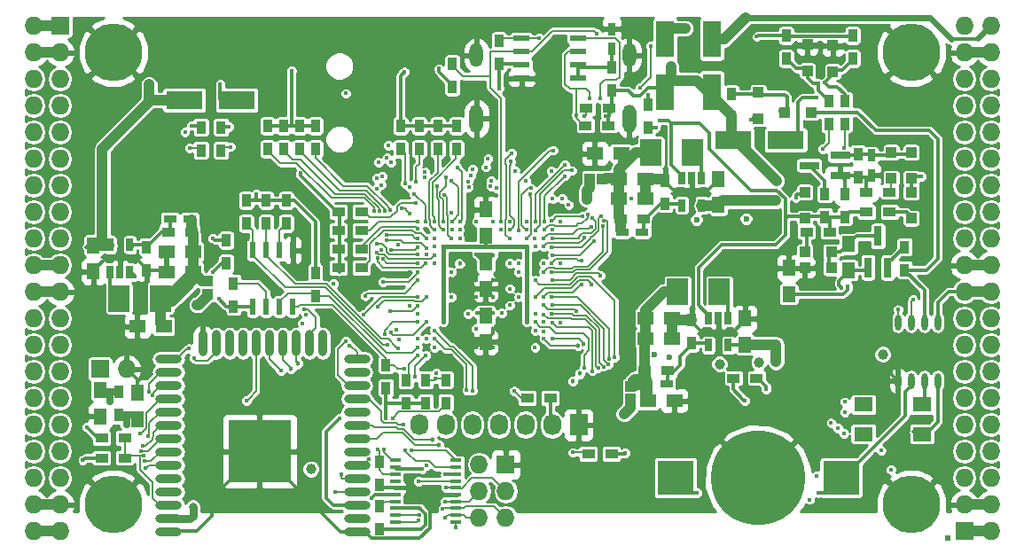
<source format=gbl>
G04 #@! TF.FileFunction,Copper,L4,Bot,Signal*
%FSLAX46Y46*%
G04 Gerber Fmt 4.6, Leading zero omitted, Abs format (unit mm)*
G04 Created by KiCad (PCBNEW 4.0.7+dfsg1-1) date Sat Nov 11 20:05:49 2017*
%MOMM*%
%LPD*%
G01*
G04 APERTURE LIST*
%ADD10C,0.100000*%
%ADD11R,0.500000X0.500000*%
%ADD12R,0.900000X1.200000*%
%ADD13R,1.000000X1.000000*%
%ADD14O,2.500000X0.900000*%
%ADD15O,0.900000X2.500000*%
%ADD16R,6.000000X6.000000*%
%ADD17R,1.800000X3.500000*%
%ADD18R,2.000000X2.500000*%
%ADD19R,0.700000X1.200000*%
%ADD20R,1.250000X1.500000*%
%ADD21R,1.500000X1.250000*%
%ADD22O,0.609600X1.473200*%
%ADD23R,0.800000X1.900000*%
%ADD24R,1.900000X0.800000*%
%ADD25R,1.200000X0.750000*%
%ADD26R,0.750000X1.200000*%
%ADD27R,1.200000X0.900000*%
%ADD28R,0.600000X1.550000*%
%ADD29R,1.550000X0.600000*%
%ADD30R,1.727200X1.727200*%
%ADD31O,1.727200X1.727200*%
%ADD32C,5.500000*%
%ADD33R,1.000000X0.400000*%
%ADD34R,1.727200X2.032000*%
%ADD35O,1.727200X2.032000*%
%ADD36O,1.300000X2.700000*%
%ADD37O,1.300000X2.300000*%
%ADD38R,1.800000X1.400000*%
%ADD39R,3.500000X1.800000*%
%ADD40R,3.500000X3.300000*%
%ADD41C,9.000000*%
%ADD42C,0.400000*%
%ADD43C,0.600000*%
%ADD44C,1.000000*%
%ADD45C,0.454000*%
%ADD46C,0.800000*%
%ADD47C,0.700000*%
%ADD48C,1.000000*%
%ADD49C,0.300000*%
%ADD50C,0.190000*%
%ADD51C,0.600000*%
%ADD52C,0.500000*%
%ADD53C,0.800000*%
%ADD54C,0.700000*%
%ADD55C,0.400000*%
%ADD56C,1.500000*%
%ADD57C,1.200000*%
%ADD58C,0.127000*%
%ADD59C,0.254000*%
G04 APERTURE END LIST*
D10*
D11*
X182675150Y-111637626D03*
D12*
X103498000Y-99858000D03*
X103498000Y-97658000D03*
D13*
X152393000Y-97142000D03*
X152393000Y-98342000D03*
D14*
X126260434Y-111030338D03*
X126260434Y-109760338D03*
X126260434Y-108490338D03*
X126260434Y-107220338D03*
X126260434Y-105950338D03*
X126260434Y-104680338D03*
X126260434Y-103410338D03*
X126260434Y-102140338D03*
X126260434Y-100870338D03*
X126260434Y-99600338D03*
X126260434Y-98330338D03*
X126260434Y-97060338D03*
X126260434Y-95790338D03*
X126260434Y-94520338D03*
D15*
X122975434Y-93030338D03*
X121705434Y-93030338D03*
X120435434Y-93030338D03*
X119165434Y-93030338D03*
X117895434Y-93030338D03*
X116625434Y-93030338D03*
X115355434Y-93030338D03*
X114085434Y-93030338D03*
X112815434Y-93030338D03*
X111545434Y-93030338D03*
D14*
X108260434Y-94520338D03*
X108260434Y-95790338D03*
X108260434Y-97060338D03*
X108260434Y-98330338D03*
X108260434Y-99600338D03*
X108260434Y-100870338D03*
X108260434Y-102140338D03*
X108260434Y-103410338D03*
X108260434Y-104680338D03*
X108260434Y-105950338D03*
X108260434Y-107220338D03*
X108260434Y-108490338D03*
X108260434Y-109760338D03*
X108260434Y-111030338D03*
D16*
X116960434Y-103330338D03*
D17*
X155695000Y-69000000D03*
X155695000Y-64000000D03*
D12*
X154044000Y-72426000D03*
X154044000Y-70226000D03*
D18*
X160870000Y-88090000D03*
X156870000Y-88090000D03*
D19*
X159825000Y-90600000D03*
X160775000Y-90600000D03*
X161725000Y-90600000D03*
X161725000Y-93200000D03*
X159825000Y-93200000D03*
D18*
X158330000Y-74755000D03*
X154330000Y-74755000D03*
D19*
X157285000Y-77235000D03*
X158235000Y-77235000D03*
X159185000Y-77235000D03*
X159185000Y-79835000D03*
X157285000Y-79835000D03*
D18*
X103530000Y-88725000D03*
X107530000Y-88725000D03*
D19*
X104575000Y-86215000D03*
X103625000Y-86215000D03*
X102675000Y-86215000D03*
X102675000Y-83615000D03*
X104575000Y-83615000D03*
D20*
X101085000Y-83665000D03*
X101085000Y-86165000D03*
D21*
X153810000Y-90630000D03*
X156310000Y-90630000D03*
X153810000Y-92535000D03*
X156310000Y-92535000D03*
D20*
X163315000Y-93150000D03*
X163315000Y-90650000D03*
D21*
X151270000Y-79200000D03*
X153770000Y-79200000D03*
X151270000Y-77295000D03*
X153770000Y-77295000D03*
D20*
X160775000Y-79815000D03*
X160775000Y-77315000D03*
D21*
X110590000Y-84280000D03*
X108090000Y-84280000D03*
X110590000Y-86185000D03*
X108090000Y-86185000D03*
D22*
X181730000Y-96599000D03*
X180460000Y-96599000D03*
X179190000Y-96599000D03*
X177920000Y-96599000D03*
X177920000Y-91011000D03*
X179190000Y-91011000D03*
X180460000Y-91011000D03*
X181730000Y-91011000D03*
D20*
X173221000Y-86038000D03*
X173221000Y-83538000D03*
D23*
X176965000Y-85780000D03*
X175065000Y-85780000D03*
X176015000Y-82780000D03*
D24*
X172435000Y-75075000D03*
X172435000Y-76975000D03*
X169435000Y-76025000D03*
D25*
X153910000Y-96910000D03*
X155810000Y-96910000D03*
X151570000Y-82375000D03*
X153470000Y-82375000D03*
X110290000Y-81105000D03*
X108390000Y-81105000D03*
D26*
X175380000Y-75075000D03*
X175380000Y-76975000D03*
D27*
X169200000Y-82375000D03*
X171400000Y-82375000D03*
D12*
X172840000Y-80935000D03*
X172840000Y-78735000D03*
D27*
X177115000Y-80470000D03*
X174915000Y-80470000D03*
D12*
X174110000Y-74925000D03*
X174110000Y-77125000D03*
X178555000Y-83815000D03*
X178555000Y-86015000D03*
X113785000Y-83180000D03*
X113785000Y-85380000D03*
X170935000Y-80935000D03*
X170935000Y-78735000D03*
X128390000Y-108580000D03*
X128390000Y-110780000D03*
D27*
X150572000Y-103584000D03*
X148372000Y-103584000D03*
X177115000Y-78565000D03*
X174915000Y-78565000D03*
X153760000Y-95640000D03*
X155960000Y-95640000D03*
X110440000Y-82375000D03*
X108240000Y-82375000D03*
X151420000Y-81105000D03*
X153620000Y-81105000D03*
D12*
X158235000Y-90800000D03*
X158235000Y-93000000D03*
X106165000Y-86015000D03*
X106165000Y-83815000D03*
X155695000Y-77465000D03*
X155695000Y-79665000D03*
D27*
X126696000Y-85804000D03*
X124496000Y-85804000D03*
X126696000Y-84026000D03*
X124496000Y-84026000D03*
X126696000Y-82248000D03*
X124496000Y-82248000D03*
X126696000Y-80470000D03*
X124496000Y-80470000D03*
D12*
X130422000Y-74458000D03*
X130422000Y-72258000D03*
X132200000Y-74458000D03*
X132200000Y-72258000D03*
X133978000Y-74458000D03*
X133978000Y-72258000D03*
X135756000Y-74458000D03*
X135756000Y-72258000D03*
D28*
X116325000Y-84120000D03*
X117595000Y-84120000D03*
X118865000Y-84120000D03*
X120135000Y-84120000D03*
X120135000Y-89520000D03*
X118865000Y-89520000D03*
X117595000Y-89520000D03*
X116325000Y-89520000D03*
D26*
X150589600Y-64910000D03*
X150589600Y-63010000D03*
D29*
X141980000Y-67705000D03*
X141980000Y-66435000D03*
X141980000Y-65165000D03*
X141980000Y-63895000D03*
X147380000Y-63895000D03*
X147380000Y-65165000D03*
X147380000Y-66435000D03*
X147380000Y-67705000D03*
D30*
X97910000Y-62690000D03*
D31*
X95370000Y-62690000D03*
X97910000Y-65230000D03*
X95370000Y-65230000D03*
X97910000Y-67770000D03*
X95370000Y-67770000D03*
X97910000Y-70310000D03*
X95370000Y-70310000D03*
X97910000Y-72850000D03*
X95370000Y-72850000D03*
X97910000Y-75390000D03*
X95370000Y-75390000D03*
X97910000Y-77930000D03*
X95370000Y-77930000D03*
X97910000Y-80470000D03*
X95370000Y-80470000D03*
X97910000Y-83010000D03*
X95370000Y-83010000D03*
X97910000Y-85550000D03*
X95370000Y-85550000D03*
X97910000Y-88090000D03*
X95370000Y-88090000D03*
X97910000Y-90630000D03*
X95370000Y-90630000D03*
X97910000Y-93170000D03*
X95370000Y-93170000D03*
X97910000Y-95710000D03*
X95370000Y-95710000D03*
X97910000Y-98250000D03*
X95370000Y-98250000D03*
X97910000Y-100790000D03*
X95370000Y-100790000D03*
X97910000Y-103330000D03*
X95370000Y-103330000D03*
X97910000Y-105870000D03*
X95370000Y-105870000D03*
X97910000Y-108410000D03*
X95370000Y-108410000D03*
X97910000Y-110950000D03*
X95370000Y-110950000D03*
D30*
X184270000Y-110950000D03*
D31*
X186810000Y-110950000D03*
X184270000Y-108410000D03*
X186810000Y-108410000D03*
X184270000Y-105870000D03*
X186810000Y-105870000D03*
X184270000Y-103330000D03*
X186810000Y-103330000D03*
X184270000Y-100790000D03*
X186810000Y-100790000D03*
X184270000Y-98250000D03*
X186810000Y-98250000D03*
X184270000Y-95710000D03*
X186810000Y-95710000D03*
X184270000Y-93170000D03*
X186810000Y-93170000D03*
X184270000Y-90630000D03*
X186810000Y-90630000D03*
X184270000Y-88090000D03*
X186810000Y-88090000D03*
X184270000Y-85550000D03*
X186810000Y-85550000D03*
X184270000Y-83010000D03*
X186810000Y-83010000D03*
X184270000Y-80470000D03*
X186810000Y-80470000D03*
X184270000Y-77930000D03*
X186810000Y-77930000D03*
X184270000Y-75390000D03*
X186810000Y-75390000D03*
X184270000Y-72850000D03*
X186810000Y-72850000D03*
X184270000Y-70310000D03*
X186810000Y-70310000D03*
X184270000Y-67770000D03*
X186810000Y-67770000D03*
X184270000Y-65230000D03*
X186810000Y-65230000D03*
X184270000Y-62690000D03*
X186810000Y-62690000D03*
D32*
X102990000Y-108410000D03*
X179190000Y-108410000D03*
X179190000Y-65230000D03*
X102990000Y-65230000D03*
D12*
X162045000Y-71410000D03*
X162045000Y-69210000D03*
X139820000Y-66330000D03*
X139820000Y-64130000D03*
X135375000Y-68532000D03*
X135375000Y-66332000D03*
X150615000Y-68870000D03*
X150615000Y-66670000D03*
D27*
X150275000Y-72215000D03*
X148075000Y-72215000D03*
X150380000Y-70600000D03*
X148180000Y-70600000D03*
D33*
X135735000Y-104215000D03*
X135735000Y-104865000D03*
X135735000Y-105515000D03*
X135735000Y-106165000D03*
X135735000Y-106815000D03*
X135735000Y-107465000D03*
X135735000Y-108115000D03*
X135735000Y-108765000D03*
X135735000Y-109415000D03*
X135735000Y-110065000D03*
X129935000Y-110065000D03*
X129935000Y-109415000D03*
X129935000Y-108765000D03*
X129935000Y-108115000D03*
X129935000Y-107465000D03*
X129935000Y-106815000D03*
X129935000Y-106165000D03*
X129935000Y-105515000D03*
X129935000Y-104865000D03*
X129935000Y-104215000D03*
D12*
X119500000Y-79370000D03*
X119500000Y-81570000D03*
X114480000Y-89500000D03*
X114480000Y-87300000D03*
X129025000Y-97275000D03*
X129025000Y-95075000D03*
X117595000Y-79370000D03*
X117595000Y-81570000D03*
X122280000Y-86300000D03*
X122280000Y-88500000D03*
X115690000Y-79370000D03*
X115690000Y-81570000D03*
D27*
X144730000Y-98250000D03*
X142530000Y-98250000D03*
D12*
X132835000Y-98715000D03*
X132835000Y-96515000D03*
X130930000Y-98715000D03*
X130930000Y-96515000D03*
D27*
X101890000Y-103965000D03*
X104090000Y-103965000D03*
D30*
X101720000Y-95456000D03*
D31*
X104260000Y-95456000D03*
D27*
X104090000Y-102060000D03*
X101890000Y-102060000D03*
D20*
X167506000Y-88324000D03*
X167506000Y-85824000D03*
D27*
X164415000Y-96345000D03*
X162215000Y-96345000D03*
D12*
X167252000Y-65822000D03*
X167252000Y-63622000D03*
D30*
X140455000Y-104600000D03*
D31*
X137915000Y-104600000D03*
X140455000Y-107140000D03*
X137915000Y-107140000D03*
X140455000Y-109680000D03*
X137915000Y-109680000D03*
D20*
X138550000Y-90396000D03*
X138550000Y-92896000D03*
X138550000Y-82736000D03*
X138550000Y-80236000D03*
X138550000Y-85316000D03*
X138550000Y-87816000D03*
X101720000Y-97508000D03*
X101720000Y-100008000D03*
D12*
X113277000Y-74585000D03*
X113277000Y-72385000D03*
X111372000Y-74585000D03*
X111372000Y-72385000D03*
X172840000Y-72045000D03*
X172840000Y-69845000D03*
X171316000Y-72045000D03*
X171316000Y-69845000D03*
D34*
X147440000Y-100790000D03*
D35*
X144900000Y-100790000D03*
X142360000Y-100790000D03*
X139820000Y-100790000D03*
X137280000Y-100790000D03*
X134740000Y-100790000D03*
X132200000Y-100790000D03*
D36*
X152280000Y-71550000D03*
X137680000Y-71550000D03*
D37*
X137680000Y-65500000D03*
X152280000Y-65500000D03*
D38*
X180212000Y-98882000D03*
X174612000Y-98882000D03*
X174612000Y-101682000D03*
X180212000Y-101682000D03*
D20*
X105276000Y-100262000D03*
X105276000Y-97762000D03*
D39*
X109761000Y-69802000D03*
X114761000Y-69802000D03*
X167212000Y-73612000D03*
X162212000Y-73612000D03*
D17*
X160140000Y-64000000D03*
X160140000Y-69000000D03*
D21*
X154064000Y-98504000D03*
X156564000Y-98504000D03*
X107796000Y-91392000D03*
X105296000Y-91392000D03*
X151484000Y-74882000D03*
X148984000Y-74882000D03*
D12*
X173602000Y-65822000D03*
X173602000Y-63622000D03*
X134740000Y-96515000D03*
X134740000Y-98715000D03*
D40*
X172485000Y-105870000D03*
X156685000Y-105870000D03*
D41*
X164585000Y-105870000D03*
D13*
X169284000Y-66988000D03*
X169284000Y-64488000D03*
X171697000Y-67081000D03*
X171697000Y-64581000D03*
X169050000Y-84280000D03*
X171550000Y-84280000D03*
X179190000Y-81085000D03*
X179190000Y-78585000D03*
X169030000Y-81085000D03*
X169030000Y-78585000D03*
X171550000Y-85804000D03*
X169050000Y-85804000D03*
X179190000Y-77275000D03*
X179190000Y-74775000D03*
X177285000Y-74775000D03*
X177285000Y-77275000D03*
X167145000Y-70945000D03*
X169645000Y-70945000D03*
X164585000Y-69060000D03*
X164585000Y-71560000D03*
X112007000Y-87109000D03*
X112007000Y-88309000D03*
X149691000Y-77295000D03*
X148491000Y-77295000D03*
D12*
X128390000Y-106546000D03*
X128390000Y-104346000D03*
X117722000Y-74458000D03*
X117722000Y-72258000D03*
X119246000Y-74458000D03*
X119246000Y-72258000D03*
X120770000Y-74458000D03*
X120770000Y-72258000D03*
X122294000Y-74458000D03*
X122294000Y-72258000D03*
D42*
X132871770Y-84533979D03*
X132862998Y-82124544D03*
X131278306Y-86213101D03*
X135281276Y-80583119D03*
X131279502Y-89407325D03*
X170309539Y-85441529D03*
X145698456Y-91073766D03*
D43*
X156262773Y-81349374D03*
X154657528Y-81463649D03*
D44*
X158233687Y-94760979D03*
D42*
X145672808Y-85396062D03*
X144103186Y-84622010D03*
X133216000Y-107465000D03*
X137680000Y-88600000D03*
X142480000Y-95000000D03*
X141680000Y-92600000D03*
X140836000Y-84534000D03*
X135284627Y-94985297D03*
X135288625Y-94225619D03*
X134455822Y-94267172D03*
X136095958Y-93369652D03*
D45*
X139264636Y-91615205D03*
D44*
X116880503Y-64802940D03*
X106974809Y-64953974D03*
X175210328Y-64948943D03*
X165417246Y-64954666D03*
D42*
X175495631Y-71457432D03*
X145680000Y-94177990D03*
X177285000Y-95710000D03*
D44*
X177229911Y-82281349D03*
D43*
X164741832Y-81130572D03*
X161067993Y-81216119D03*
D44*
X162992748Y-94820185D03*
D42*
X140880000Y-81400000D03*
X136085174Y-89394826D03*
X145680000Y-81400000D03*
X140874194Y-91433353D03*
X142480000Y-94200000D03*
X140880000Y-93400000D03*
X139280000Y-93400000D03*
X137680000Y-93400000D03*
X136880000Y-92600000D03*
X135280000Y-92600000D03*
X132880000Y-91800000D03*
X132880000Y-93400000D03*
D45*
X141042859Y-86994997D03*
X139280000Y-87000000D03*
X136110990Y-86995403D03*
X137680000Y-87000000D03*
X136080000Y-84600000D03*
X139280000Y-88600000D03*
D44*
X166343357Y-77477990D03*
D42*
X172564535Y-87722010D03*
D44*
X121861867Y-105030174D03*
D42*
X150030853Y-71331848D03*
X127656639Y-107816792D03*
D44*
X156235582Y-66548363D03*
X166248957Y-79408030D03*
X101932065Y-82585048D03*
X106417803Y-68312483D03*
X166280000Y-94800000D03*
X157600000Y-62944000D03*
D43*
X154683145Y-94115840D03*
D42*
X180137420Y-77069467D03*
X148271935Y-77777990D03*
D46*
X110593913Y-108636458D03*
D44*
X160884708Y-94994498D03*
D43*
X156077107Y-94326957D03*
D42*
X173137949Y-87594275D03*
D44*
X148202454Y-79278787D03*
D47*
X102710050Y-98594954D03*
D42*
X154794000Y-72426000D03*
X129005202Y-100174798D03*
X137659051Y-91638034D03*
X139820000Y-68665673D03*
X172834633Y-99599920D03*
X172879922Y-98618650D03*
X176305593Y-103279812D03*
X165349214Y-97422919D03*
X164433885Y-63737451D03*
X134079160Y-66786153D03*
X109828000Y-72830000D03*
X116654336Y-78777990D03*
D44*
X176474303Y-94069095D03*
D43*
X163422030Y-81120665D03*
X158680000Y-81210838D03*
D42*
X112515000Y-83010000D03*
X100080000Y-104200000D03*
X113080000Y-88800000D03*
D44*
X164653770Y-94825547D03*
D42*
X135273306Y-88618602D03*
X139272517Y-84611349D03*
X137680556Y-84534085D03*
X141680000Y-86200000D03*
X135280000Y-86200000D03*
X132880000Y-92600000D03*
X132080000Y-92600000D03*
X141680000Y-88600000D03*
X141680000Y-85400000D03*
X137689001Y-90122990D03*
D44*
X151758000Y-99774000D03*
D42*
X136885174Y-90194826D03*
X140094890Y-90122990D03*
X139280000Y-90122990D03*
X140880000Y-89400000D03*
X140880000Y-87800000D03*
X140880000Y-85400000D03*
D45*
X136080000Y-85400000D03*
D42*
X121401947Y-90251871D03*
X129988160Y-91721995D03*
X130302262Y-92700329D03*
X121041200Y-91125073D03*
D44*
X110991000Y-89360000D03*
D42*
X142480000Y-91000000D03*
X142480000Y-83800000D03*
X134480000Y-83800000D03*
X134480000Y-91000000D03*
X125193541Y-69156848D03*
X105037711Y-86632990D03*
X155149360Y-71764535D03*
X170182962Y-69571012D03*
X170362901Y-107286196D03*
X158716651Y-107325176D03*
X137295592Y-97538017D03*
X134750646Y-106810513D03*
X133680000Y-91800000D03*
D45*
X134074414Y-102752225D03*
D42*
X136740903Y-97514503D03*
X134675868Y-108131585D03*
D45*
X133449289Y-102232615D03*
D42*
X133680000Y-92600000D03*
X133685482Y-93402296D03*
X127358154Y-104128048D03*
X132936956Y-104698915D03*
X134463998Y-108841973D03*
X130692380Y-100790000D03*
X131808905Y-96227367D03*
X134636872Y-109719950D03*
X132846234Y-94197073D03*
X120834553Y-76779094D03*
X130761990Y-67119621D03*
X147186000Y-71200000D03*
X148477832Y-69619684D03*
X147983153Y-71347080D03*
X149475951Y-69619684D03*
X153297112Y-68608292D03*
X177926984Y-89812061D03*
X154329326Y-64643767D03*
X152497066Y-79193467D03*
X146481406Y-79819384D03*
X143650666Y-63862520D03*
X179351513Y-88868327D03*
X149134122Y-63424051D03*
X140035989Y-81400000D03*
X132083026Y-86260405D03*
X128776655Y-87135140D03*
X115729998Y-98493136D03*
X119008515Y-95662939D03*
D45*
X119978162Y-95412951D03*
X120634035Y-94977604D03*
D42*
X113212238Y-68244401D03*
X144962492Y-79235378D03*
X145834002Y-79198109D03*
X131453853Y-103260518D03*
X149771692Y-81825658D03*
X144080000Y-86200000D03*
X149520824Y-86534121D03*
X144894316Y-86977564D03*
X144873936Y-83860397D03*
X149549750Y-80868432D03*
D45*
X147355672Y-93219294D03*
D42*
X144113248Y-92588762D03*
X144875155Y-86218896D03*
X149846468Y-81303978D03*
X144916886Y-83016385D03*
X148719886Y-81056015D03*
D45*
X147915304Y-93063131D03*
D42*
X144882352Y-92577990D03*
X148747982Y-95669626D03*
X144891634Y-91073766D03*
X149795895Y-95251084D03*
X144867244Y-90229755D03*
X150278898Y-95040253D03*
X144892596Y-89385743D03*
X150345974Y-94517527D03*
X144877648Y-88622010D03*
X150889207Y-94332565D03*
X143280000Y-87000000D03*
X130807074Y-95454141D03*
X130171404Y-93544341D03*
X132080000Y-93400000D03*
X129196652Y-93209125D03*
X133852393Y-95875797D03*
X141280000Y-97600000D03*
X133762848Y-96395146D03*
X132080000Y-94200000D03*
X128610772Y-84072485D03*
X105895603Y-103765816D03*
X132075624Y-89410644D03*
X129449238Y-89926948D03*
X130839486Y-103260518D03*
X128806823Y-103185900D03*
X128251440Y-89564206D03*
X132162861Y-106185868D03*
X132880000Y-88600000D03*
X127040053Y-88481065D03*
X124741825Y-105494691D03*
X132080000Y-87000000D03*
X125499542Y-93250681D03*
X124202418Y-107207639D03*
X110313517Y-74380698D03*
X132146108Y-109940263D03*
X114166000Y-74247000D03*
X132189000Y-109415000D03*
X135315381Y-81391918D03*
X135280062Y-77463305D03*
X134471370Y-81406751D03*
X134758050Y-77130140D03*
X132761172Y-77202673D03*
X132737245Y-76676207D03*
X128644933Y-77050030D03*
X128152012Y-77241956D03*
X128125571Y-78233647D03*
X110718734Y-94451783D03*
X128590544Y-77894041D03*
X110249038Y-93533767D03*
X106368514Y-97613395D03*
X131253134Y-78134216D03*
X132783339Y-81400004D03*
X106741168Y-98035405D03*
X131709326Y-78745875D03*
X132079024Y-82984045D03*
X129109095Y-82655074D03*
X105572759Y-101661319D03*
X132880889Y-83897835D03*
X129054383Y-83179239D03*
X106281049Y-101893466D03*
X132083682Y-83828056D03*
X129485142Y-84082415D03*
X105813763Y-102819336D03*
X132062099Y-84533979D03*
X128165458Y-83528763D03*
X105627254Y-103312241D03*
X128183315Y-84380742D03*
X105992720Y-104283802D03*
X133671942Y-84595200D03*
X132834641Y-85377990D03*
X128203260Y-84907376D03*
X106088753Y-104974041D03*
D45*
X146862501Y-96617499D03*
X147534467Y-95913260D03*
D42*
X147927932Y-95329243D03*
X143280000Y-91000000D03*
X149284391Y-95377990D03*
X144077013Y-90266968D03*
X147207648Y-89973043D03*
X144076240Y-89395301D03*
X143281824Y-90201951D03*
X144102010Y-85397219D03*
X147687522Y-85093328D03*
X144868096Y-85371354D03*
X148610669Y-81900026D03*
X144102010Y-83000000D03*
X144888125Y-82172374D03*
X147695541Y-87377990D03*
X144082832Y-88584510D03*
X148688598Y-87378077D03*
X143278026Y-88595030D03*
X144125486Y-82186468D03*
X148298275Y-80739810D03*
X144876540Y-81328363D03*
X147802234Y-80917812D03*
X139280000Y-81400000D03*
X139578623Y-78205862D03*
X139034115Y-78040948D03*
X139046749Y-77514088D03*
X138580000Y-76200000D03*
X138779198Y-75400762D03*
X137680000Y-81400000D03*
X137308732Y-76415018D03*
X137106948Y-76979922D03*
X136859538Y-77550820D03*
X136922059Y-78097889D03*
X136096392Y-81395070D03*
X135830698Y-76200613D03*
X148878722Y-83261032D03*
X144915665Y-84598743D03*
X148001372Y-82958777D03*
X144103186Y-83777990D03*
X142841210Y-78784254D03*
X142473549Y-82998913D03*
X142437464Y-82181475D03*
X142911762Y-78217369D03*
X144144931Y-81387081D03*
X146080163Y-77044970D03*
X144797106Y-76565342D03*
X143281475Y-82206074D03*
X146778972Y-76522403D03*
X143300920Y-81377293D03*
X146080000Y-76000000D03*
X141662690Y-82207782D03*
X145017056Y-74592808D03*
X142456909Y-81405800D03*
X140030954Y-82200000D03*
X141342967Y-76554996D03*
X141046643Y-74873804D03*
X140864029Y-83041403D03*
X140874966Y-82177164D03*
X140980062Y-75681941D03*
X132872609Y-82968555D03*
X132080007Y-82103333D03*
X132080000Y-81400000D03*
X131847310Y-79589886D03*
X130856828Y-77786820D03*
X131923295Y-77584853D03*
X133648389Y-82190597D03*
X133627359Y-81414685D03*
X129477855Y-92000822D03*
X132880000Y-91000000D03*
X128879646Y-92111037D03*
X132077648Y-90977990D03*
X131275302Y-80595752D03*
X130489904Y-80167235D03*
X132072985Y-85377990D03*
X128723655Y-84990627D03*
X134476508Y-82180155D03*
X133942383Y-77980766D03*
X163908850Y-71651861D03*
X135656559Y-110610712D03*
X132448438Y-104994496D03*
X146844288Y-103452739D03*
X134707351Y-105508447D03*
X132280000Y-108800000D03*
D47*
X104260000Y-100790000D03*
D42*
X112515000Y-86185000D03*
X169506589Y-107953726D03*
X163277422Y-98501717D03*
X170157734Y-105666345D03*
X170735900Y-74464979D03*
X143257990Y-83000000D03*
X168166438Y-79108038D03*
X151896383Y-103510715D03*
X114039000Y-72342000D03*
X110483000Y-72215000D03*
X143269694Y-93414905D03*
X177274002Y-105079115D03*
X172761273Y-101651681D03*
X143280000Y-91800000D03*
X172193360Y-101105663D03*
X144064831Y-91877646D03*
X171540304Y-100645743D03*
X144080000Y-91000000D03*
X154052298Y-69302298D03*
X128349062Y-75753924D03*
X134613000Y-78819000D03*
X135280000Y-83022010D03*
X135320520Y-82196441D03*
X129493343Y-75737814D03*
X136080000Y-82200000D03*
X129125079Y-75315804D03*
X136080000Y-83000000D03*
X129252218Y-74142461D03*
X142393877Y-77513877D03*
X172746637Y-74347988D03*
X143280000Y-83800000D03*
X170300000Y-68151000D03*
X170950000Y-68125562D03*
X125167387Y-92841517D03*
X121206217Y-89762554D03*
X132082956Y-90210779D03*
X182675150Y-111637626D03*
X124027706Y-87347706D03*
X124027707Y-87347707D03*
X166678914Y-70803555D03*
X129660000Y-100155000D03*
X124580000Y-100155000D03*
X132084049Y-88558274D03*
X126880008Y-90276109D03*
X128280000Y-103200000D03*
X100450000Y-101044000D03*
X120008000Y-67008000D03*
X127889625Y-80407426D03*
X133680000Y-85400000D03*
X130204628Y-83599483D03*
X128416582Y-80399850D03*
X133680000Y-83800000D03*
X128943593Y-80399729D03*
X133680000Y-83000000D03*
X129457990Y-80285112D03*
D48*
X184270000Y-108410000D02*
X186810000Y-108410000D01*
X184270000Y-85550000D02*
X186810000Y-85550000D01*
X184270000Y-65230000D02*
X186810000Y-65230000D01*
X95370000Y-65230000D02*
X97910000Y-65230000D01*
X95370000Y-88090000D02*
X97910000Y-88090000D01*
X95370000Y-108410000D02*
X97910000Y-108410000D01*
D49*
X108260434Y-111030338D02*
X109060434Y-111030338D01*
X109060434Y-111030338D02*
X109140772Y-110950000D01*
X110957617Y-110950000D02*
X112380000Y-109527617D01*
X109140772Y-110950000D02*
X110957617Y-110950000D01*
X112380000Y-109527617D02*
X112380000Y-107854384D01*
X112380000Y-107854384D02*
X116904046Y-103330338D01*
X116904046Y-103330338D02*
X116960434Y-103330338D01*
X167506000Y-85824000D02*
X169927068Y-85824000D01*
X169927068Y-85824000D02*
X170109540Y-85641528D01*
X170109540Y-85641528D02*
X170309539Y-85441529D01*
X104260000Y-95456000D02*
X105276000Y-96472000D01*
X105276000Y-96472000D02*
X105276000Y-97762000D01*
X132254999Y-111657001D02*
X133216000Y-110696000D01*
X133216000Y-110696000D02*
X133216000Y-107465000D01*
X126260434Y-111030338D02*
X127060434Y-111030338D01*
X127060434Y-111030338D02*
X127687097Y-111657001D01*
X127687097Y-111657001D02*
X132254999Y-111657001D01*
X133216000Y-107465000D02*
X132214478Y-107465000D01*
X135735000Y-107465000D02*
X133216000Y-107465000D01*
X132214478Y-107465000D02*
X131572496Y-106823018D01*
X131572496Y-106823018D02*
X129919874Y-106823018D01*
X126260434Y-111030338D02*
X124660659Y-111030338D01*
X124660659Y-111030338D02*
X116960659Y-103330338D01*
X116960659Y-103330338D02*
X116960434Y-103330338D01*
X129935000Y-106815000D02*
X128659000Y-106815000D01*
X128659000Y-106815000D02*
X128390000Y-106546000D01*
X128390000Y-106546000D02*
X128558000Y-106546000D01*
X136126306Y-93400000D02*
X136095958Y-93369652D01*
X136880000Y-92600000D02*
X136110348Y-93369652D01*
X136049652Y-93369652D02*
X136095958Y-93369652D01*
X137680000Y-93400000D02*
X136126306Y-93400000D01*
X135280000Y-92600000D02*
X136049652Y-93369652D01*
X136110348Y-93369652D02*
X136095958Y-93369652D01*
X139264636Y-92054364D02*
X139264636Y-91936231D01*
X139264636Y-91936231D02*
X139264636Y-91615205D01*
X138550000Y-92769000D02*
X139264636Y-92054364D01*
X136880000Y-92600000D02*
X137680000Y-93400000D01*
X136880000Y-92600000D02*
X138381000Y-92600000D01*
X138381000Y-92600000D02*
X138550000Y-92769000D01*
X135280000Y-92600000D02*
X136880000Y-92600000D01*
X138550000Y-92769000D02*
X138649000Y-92769000D01*
X138649000Y-92769000D02*
X139280000Y-93400000D01*
X138550000Y-92769000D02*
X138311000Y-92769000D01*
X138311000Y-92769000D02*
X137680000Y-93400000D01*
X175042385Y-64781000D02*
X175210328Y-64948943D01*
X171697000Y-64781000D02*
X175042385Y-64781000D01*
X165683912Y-64688000D02*
X165417246Y-64954666D01*
X169284000Y-64688000D02*
X165683912Y-64688000D01*
X169284000Y-64688000D02*
X171604000Y-64688000D01*
X171604000Y-64688000D02*
X171697000Y-64781000D01*
X177285000Y-95710000D02*
X177285000Y-95964000D01*
X177285000Y-95964000D02*
X177920000Y-96599000D01*
X102210000Y-84915000D02*
X103625000Y-84915000D01*
X103625000Y-84915000D02*
X105215000Y-84915000D01*
X103625000Y-86215000D02*
X103625000Y-84915000D01*
X105215000Y-84915000D02*
X106165000Y-85865000D01*
X106165000Y-85865000D02*
X106165000Y-86015000D01*
X101085000Y-86165000D02*
X101085000Y-86040000D01*
X101085000Y-86040000D02*
X102210000Y-84915000D01*
X106165000Y-86015000D02*
X107920000Y-86015000D01*
X107920000Y-86015000D02*
X108090000Y-86185000D01*
D48*
X153770000Y-77295000D02*
X155525000Y-77295000D01*
D49*
X155525000Y-77295000D02*
X155695000Y-77465000D01*
D48*
X153770000Y-79200000D02*
X153770000Y-77295000D01*
D49*
X174110000Y-77125000D02*
X174745000Y-77125000D01*
X174745000Y-77125000D02*
X175230000Y-77125000D01*
X174915000Y-78565000D02*
X174915000Y-77295000D01*
X174915000Y-77295000D02*
X174745000Y-77125000D01*
X172840000Y-78735000D02*
X172840000Y-77380000D01*
X172840000Y-77380000D02*
X172435000Y-76975000D01*
X175230000Y-77125000D02*
X175380000Y-76975000D01*
X172435000Y-76975000D02*
X173960000Y-76975000D01*
X173960000Y-76975000D02*
X174110000Y-77125000D01*
X137680000Y-86200000D02*
X137680000Y-86600000D01*
X136080000Y-84600000D02*
X137680000Y-86200000D01*
X159850000Y-78365000D02*
X158235000Y-78365000D01*
X158235000Y-78365000D02*
X156445000Y-78365000D01*
X158235000Y-77235000D02*
X158235000Y-78365000D01*
X160775000Y-77315000D02*
X160775000Y-77440000D01*
X160775000Y-77440000D02*
X159850000Y-78365000D01*
X156445000Y-78365000D02*
X155695000Y-77615000D01*
X155695000Y-77615000D02*
X155695000Y-77465000D01*
D48*
X156310000Y-90630000D02*
X156310000Y-92535000D01*
X158235000Y-90800000D02*
X156480000Y-90800000D01*
D49*
X156480000Y-90800000D02*
X156310000Y-90630000D01*
X163315000Y-90650000D02*
X163315000Y-90834602D01*
X163315000Y-90834602D02*
X162249602Y-91900000D01*
X162249602Y-91900000D02*
X160775000Y-91900000D01*
X101085000Y-86165000D02*
X101085000Y-85929893D01*
X106165000Y-85944374D02*
X106165000Y-86015000D01*
X159185000Y-91900000D02*
X160775000Y-91900000D01*
X160775000Y-90600000D02*
X160775000Y-91900000D01*
X158235000Y-90800000D02*
X158235000Y-90950000D01*
X158235000Y-90950000D02*
X159185000Y-91900000D01*
X108090000Y-84280000D02*
X108090000Y-86185000D01*
X107625000Y-84745000D02*
X108090000Y-84280000D01*
X108070000Y-84260000D02*
X108090000Y-84280000D01*
X141037856Y-87000000D02*
X141042859Y-86994997D01*
X139280000Y-87000000D02*
X141037856Y-87000000D01*
X136432016Y-86995403D02*
X136110990Y-86995403D01*
X137284597Y-86995403D02*
X136432016Y-86995403D01*
X137680000Y-86600000D02*
X137284597Y-86995403D01*
X137680000Y-86600000D02*
X137680000Y-87000000D01*
D50*
X138029000Y-66332000D02*
X138115000Y-66246000D01*
D49*
X150615000Y-68870000D02*
X152180000Y-68870000D01*
X153331001Y-69348999D02*
X152658999Y-69348999D01*
X152658999Y-69348999D02*
X152180000Y-68870000D01*
X154087002Y-68592998D02*
X155287998Y-68592998D01*
X153331001Y-69348999D02*
X154087002Y-68592998D01*
X155287998Y-68592998D02*
X155695000Y-69000000D01*
D48*
X162045000Y-71410000D02*
X162045000Y-73179633D01*
X162045000Y-73179633D02*
X165843358Y-76977991D01*
X165843358Y-76977991D02*
X166343357Y-77477990D01*
D49*
X101085000Y-83665000D02*
X101684316Y-83665000D01*
X101684316Y-83665000D02*
X101913492Y-83435824D01*
D48*
X101913492Y-83435824D02*
X101913492Y-82603621D01*
D49*
X101913492Y-82603621D02*
X101932065Y-82585048D01*
X172296000Y-87453475D02*
X172364536Y-87522011D01*
X172364536Y-87522011D02*
X172564535Y-87722010D01*
X172296000Y-87088000D02*
X172296000Y-87453475D01*
X173221000Y-86038000D02*
X173221000Y-86163000D01*
X173221000Y-86163000D02*
X172296000Y-87088000D01*
X150275000Y-71465000D02*
X150380000Y-71360000D01*
X150380000Y-71360000D02*
X150380000Y-70600000D01*
X150615000Y-70935000D02*
X150615000Y-69995990D01*
X150615000Y-69995990D02*
X150615000Y-68870000D01*
X150313695Y-71331848D02*
X150030853Y-71331848D01*
X150141848Y-71331848D02*
X150030853Y-71331848D01*
X150275000Y-71465000D02*
X150141848Y-71331848D01*
X150275000Y-72215000D02*
X150275000Y-71465000D01*
X128008431Y-107465000D02*
X127856638Y-107616793D01*
X127856638Y-107616793D02*
X127656639Y-107816792D01*
X129935000Y-107465000D02*
X128008431Y-107465000D01*
X160140000Y-69000000D02*
X160140000Y-69850000D01*
X160140000Y-69850000D02*
X161700000Y-71410000D01*
D48*
X156235582Y-67716832D02*
X156235582Y-66548363D01*
X158681338Y-67896338D02*
X156415088Y-67896338D01*
X156415088Y-67896338D02*
X156235582Y-67716832D01*
D49*
X156235582Y-66578582D02*
X156235582Y-66548363D01*
D48*
X160790000Y-79800000D02*
X161181970Y-79408030D01*
X161181970Y-79408030D02*
X165541851Y-79408030D01*
X165541851Y-79408030D02*
X166248957Y-79408030D01*
X101932065Y-81877942D02*
X101932065Y-82585048D01*
X101932065Y-74415935D02*
X101932065Y-81877942D01*
X106407114Y-69940886D02*
X101932065Y-74415935D01*
X106417803Y-69019589D02*
X106417803Y-68312483D01*
X106417803Y-69930197D02*
X106417803Y-69019589D01*
X106407114Y-69940886D02*
X106417803Y-69930197D01*
X166280000Y-93150000D02*
X166280000Y-94800000D01*
D49*
X110610000Y-69548000D02*
X110610000Y-69802000D01*
D48*
X109975000Y-69802000D02*
X106546000Y-69802000D01*
X106546000Y-69802000D02*
X106419000Y-69929000D01*
X106419000Y-69929000D02*
X106407114Y-69940886D01*
D49*
X106419000Y-69675000D02*
X106419000Y-69929000D01*
X100572432Y-83665000D02*
X100424079Y-83813353D01*
X101085000Y-83665000D02*
X100572432Y-83665000D01*
X160790000Y-79800000D02*
X160775000Y-79815000D01*
D48*
X163315000Y-93150000D02*
X166280000Y-93150000D01*
D49*
X160775000Y-79940000D02*
X160775000Y-79815000D01*
X164925000Y-93150000D02*
X164240000Y-93150000D01*
X164240000Y-93150000D02*
X163315000Y-93150000D01*
X101085000Y-83665000D02*
X101085000Y-83790000D01*
D48*
X159185000Y-79835000D02*
X160755000Y-79835000D01*
D49*
X160755000Y-79835000D02*
X160775000Y-79815000D01*
X161725000Y-93200000D02*
X163265000Y-93200000D01*
X163265000Y-93200000D02*
X163315000Y-93150000D01*
X173221000Y-86038000D02*
X174807000Y-86038000D01*
X174807000Y-86038000D02*
X175065000Y-85780000D01*
D48*
X101085000Y-83665000D02*
X102625000Y-83665000D01*
D49*
X102625000Y-83665000D02*
X102675000Y-83615000D01*
X161700000Y-71410000D02*
X162045000Y-71410000D01*
D48*
X162045000Y-71410000D02*
X162045000Y-71260000D01*
X162045000Y-71260000D02*
X158681338Y-67896338D01*
D49*
X162045000Y-71753000D02*
X162045000Y-71410000D01*
X155695000Y-64000000D02*
X155695000Y-63368337D01*
X155695000Y-63368337D02*
X156119337Y-62944000D01*
D48*
X156119337Y-62944000D02*
X157600000Y-62944000D01*
X160140000Y-64000000D02*
X161340000Y-64000000D01*
X161340000Y-64000000D02*
X163399217Y-61940783D01*
D51*
X163399217Y-61940783D02*
X180980783Y-61940783D01*
D52*
X185540000Y-63960000D02*
X186810000Y-62690000D01*
D51*
X180980783Y-61940783D02*
X183000000Y-63960000D01*
D49*
X183000000Y-63960000D02*
X185540000Y-63960000D01*
D48*
X184270000Y-110950000D02*
X186810000Y-110950000D01*
X184270000Y-88090000D02*
X186810000Y-88090000D01*
X95370000Y-62690000D02*
X97910000Y-62690000D01*
X95370000Y-85550000D02*
X97910000Y-85550000D01*
X95370000Y-110950000D02*
X97910000Y-110950000D01*
D49*
X179854578Y-77069467D02*
X180137420Y-77069467D01*
X179195533Y-77069467D02*
X179854578Y-77069467D01*
X179190000Y-77075000D02*
X179195533Y-77069467D01*
X179190000Y-78585000D02*
X179190000Y-77275000D01*
X148471934Y-77577991D02*
X148271935Y-77777990D01*
X148491000Y-77295000D02*
X148491000Y-77558925D01*
X148491000Y-77558925D02*
X148471934Y-77577991D01*
X148202000Y-78022023D02*
X148271935Y-77952088D01*
X148271935Y-77952088D02*
X148271935Y-77777990D01*
X129025000Y-97275000D02*
X129025000Y-98800000D01*
X129025000Y-98800000D02*
X129025000Y-100155000D01*
X130930000Y-98715000D02*
X129110000Y-98715000D01*
X129110000Y-98715000D02*
X129025000Y-98800000D01*
D53*
X110593913Y-109202143D02*
X110593913Y-108636458D01*
X110593913Y-109476859D02*
X110593913Y-109202143D01*
X110310434Y-109760338D02*
X110593913Y-109476859D01*
X108260434Y-109760338D02*
X110310434Y-109760338D01*
D49*
X167506000Y-88324000D02*
X172691066Y-88324000D01*
X172691066Y-88324000D02*
X173137949Y-87877117D01*
X173137949Y-87877117D02*
X173137949Y-87594275D01*
D48*
X148202454Y-78413536D02*
X148202454Y-78571681D01*
X148202000Y-78413082D02*
X148202454Y-78413536D01*
X148202454Y-78571681D02*
X148202454Y-79278787D01*
D54*
X102710050Y-97683950D02*
X102710050Y-98099980D01*
X102736000Y-97658000D02*
X102710050Y-97683950D01*
X102710050Y-98099980D02*
X102710050Y-98594954D01*
X102736000Y-97658000D02*
X101870000Y-97658000D01*
X103498000Y-97658000D02*
X102736000Y-97658000D01*
D49*
X101870000Y-97658000D02*
X101720000Y-97508000D01*
X148202000Y-78413082D02*
X148491000Y-78124082D01*
D48*
X148491000Y-78124082D02*
X148491000Y-77295000D01*
X148202000Y-78413082D02*
X148439744Y-78175338D01*
D49*
X154806000Y-72438000D02*
X154794000Y-72426000D01*
X154044000Y-72426000D02*
X154794000Y-72426000D01*
X129025000Y-100155000D02*
X129005202Y-100174798D01*
X129025000Y-97275000D02*
X129025000Y-98175000D01*
X132835000Y-98715000D02*
X130930000Y-98715000D01*
X173602000Y-63706000D02*
X167336000Y-63706000D01*
X167336000Y-63706000D02*
X167252000Y-63622000D01*
X167252000Y-63622000D02*
X164549336Y-63622000D01*
X164549336Y-63622000D02*
X164433885Y-63737451D01*
X138550000Y-85042000D02*
X138188471Y-85042000D01*
X138188471Y-85042000D02*
X137680556Y-84534085D01*
X138550000Y-85042000D02*
X138841866Y-85042000D01*
X138841866Y-85042000D02*
X139272517Y-84611349D01*
X137680556Y-84534085D02*
X139195253Y-84534085D01*
X139195253Y-84534085D02*
X139272517Y-84611349D01*
X139820000Y-66330000D02*
X139820000Y-68665673D01*
X165349214Y-97129214D02*
X165349214Y-97422919D01*
X164565000Y-96345000D02*
X165349214Y-97129214D01*
X164415000Y-96345000D02*
X164565000Y-96345000D01*
X134079160Y-67068995D02*
X134079160Y-66786153D01*
X134079160Y-67086160D02*
X134079160Y-67068995D01*
X135375000Y-68382000D02*
X134079160Y-67086160D01*
X135375000Y-68532000D02*
X135375000Y-68382000D01*
X116654336Y-79155664D02*
X116654336Y-79060832D01*
X115690000Y-79370000D02*
X116440000Y-79370000D01*
X116440000Y-79370000D02*
X116654336Y-79155664D01*
X116654336Y-79060832D02*
X116654336Y-78777990D01*
X181730000Y-89106000D02*
X182746000Y-88090000D01*
X182746000Y-88090000D02*
X184270000Y-88090000D01*
X181730000Y-91011000D02*
X181730000Y-89106000D01*
X144730000Y-98250000D02*
X144730000Y-99266000D01*
X144730000Y-99266000D02*
X144730000Y-99400000D01*
X144730000Y-99400000D02*
X144730000Y-100620000D01*
X113785000Y-83180000D02*
X112685000Y-83180000D01*
X112685000Y-83180000D02*
X112515000Y-83010000D01*
X122280000Y-86300000D02*
X122280000Y-81400000D01*
X122280000Y-81400000D02*
X120250000Y-79370000D01*
X120250000Y-79370000D02*
X119500000Y-79370000D01*
X100315000Y-103965000D02*
X100080000Y-104200000D01*
X101890000Y-103965000D02*
X100315000Y-103965000D01*
X117595000Y-79370000D02*
X119500000Y-79370000D01*
X115690000Y-79370000D02*
X117595000Y-79370000D01*
X114480000Y-89500000D02*
X113780000Y-89500000D01*
X113780000Y-89500000D02*
X113080000Y-88800000D01*
X114480000Y-89500000D02*
X116305000Y-89500000D01*
X116305000Y-89500000D02*
X116325000Y-89520000D01*
X144900000Y-98250000D02*
X144730000Y-98250000D01*
X144730000Y-100620000D02*
X144900000Y-100790000D01*
X139820000Y-66330000D02*
X141875000Y-66330000D01*
X141875000Y-66330000D02*
X141980000Y-66435000D01*
X139280000Y-90122990D02*
X138823010Y-90122990D01*
X138823010Y-90122990D02*
X138550000Y-90396000D01*
X139280000Y-90122990D02*
X137689001Y-90122990D01*
D48*
X152393000Y-98392000D02*
X152393000Y-99139000D01*
X152393000Y-99139000D02*
X151758000Y-99774000D01*
D49*
X156010000Y-95710000D02*
X156524914Y-95710000D01*
X156524914Y-95710000D02*
X157145126Y-95089788D01*
X157145126Y-95089788D02*
X157145126Y-94239874D01*
X157145126Y-94239874D02*
X158235000Y-93150000D01*
X158235000Y-93150000D02*
X158235000Y-93000000D01*
X155960000Y-95640000D02*
X155960000Y-96760000D01*
X155960000Y-96760000D02*
X155810000Y-96910000D01*
X158235000Y-93000000D02*
X159625000Y-93000000D01*
X159625000Y-93000000D02*
X159825000Y-93200000D01*
D48*
X112007000Y-88471000D02*
X111118000Y-89360000D01*
X111118000Y-89360000D02*
X110991000Y-89360000D01*
D49*
X112007000Y-88359000D02*
X112007000Y-88471000D01*
D55*
X137480000Y-83800000D02*
X138550000Y-83800000D01*
X138550000Y-83800000D02*
X142480000Y-83800000D01*
D49*
X138550000Y-83298000D02*
X138550000Y-83800000D01*
D55*
X134480000Y-83800000D02*
X137480000Y-83800000D01*
X142480000Y-83800000D02*
X142480000Y-91000000D01*
X134480000Y-91000000D02*
X134480000Y-83800000D01*
D49*
X167183550Y-81105000D02*
X167183550Y-82681450D01*
X166265000Y-83600000D02*
X161080000Y-83600000D01*
X167183550Y-82681450D02*
X166265000Y-83600000D01*
X161080000Y-83600000D02*
X158880000Y-85800000D01*
X158880000Y-85800000D02*
X158880000Y-89400000D01*
X158880000Y-89400000D02*
X159825000Y-90345000D01*
X159825000Y-90345000D02*
X159825000Y-90600000D01*
X156280000Y-72000000D02*
X159003987Y-72000000D01*
X159003987Y-72000000D02*
X159926293Y-72922306D01*
X159926293Y-72922306D02*
X159926293Y-74478638D01*
X159926293Y-74478638D02*
X163850815Y-78403160D01*
X167183550Y-79228973D02*
X167183550Y-81105000D01*
X163850815Y-78403160D02*
X166357737Y-78403160D01*
X166357737Y-78403160D02*
X167183550Y-79228973D01*
X104619721Y-86215000D02*
X104837712Y-86432991D01*
X104575000Y-86215000D02*
X104619721Y-86215000D01*
X104837712Y-86432991D02*
X105037711Y-86632990D01*
X156280000Y-72000000D02*
X156044535Y-71764535D01*
X156044535Y-71764535D02*
X155432202Y-71764535D01*
X155432202Y-71764535D02*
X155149360Y-71764535D01*
X169030000Y-80885000D02*
X167403550Y-80885000D01*
X167403550Y-80885000D02*
X167183550Y-81105000D01*
X156280000Y-75980000D02*
X156280000Y-72000000D01*
X157285000Y-77235000D02*
X157285000Y-76985000D01*
X157285000Y-76985000D02*
X156280000Y-75980000D01*
X168980000Y-80885000D02*
X169030000Y-80885000D01*
X169030000Y-80885000D02*
X170885000Y-80885000D01*
X170885000Y-80885000D02*
X170935000Y-80935000D01*
X170935000Y-80935000D02*
X171570000Y-80935000D01*
X171570000Y-80935000D02*
X172840000Y-80935000D01*
X171400000Y-82375000D02*
X171400000Y-81105000D01*
X171400000Y-81105000D02*
X171570000Y-80935000D01*
X174915000Y-80470000D02*
X173305000Y-80470000D01*
X173305000Y-80470000D02*
X172840000Y-80935000D01*
X155210000Y-79665000D02*
X155695000Y-79665000D01*
X153620000Y-81105000D02*
X153770000Y-81105000D01*
X153770000Y-81105000D02*
X155210000Y-79665000D01*
X153620000Y-81105000D02*
X153620000Y-82225000D01*
X153620000Y-82225000D02*
X153470000Y-82375000D01*
X155695000Y-79665000D02*
X157115000Y-79665000D01*
X157115000Y-79665000D02*
X157285000Y-79835000D01*
X155525000Y-79835000D02*
X155695000Y-79665000D01*
X108240000Y-82375000D02*
X107605000Y-82375000D01*
X107605000Y-82375000D02*
X106165000Y-83815000D01*
X104575000Y-83615000D02*
X105965000Y-83615000D01*
X105965000Y-83615000D02*
X106165000Y-83815000D01*
X104775000Y-83815000D02*
X104575000Y-83615000D01*
X108070000Y-82545000D02*
X108240000Y-82375000D01*
X108390000Y-81105000D02*
X108390000Y-82225000D01*
X108390000Y-82225000D02*
X108240000Y-82375000D01*
X168141000Y-73485000D02*
X168402683Y-73223317D01*
X168402683Y-73223317D02*
X168402683Y-69932420D01*
X168402683Y-69932420D02*
X168764091Y-69571012D01*
X168764091Y-69571012D02*
X169900120Y-69571012D01*
X169900120Y-69571012D02*
X170182962Y-69571012D01*
X170645743Y-107286196D02*
X170362901Y-107286196D01*
X171252736Y-107286196D02*
X170645743Y-107286196D01*
X178585200Y-99953732D02*
X171252736Y-107286196D01*
X178585200Y-97635600D02*
X178585200Y-99953732D01*
X179190000Y-97030800D02*
X178585200Y-97635600D01*
X179190000Y-96599000D02*
X179190000Y-97030800D01*
X158433809Y-107325176D02*
X158716651Y-107325176D01*
X158140176Y-107325176D02*
X158433809Y-107325176D01*
X156685000Y-105870000D02*
X158140176Y-107325176D01*
D50*
X137295592Y-97255175D02*
X137295592Y-97538017D01*
X135181878Y-93301878D02*
X135425772Y-93301878D01*
X135425772Y-93301878D02*
X137295592Y-95171698D01*
X133680000Y-91800000D02*
X135181878Y-93301878D01*
X137295592Y-95171698D02*
X137295592Y-97255175D01*
X133753388Y-102752225D02*
X134074414Y-102752225D01*
X131793914Y-102752225D02*
X133753388Y-102752225D01*
X130570701Y-101529012D02*
X131793914Y-102752225D01*
X126260434Y-102140338D02*
X128151195Y-102140338D01*
X128151195Y-102140338D02*
X128762521Y-101529012D01*
X128762521Y-101529012D02*
X130570701Y-101529012D01*
X137254415Y-105873269D02*
X139188269Y-105873269D01*
X139188269Y-105873269D02*
X140455000Y-107140000D01*
X135735000Y-106856777D02*
X135718950Y-106872827D01*
X135718950Y-106872827D02*
X135656636Y-106810513D01*
X135656636Y-106810513D02*
X135033488Y-106810513D01*
X135033488Y-106810513D02*
X134750646Y-106810513D01*
X137254415Y-105873269D02*
X136254857Y-106872827D01*
X135735000Y-106815000D02*
X135735000Y-106856777D01*
X136254857Y-106872827D02*
X135718950Y-106872827D01*
X134698889Y-93618889D02*
X135294462Y-93618889D01*
X136740903Y-95065330D02*
X136740903Y-97231661D01*
X133680000Y-92600000D02*
X134698889Y-93618889D01*
X135294462Y-93618889D02*
X136740903Y-95065330D01*
X136740903Y-97231661D02*
X136740903Y-97514503D01*
X127700434Y-100870338D02*
X126260434Y-100870338D01*
X129997343Y-101048651D02*
X127878747Y-101048651D01*
X130160693Y-101212001D02*
X129997343Y-101048651D01*
X130702010Y-101212001D02*
X130160693Y-101212001D01*
X131722624Y-102232615D02*
X130702010Y-101212001D01*
X133449289Y-102232615D02*
X131722624Y-102232615D01*
X127878747Y-101048651D02*
X127700434Y-100870338D01*
X135735000Y-108115000D02*
X136940000Y-108115000D01*
X136940000Y-108115000D02*
X137915000Y-107140000D01*
X135644172Y-108131585D02*
X134958710Y-108131585D01*
X134958710Y-108131585D02*
X134675868Y-108131585D01*
X135669098Y-108106659D02*
X135644172Y-108131585D01*
X135726659Y-108106659D02*
X135669098Y-108106659D01*
X135735000Y-108115000D02*
X135726659Y-108106659D01*
X127158155Y-104328047D02*
X127358154Y-104128048D01*
X126805864Y-104680338D02*
X127158155Y-104328047D01*
X126260434Y-104680338D02*
X126805864Y-104680338D01*
X135735000Y-108765000D02*
X136425000Y-108765000D01*
X136595601Y-108594399D02*
X139369399Y-108594399D01*
X139369399Y-108594399D02*
X139591401Y-108816401D01*
X136425000Y-108765000D02*
X136595601Y-108594399D01*
X139591401Y-108816401D02*
X140455000Y-109680000D01*
X134540971Y-108765000D02*
X134463998Y-108841973D01*
X135735000Y-108765000D02*
X134540971Y-108765000D01*
X126260434Y-98330338D02*
X127374630Y-98330338D01*
X128583200Y-99538908D02*
X128583200Y-100377360D01*
X127374630Y-98330338D02*
X128583200Y-99538908D01*
X128583200Y-100377360D02*
X128802640Y-100596800D01*
X128802640Y-100596800D02*
X129993813Y-100596800D01*
X129993813Y-100596800D02*
X130187013Y-100790000D01*
X130187013Y-100790000D02*
X130692380Y-100790000D01*
X131808905Y-95944525D02*
X131808905Y-96227367D01*
X131808905Y-95234402D02*
X131808905Y-95944525D01*
X132846234Y-94197073D02*
X131808905Y-95234402D01*
X136690000Y-109680000D02*
X137915000Y-109680000D01*
X135735000Y-109415000D02*
X136425000Y-109415000D01*
X136425000Y-109415000D02*
X136690000Y-109680000D01*
X134636872Y-109719950D02*
X134941822Y-109415000D01*
X134941822Y-109415000D02*
X135735000Y-109415000D01*
D49*
X180460000Y-87920000D02*
X178555000Y-86015000D01*
X180460000Y-91011000D02*
X180460000Y-87920000D01*
X169445000Y-70945000D02*
X174084740Y-70945000D01*
X174084740Y-70945000D02*
X175826942Y-72687202D01*
X175826942Y-72687202D02*
X180932202Y-72687202D01*
X180932202Y-72687202D02*
X181730000Y-73485000D01*
X181730000Y-73485000D02*
X181730000Y-84915000D01*
X181730000Y-84915000D02*
X180630000Y-86015000D01*
X180630000Y-86015000D02*
X178555000Y-86015000D01*
X176015000Y-82780000D02*
X173979000Y-82780000D01*
X173979000Y-82780000D02*
X173221000Y-83538000D01*
X171350000Y-84280000D02*
X172479000Y-84280000D01*
X172479000Y-84280000D02*
X173221000Y-83538000D01*
X171350000Y-84280000D02*
X171350000Y-85804000D01*
X177285000Y-74975000D02*
X179190000Y-74975000D01*
X175380000Y-75075000D02*
X177185000Y-75075000D01*
X177185000Y-75075000D02*
X177285000Y-74975000D01*
X174110000Y-74925000D02*
X175230000Y-74925000D01*
X175230000Y-74925000D02*
X175380000Y-75075000D01*
X172435000Y-75075000D02*
X173960000Y-75075000D01*
X173960000Y-75075000D02*
X174110000Y-74925000D01*
X169200000Y-82375000D02*
X169200000Y-84230000D01*
X169200000Y-84230000D02*
X169250000Y-84280000D01*
X177115000Y-80470000D02*
X178775000Y-80470000D01*
X178775000Y-80470000D02*
X179190000Y-80885000D01*
X176965000Y-85780000D02*
X176965000Y-85405000D01*
X176965000Y-85405000D02*
X178555000Y-83815000D01*
X181730000Y-100536000D02*
X180784000Y-101482000D01*
X180784000Y-101482000D02*
X179412000Y-101482000D01*
X181730000Y-96599000D02*
X181730000Y-100536000D01*
X180460000Y-96599000D02*
X180460000Y-99057757D01*
X180460000Y-99057757D02*
X180446075Y-99071682D01*
X170935000Y-78735000D02*
X170935000Y-77525000D01*
X170935000Y-77525000D02*
X169435000Y-76025000D01*
D50*
X177285000Y-77075000D02*
X177285000Y-78395000D01*
X177285000Y-78395000D02*
X177115000Y-78565000D01*
D49*
X124496000Y-80470000D02*
X124346000Y-80470000D01*
X120834553Y-76958553D02*
X120834553Y-76779094D01*
X124346000Y-80470000D02*
X120834553Y-76958553D01*
X124582000Y-80470000D02*
X124432000Y-80470000D01*
X124582000Y-84279000D02*
X124582000Y-86185000D01*
X124582000Y-82375000D02*
X124582000Y-84279000D01*
X124582000Y-80470000D02*
X124582000Y-82375000D01*
X132200000Y-72258000D02*
X130422000Y-72258000D01*
X133978000Y-72258000D02*
X132200000Y-72258000D01*
X135756000Y-72258000D02*
X133978000Y-72258000D01*
X135748350Y-72191002D02*
X135722352Y-72217000D01*
X130402940Y-67478671D02*
X130761990Y-67119621D01*
X130402940Y-72217000D02*
X130402940Y-67478671D01*
D50*
X148477832Y-69002168D02*
X148167449Y-68691785D01*
X148167449Y-68691785D02*
X148071785Y-68691785D01*
X148477832Y-69619684D02*
X148477832Y-69002168D01*
X147186000Y-68691785D02*
X148071785Y-68691785D01*
X147380000Y-65165000D02*
X146460390Y-65165000D01*
X146586447Y-68691785D02*
X147186000Y-68691785D01*
X146460390Y-65165000D02*
X146133498Y-65491892D01*
X146133498Y-65491892D02*
X146133498Y-68238836D01*
X146133498Y-68238836D02*
X146586447Y-68691785D01*
X147186000Y-71476000D02*
X147186000Y-71200000D01*
X147186000Y-71200000D02*
X147186000Y-68691785D01*
X148075000Y-72215000D02*
X147925000Y-72215000D01*
X147925000Y-72215000D02*
X147186000Y-71476000D01*
X148075000Y-72215000D02*
X148075000Y-71961000D01*
X147380000Y-63895000D02*
X150955962Y-63895000D01*
X150955962Y-63895000D02*
X151352044Y-64291082D01*
X151352044Y-67579418D02*
X151043301Y-67888161D01*
X151352044Y-64291082D02*
X151352044Y-67579418D01*
X151043301Y-67888161D02*
X149894932Y-67888161D01*
X149894932Y-67888161D02*
X149475951Y-68307142D01*
X149475951Y-68307142D02*
X149475951Y-69336842D01*
X149475951Y-69336842D02*
X149475951Y-69619684D01*
X148072920Y-71347080D02*
X147983153Y-71347080D01*
X148180000Y-71240000D02*
X148072920Y-71347080D01*
X148180000Y-70600000D02*
X148180000Y-71240000D01*
X154329326Y-64643767D02*
X154329326Y-67576078D01*
X153497111Y-68408293D02*
X153297112Y-68608292D01*
X154329326Y-67576078D02*
X153497111Y-68408293D01*
X177920000Y-89819045D02*
X177926984Y-89812061D01*
X177920000Y-91011000D02*
X177920000Y-89819045D01*
X141980000Y-63895000D02*
X143618186Y-63895000D01*
X143618186Y-63895000D02*
X143650666Y-63862520D01*
X141980000Y-63895000D02*
X140055000Y-63895000D01*
X140055000Y-63895000D02*
X139820000Y-64130000D01*
X179190000Y-91011000D02*
X179190000Y-89029840D01*
X179190000Y-89029840D02*
X179351513Y-88868327D01*
X142945000Y-65165000D02*
X144935202Y-63174798D01*
X148934123Y-63224052D02*
X149134122Y-63424051D01*
X144935202Y-63174798D02*
X148884869Y-63174798D01*
X148884869Y-63174798D02*
X148934123Y-63224052D01*
X141980000Y-65165000D02*
X142945000Y-65165000D01*
X138980000Y-68578574D02*
X138980000Y-67516000D01*
X140035989Y-81400000D02*
X140035989Y-69634563D01*
X140035989Y-69634563D02*
X138980000Y-68578574D01*
X136409000Y-67516000D02*
X138980000Y-67516000D01*
X138980000Y-67516000D02*
X138980000Y-65165000D01*
X135375000Y-66332000D02*
X135375000Y-66482000D01*
X135375000Y-66482000D02*
X136409000Y-67516000D01*
X138980000Y-65165000D02*
X141980000Y-65165000D01*
D49*
X150589600Y-64910000D02*
X150589600Y-66644600D01*
X150589600Y-66644600D02*
X150615000Y-66670000D01*
X147380000Y-67705000D02*
X147380000Y-66435000D01*
X150615000Y-66670000D02*
X147615000Y-66670000D01*
X147615000Y-66670000D02*
X147380000Y-66435000D01*
D50*
X128776655Y-87135140D02*
X131208291Y-87135140D01*
X131883027Y-86460404D02*
X132083026Y-86260405D01*
X131208291Y-87135140D02*
X131883027Y-86460404D01*
X116625434Y-97597700D02*
X115929997Y-98293137D01*
X115929997Y-98293137D02*
X115729998Y-98493136D01*
X116625434Y-93030338D02*
X116625434Y-97597700D01*
X117895434Y-93030338D02*
X117895434Y-94549858D01*
X118808516Y-95462940D02*
X119008515Y-95662939D01*
X117895434Y-94549858D02*
X118808516Y-95462940D01*
X119751163Y-95185952D02*
X119978162Y-95412951D01*
X119165434Y-93030338D02*
X119165434Y-94600223D01*
X119165434Y-94600223D02*
X119751163Y-95185952D01*
X120435434Y-93030338D02*
X120435434Y-94779003D01*
X120435434Y-94779003D02*
X120634035Y-94977604D01*
D49*
X113212238Y-69737238D02*
X113212238Y-68527243D01*
X113277000Y-69802000D02*
X113212238Y-69737238D01*
X113212238Y-68527243D02*
X113212238Y-68244401D01*
D50*
X129935000Y-108115000D02*
X128895397Y-108115000D01*
X128895397Y-108115000D02*
X128373228Y-108637169D01*
X135760266Y-104239298D02*
X134781486Y-103260518D01*
X134781486Y-103260518D02*
X131736695Y-103260518D01*
X131736695Y-103260518D02*
X131453853Y-103260518D01*
X149771692Y-84259987D02*
X149771692Y-82108500D01*
X145138186Y-85796887D02*
X145206679Y-85865380D01*
X144080000Y-86200000D02*
X144483113Y-85796887D01*
X145206679Y-85865380D02*
X146790302Y-85865380D01*
X149771692Y-82108500D02*
X149771692Y-81825658D01*
X148343733Y-85687946D02*
X149771692Y-84259987D01*
X144483113Y-85796887D02*
X145138186Y-85796887D01*
X146967735Y-85687946D02*
X148343733Y-85687946D01*
X146790302Y-85865380D02*
X146967735Y-85687946D01*
X149308669Y-86321966D02*
X149320825Y-86334122D01*
X146574761Y-86977564D02*
X147230359Y-86321966D01*
X149320825Y-86334122D02*
X149520824Y-86534121D01*
X147230359Y-86321966D02*
X149308669Y-86321966D01*
X144894316Y-86977564D02*
X146574761Y-86977564D01*
X149349682Y-82233898D02*
X148741779Y-82841801D01*
X148456721Y-83061241D02*
X148456721Y-83126859D01*
X145156778Y-83860397D02*
X144873936Y-83860397D01*
X148456721Y-83126859D02*
X147723183Y-83860397D01*
X148676161Y-82841801D02*
X148456721Y-83061241D01*
X148741779Y-82841801D02*
X148676161Y-82841801D01*
X149349682Y-81068500D02*
X149349682Y-82233898D01*
X149549750Y-80868432D02*
X149349682Y-81068500D01*
X147723183Y-83860397D02*
X145156778Y-83860397D01*
X144113248Y-92588762D02*
X144743780Y-93219294D01*
X147034646Y-93219294D02*
X147355672Y-93219294D01*
X144743780Y-93219294D02*
X147034646Y-93219294D01*
X150193694Y-84286307D02*
X148475045Y-86004956D01*
X149846468Y-81303978D02*
X150129310Y-81303978D01*
X150129310Y-81303978D02*
X150193694Y-81368362D01*
X150193694Y-81368362D02*
X150193694Y-84286307D01*
X146885107Y-86218896D02*
X145157997Y-86218896D01*
X148475045Y-86004956D02*
X147099047Y-86004956D01*
X147099047Y-86004956D02*
X146885107Y-86218896D01*
X145157997Y-86218896D02*
X144875155Y-86218896D01*
X147466871Y-82991358D02*
X147441844Y-83016385D01*
X145199728Y-83016385D02*
X144916886Y-83016385D01*
X147441844Y-83016385D02*
X145199728Y-83016385D01*
X148919885Y-81256014D02*
X148719886Y-81056015D01*
X147466871Y-82868714D02*
X147810795Y-82524790D01*
X149032671Y-82102588D02*
X149032671Y-81368800D01*
X148610469Y-82524790D02*
X149032671Y-82102588D01*
X149032671Y-81368800D02*
X148919885Y-81256014D01*
X147466871Y-82991358D02*
X147466871Y-82868714D01*
X147810795Y-82524790D02*
X148610469Y-82524790D01*
X147481096Y-83005583D02*
X147466871Y-82991358D01*
X147688305Y-92836132D02*
X147915304Y-93063131D01*
X147430163Y-92577990D02*
X147688305Y-92836132D01*
X144882352Y-92577990D02*
X147430163Y-92577990D01*
X148723536Y-91850270D02*
X148723536Y-95362338D01*
X148369033Y-91495767D02*
X148723536Y-91850270D01*
X148747982Y-95386784D02*
X148747982Y-95669626D01*
X145313635Y-91495767D02*
X148369033Y-91495767D01*
X144891634Y-91073766D02*
X145313635Y-91495767D01*
X148723536Y-95362338D02*
X148747982Y-95386784D01*
X149368234Y-94823423D02*
X149595896Y-95051085D01*
X149368234Y-91598328D02*
X149368234Y-94823423D01*
X148164951Y-90395045D02*
X149368234Y-91598328D01*
X146754942Y-90229755D02*
X146920232Y-90395045D01*
X149595896Y-95051085D02*
X149795895Y-95251084D01*
X144867244Y-90229755D02*
X146754942Y-90229755D01*
X146920232Y-90395045D02*
X148164951Y-90395045D01*
X144892596Y-89385743D02*
X147603970Y-89385743D01*
X149828669Y-91610442D02*
X149828669Y-94609733D01*
X150259189Y-95040253D02*
X150278898Y-95040253D01*
X147603970Y-89385743D02*
X149828669Y-91610442D01*
X149828669Y-94609733D02*
X150259189Y-95040253D01*
X144877648Y-88622010D02*
X147288558Y-88622010D01*
X150345974Y-94234685D02*
X150345974Y-94517527D01*
X150345974Y-91679426D02*
X150345974Y-94234685D01*
X147288558Y-88622010D02*
X150345974Y-91679426D01*
X150889207Y-94049723D02*
X150889207Y-94332565D01*
X148574062Y-86638977D02*
X150889207Y-88954122D01*
X147361669Y-86638977D02*
X148574062Y-86638977D01*
X146600646Y-87400000D02*
X147361669Y-86638977D01*
X143680000Y-87400000D02*
X146600646Y-87400000D01*
X150889207Y-88954122D02*
X150889207Y-94049723D01*
X143280000Y-87000000D02*
X143680000Y-87400000D01*
X118865000Y-84120000D02*
X118865000Y-82205000D01*
X118865000Y-82205000D02*
X119500000Y-81570000D01*
X116780000Y-87300000D02*
X117595000Y-88115000D01*
X117595000Y-88115000D02*
X117595000Y-89520000D01*
X114480000Y-87300000D02*
X116780000Y-87300000D01*
X120625000Y-89520000D02*
X120804456Y-89340544D01*
X120135000Y-89520000D02*
X120625000Y-89520000D01*
X120804456Y-89340544D02*
X123946751Y-89340544D01*
X123946751Y-89340544D02*
X129025000Y-94418793D01*
X129025000Y-94418793D02*
X129025000Y-95075000D01*
X130185090Y-95454141D02*
X130088513Y-95454141D01*
X129025000Y-95075000D02*
X129805949Y-95075000D01*
X129805949Y-95075000D02*
X130185090Y-95454141D01*
X130807074Y-95454141D02*
X130185090Y-95454141D01*
X128596678Y-92617343D02*
X129244406Y-92617343D01*
X123340323Y-87360988D02*
X128596678Y-92617343D01*
X117595000Y-84595000D02*
X120360988Y-87360988D01*
X120360988Y-87360988D02*
X123340323Y-87360988D01*
X117595000Y-84120000D02*
X117595000Y-84595000D01*
X129971405Y-93344342D02*
X130171404Y-93544341D01*
X129244406Y-92617343D02*
X129971405Y-93344342D01*
X117595000Y-84120000D02*
X117595000Y-81570000D01*
X122920000Y-88500000D02*
X122280000Y-88500000D01*
X123582693Y-88500000D02*
X122920000Y-88500000D01*
X131513657Y-93966343D02*
X129049036Y-93966343D01*
X129049036Y-93966343D02*
X123582693Y-88500000D01*
X132080000Y-93400000D02*
X131513657Y-93966343D01*
X122280000Y-88500000D02*
X122031234Y-88251234D01*
X122031234Y-88251234D02*
X119658766Y-88251234D01*
X119658766Y-88251234D02*
X118865000Y-89045000D01*
X118865000Y-89045000D02*
X118865000Y-89520000D01*
X128913810Y-93209125D02*
X129196652Y-93209125D01*
X123209013Y-87677999D02*
X128740139Y-93209125D01*
X119407999Y-87677999D02*
X123209013Y-87677999D01*
X128740139Y-93209125D02*
X128913810Y-93209125D01*
X116325000Y-84120000D02*
X116325000Y-84595000D01*
X116325000Y-84595000D02*
X119407999Y-87677999D01*
X116325000Y-84120000D02*
X116325000Y-82205000D01*
X116325000Y-82205000D02*
X115690000Y-81570000D01*
X142530000Y-98250000D02*
X141930000Y-98250000D01*
X141930000Y-98250000D02*
X141280000Y-97600000D01*
X134045690Y-96395146D02*
X133762848Y-96395146D01*
X132835000Y-96515000D02*
X133642994Y-96515000D01*
X134902547Y-96248879D02*
X134756280Y-96395146D01*
X133642994Y-96515000D02*
X133762848Y-96395146D01*
X134756280Y-96395146D02*
X134045690Y-96395146D01*
X132080000Y-94200000D02*
X131242159Y-95037841D01*
X131242159Y-95037841D02*
X131242159Y-96202841D01*
X131242159Y-96202841D02*
X130930000Y-96515000D01*
X105895603Y-103765816D02*
X105530000Y-103765816D01*
X105530000Y-103765816D02*
X104289184Y-103765816D01*
X106701556Y-106279556D02*
X105530000Y-105108000D01*
X105530000Y-105108000D02*
X105530000Y-103765816D01*
X106748950Y-106279556D02*
X106701556Y-106279556D01*
X104289184Y-103765816D02*
X104090000Y-103965000D01*
X104090000Y-103965000D02*
X104090000Y-102432010D01*
X104090000Y-103965000D02*
X104434394Y-103965000D01*
X106748950Y-107778854D02*
X107460434Y-108490338D01*
X106748950Y-106279556D02*
X106748950Y-107778854D01*
X107460434Y-108490338D02*
X108260434Y-108490338D01*
X109060434Y-108490338D02*
X108260434Y-108490338D01*
X103945000Y-103965000D02*
X104090000Y-103965000D01*
D49*
X103940000Y-102060000D02*
X104090000Y-102060000D01*
X104260000Y-101890000D02*
X104090000Y-102060000D01*
D50*
X131875625Y-89610643D02*
X132075624Y-89410644D01*
X131559320Y-89926948D02*
X131875625Y-89610643D01*
X129449238Y-89926948D02*
X131559320Y-89926948D01*
X135735000Y-104865000D02*
X133727603Y-104865000D01*
X133727603Y-104865000D02*
X133139517Y-104276914D01*
X131039485Y-103460517D02*
X130839486Y-103260518D01*
X131855882Y-104276914D02*
X131039485Y-103460517D01*
X133139517Y-104276914D02*
X131855882Y-104276914D01*
X128806823Y-103386823D02*
X128806823Y-103185900D01*
X129635000Y-104215000D02*
X128806823Y-103386823D01*
X129935000Y-104215000D02*
X129635000Y-104215000D01*
X128451439Y-89364207D02*
X128251440Y-89564206D01*
X132880000Y-88600000D02*
X132499716Y-88980284D01*
X128839401Y-88976245D02*
X128451439Y-89364207D01*
X131837325Y-88980284D02*
X131833286Y-88976245D01*
X131833286Y-88976245D02*
X128839401Y-88976245D01*
X132499716Y-88980284D02*
X131837325Y-88980284D01*
X135792529Y-106185868D02*
X132445703Y-106185868D01*
X135798078Y-106180319D02*
X135792529Y-106185868D01*
X132445703Y-106185868D02*
X132162861Y-106185868D01*
X130843382Y-88236618D02*
X127284500Y-88236618D01*
X132080000Y-87000000D02*
X130843382Y-88236618D01*
X127284500Y-88236618D02*
X127240052Y-88281066D01*
X127240052Y-88281066D02*
X127040053Y-88481065D01*
X124741825Y-105871729D02*
X124741825Y-105777533D01*
X124741825Y-105777533D02*
X124741825Y-105494691D01*
X124820434Y-105950338D02*
X124741825Y-105871729D01*
X126260434Y-105950338D02*
X124820434Y-105950338D01*
X125630777Y-93250681D02*
X125499542Y-93250681D01*
X126260434Y-94520338D02*
X126260434Y-93880338D01*
X126260434Y-93880338D02*
X125630777Y-93250681D01*
X126260434Y-107220338D02*
X124215117Y-107220338D01*
X124215117Y-107220338D02*
X124202418Y-107207639D01*
X129989706Y-110093313D02*
X131993058Y-110093313D01*
X131993058Y-110093313D02*
X132146108Y-109940263D01*
X110313517Y-74380698D02*
X111167698Y-74380698D01*
X111167698Y-74380698D02*
X111372000Y-74585000D01*
X129920049Y-109454792D02*
X129959841Y-109415000D01*
X129959841Y-109415000D02*
X132189000Y-109415000D01*
X114166000Y-74247000D02*
X113615000Y-74247000D01*
X113615000Y-74247000D02*
X113277000Y-74585000D01*
X135942999Y-80764300D02*
X135515380Y-81191919D01*
X135515380Y-81191919D02*
X135315381Y-81391918D01*
X135942999Y-78126242D02*
X135942999Y-80764300D01*
X135280062Y-77463305D02*
X135942999Y-78126242D01*
X134758050Y-77130140D02*
X134758050Y-78049388D01*
X134471370Y-79301932D02*
X134471370Y-81123909D01*
X134471370Y-81123909D02*
X134471370Y-81406751D01*
X134190999Y-79021561D02*
X134471370Y-79301932D01*
X134758050Y-78049388D02*
X134190999Y-78616439D01*
X134190999Y-78616439D02*
X134190999Y-79021561D01*
X112815434Y-93030338D02*
X112815434Y-93830338D01*
X112815434Y-93830338D02*
X111993990Y-94651782D01*
X110918733Y-94651782D02*
X110718734Y-94451783D01*
X111993990Y-94651782D02*
X110918733Y-94651782D01*
X110047005Y-93533767D02*
X110249038Y-93533767D01*
X108260434Y-94520338D02*
X109060434Y-94520338D01*
X109060434Y-94520338D02*
X110047005Y-93533767D01*
X106368514Y-96882258D02*
X106368514Y-97330553D01*
X108260434Y-95790338D02*
X107460434Y-95790338D01*
X107460434Y-95790338D02*
X106368514Y-96882258D01*
X106368514Y-97330553D02*
X106368514Y-97613395D01*
X132783339Y-81117162D02*
X132783339Y-81400004D01*
X132783339Y-79819888D02*
X132783339Y-81117162D01*
X131709326Y-78745875D02*
X132783339Y-79819888D01*
X108260434Y-97060338D02*
X107460434Y-97060338D01*
X106820434Y-97700338D02*
X106820434Y-97956139D01*
X107460434Y-97060338D02*
X106820434Y-97700338D01*
X106820434Y-97956139D02*
X106741168Y-98035405D01*
X131835159Y-82984045D02*
X132079024Y-82984045D01*
X129109095Y-82655074D02*
X131506188Y-82655074D01*
X131506188Y-82655074D02*
X131835159Y-82984045D01*
X105772758Y-101461320D02*
X105572759Y-101661319D01*
X106123001Y-101111077D02*
X105772758Y-101461320D01*
X107460434Y-98330338D02*
X106123001Y-99667771D01*
X106123001Y-99667771D02*
X106123001Y-101111077D01*
X108260434Y-98330338D02*
X107460434Y-98330338D01*
X132680890Y-83697836D02*
X132880889Y-83897835D01*
X132389101Y-83406047D02*
X132680890Y-83697836D01*
X129054383Y-83179239D02*
X129337225Y-83179239D01*
X130658491Y-83406047D02*
X132389101Y-83406047D01*
X130416284Y-83163840D02*
X130658491Y-83406047D01*
X129352624Y-83163840D02*
X130416284Y-83163840D01*
X129337225Y-83179239D02*
X129352624Y-83163840D01*
X107460434Y-99600338D02*
X106440012Y-100620760D01*
X106440012Y-101734503D02*
X106281049Y-101893466D01*
X106440012Y-100620760D02*
X106440012Y-101734503D01*
X108260434Y-99600338D02*
X107460434Y-99600338D01*
X131883683Y-84028055D02*
X132083682Y-83828056D01*
X131829323Y-84082415D02*
X131883683Y-84028055D01*
X129485142Y-84082415D02*
X131829323Y-84082415D01*
X106096605Y-102819336D02*
X105813763Y-102819336D01*
X106698136Y-102041958D02*
X106698136Y-102217805D01*
X106820434Y-101510338D02*
X106820434Y-101919660D01*
X107460434Y-100870338D02*
X106820434Y-101510338D01*
X108260434Y-100870338D02*
X107460434Y-100870338D01*
X106698136Y-102217805D02*
X106096605Y-102819336D01*
X106820434Y-101919660D02*
X106698136Y-102041958D01*
X129312142Y-84533979D02*
X131779257Y-84533979D01*
X129063140Y-83908120D02*
X129063140Y-84284977D01*
X128683783Y-83528763D02*
X129063140Y-83908120D01*
X128165458Y-83528763D02*
X128683783Y-83528763D01*
X131779257Y-84533979D02*
X132062099Y-84533979D01*
X129063140Y-84284977D02*
X129312142Y-84533979D01*
X106288531Y-103312241D02*
X105910096Y-103312241D01*
X105910096Y-103312241D02*
X105627254Y-103312241D01*
X108260434Y-102140338D02*
X107460434Y-102140338D01*
X107460434Y-102140338D02*
X106288531Y-103312241D01*
X128293655Y-84491082D02*
X128183315Y-84380742D01*
X128476877Y-84506836D02*
X128461123Y-84491082D01*
X128836678Y-84506836D02*
X128476877Y-84506836D01*
X133311153Y-84955989D02*
X129285831Y-84955989D01*
X128461123Y-84491082D02*
X128293655Y-84491082D01*
X129285831Y-84955989D02*
X128836678Y-84506836D01*
X133671942Y-84595200D02*
X133311153Y-84955989D01*
X106275562Y-104283802D02*
X105992720Y-104283802D01*
X108260434Y-103410338D02*
X107460434Y-103410338D01*
X107460434Y-103410338D02*
X106586970Y-104283802D01*
X106586970Y-104283802D02*
X106275562Y-104283802D01*
X128203260Y-85190218D02*
X128783975Y-85770933D01*
X132374236Y-85838395D02*
X132634642Y-85577989D01*
X132634642Y-85577989D02*
X132834641Y-85377990D01*
X131808146Y-85838395D02*
X132374236Y-85838395D01*
X128203260Y-84907376D02*
X128203260Y-85190218D01*
X131740684Y-85770933D02*
X131808146Y-85838395D01*
X128783975Y-85770933D02*
X131740684Y-85770933D01*
X106288752Y-104774042D02*
X106088753Y-104974041D01*
X108260434Y-104680338D02*
X106382456Y-104680338D01*
X106382456Y-104680338D02*
X106288752Y-104774042D01*
X143280000Y-91000000D02*
X143730111Y-91450111D01*
X143730111Y-91450111D02*
X144643417Y-91450111D01*
X144643417Y-91450111D02*
X145296258Y-92102952D01*
X145296258Y-92102952D02*
X147909477Y-92102952D01*
X147909477Y-92102952D02*
X148406525Y-92600000D01*
X148406525Y-92600000D02*
X148406525Y-93715698D01*
X148406525Y-93715698D02*
X147927932Y-94194291D01*
X147927932Y-94194291D02*
X147927932Y-95329243D01*
X149040547Y-91718961D02*
X149040547Y-95134146D01*
X149040547Y-95134146D02*
X149084392Y-95177991D01*
X144461801Y-90651756D02*
X146728622Y-90651756D01*
X144077013Y-90266968D02*
X144461801Y-90651756D01*
X146728622Y-90651756D02*
X146788922Y-90712056D01*
X146788922Y-90712056D02*
X148033642Y-90712056D01*
X148033642Y-90712056D02*
X149040547Y-91718961D01*
X149084392Y-95177991D02*
X149284391Y-95377990D01*
X147042350Y-89807745D02*
X147207648Y-89973043D01*
X144488684Y-89807745D02*
X147042350Y-89807745D01*
X144076240Y-89395301D02*
X144488684Y-89807745D01*
X147285413Y-84974061D02*
X147404680Y-85093328D01*
X145265389Y-84974061D02*
X147285413Y-84974061D01*
X147404680Y-85093328D02*
X147687522Y-85093328D01*
X144868096Y-85371354D02*
X145265389Y-84974061D01*
X147338920Y-82100025D02*
X148410670Y-82100025D01*
X148410670Y-82100025D02*
X148610669Y-81900026D01*
X146844561Y-82594384D02*
X147338920Y-82100025D01*
X144102010Y-83000000D02*
X144507626Y-82594384D01*
X144507626Y-82594384D02*
X146844561Y-82594384D01*
X147495542Y-87577989D02*
X147695541Y-87377990D01*
X146895541Y-88177990D02*
X147495542Y-87577989D01*
X144082832Y-88584510D02*
X144489352Y-88177990D01*
X144489352Y-88177990D02*
X146895541Y-88177990D01*
X147492979Y-86955988D02*
X148266509Y-86955988D01*
X148488599Y-87178078D02*
X148688598Y-87378077D01*
X148266509Y-86955988D02*
X148488599Y-87178078D01*
X146692979Y-87755988D02*
X147492979Y-86955988D01*
X144117068Y-87755988D02*
X146692979Y-87755988D01*
X143278026Y-88595030D02*
X144117068Y-87755988D01*
X144561581Y-81750373D02*
X144325485Y-81986469D01*
X148298275Y-81022652D02*
X147735184Y-81585743D01*
X144325485Y-81986469D02*
X144125486Y-82186468D01*
X145162314Y-81822001D02*
X145090686Y-81750373D01*
X147404881Y-81585743D02*
X147168624Y-81822001D01*
X145090686Y-81750373D02*
X144561581Y-81750373D01*
X148298275Y-80739810D02*
X148298275Y-81022652D01*
X147735184Y-81585743D02*
X147404881Y-81585743D01*
X147168624Y-81822001D02*
X145162314Y-81822001D01*
X145076539Y-81128364D02*
X144876540Y-81328363D01*
X145287091Y-80917812D02*
X145076539Y-81128364D01*
X147802234Y-80917812D02*
X145287091Y-80917812D01*
X136296391Y-81195071D02*
X136096392Y-81395070D01*
X136296391Y-76666306D02*
X136296391Y-81195071D01*
X135830698Y-76200613D02*
X136296391Y-76666306D01*
X148878722Y-83269867D02*
X148878722Y-83261032D01*
X148884787Y-83275932D02*
X148878722Y-83269867D01*
X147561976Y-84598743D02*
X148884787Y-83275932D01*
X144915665Y-84598743D02*
X147561976Y-84598743D01*
X147801373Y-83158776D02*
X148001372Y-82958777D01*
X145097605Y-83438395D02*
X145120161Y-83460951D01*
X144442781Y-83438395D02*
X145097605Y-83438395D01*
X145120161Y-83460951D02*
X147499198Y-83460951D01*
X144103186Y-83777990D02*
X144442781Y-83438395D01*
X147499198Y-83460951D02*
X147801373Y-83158776D01*
X142878910Y-79104796D02*
X142841210Y-79067096D01*
X142878910Y-81603681D02*
X142878910Y-79104796D01*
X142859466Y-81623125D02*
X142878910Y-81603681D01*
X142859466Y-82612996D02*
X142859466Y-81623125D01*
X142473549Y-82998913D02*
X142859466Y-82612996D01*
X142841210Y-79067096D02*
X142841210Y-78784254D01*
X142911762Y-78217369D02*
X142628920Y-78217369D01*
X141980034Y-81724045D02*
X142237465Y-81981476D01*
X142628920Y-78217369D02*
X141980034Y-78866255D01*
X142237465Y-81981476D02*
X142437464Y-82181475D01*
X141980034Y-78866255D02*
X141980034Y-81724045D01*
X144144931Y-78980202D02*
X144144931Y-81104239D01*
X144144931Y-81104239D02*
X144144931Y-81387081D01*
X146080163Y-77044970D02*
X144144931Y-78980202D01*
X143722921Y-81764628D02*
X143481474Y-82006075D01*
X143722921Y-81174732D02*
X143722921Y-81764628D01*
X143747785Y-78780535D02*
X143747785Y-81149868D01*
X146005917Y-76522403D02*
X143747785Y-78780535D01*
X143747785Y-81149868D02*
X143722921Y-81174732D01*
X146778972Y-76522403D02*
X146005917Y-76522403D01*
X143481474Y-82006075D02*
X143281475Y-82206074D01*
X143300920Y-81094451D02*
X143300920Y-81377293D01*
X143300920Y-78779080D02*
X143300920Y-81094451D01*
X146080000Y-76000000D02*
X143300920Y-78779080D01*
X141662690Y-81924940D02*
X141662690Y-82207782D01*
X141662690Y-77620502D02*
X141662690Y-81924940D01*
X144690384Y-74592808D02*
X141662690Y-77620502D01*
X145017056Y-74592808D02*
X144690384Y-74592808D01*
X140457999Y-81602561D02*
X140457999Y-81197439D01*
X140457999Y-81197439D02*
X140502001Y-81153437D01*
X140502001Y-81153437D02*
X140502001Y-75946277D01*
X140440226Y-75480221D02*
X140846644Y-75073803D01*
X140846644Y-75073803D02*
X141046643Y-74873804D01*
X140440226Y-75884502D02*
X140440226Y-75480221D01*
X140502001Y-75946277D02*
X140440226Y-75884502D01*
X140452964Y-82630338D02*
X140452964Y-81607596D01*
X140864029Y-83041403D02*
X140452964Y-82630338D01*
X140452964Y-81607596D02*
X140457999Y-81602561D01*
X141074965Y-81977165D02*
X140874966Y-82177164D01*
X141302001Y-81750129D02*
X141074965Y-81977165D01*
X140893701Y-76051144D02*
X140893701Y-80789139D01*
X140980062Y-75964783D02*
X140893701Y-76051144D01*
X140980062Y-75681941D02*
X140980062Y-75964783D01*
X141302001Y-81197439D02*
X141302001Y-81750129D01*
X140893701Y-80789139D02*
X141302001Y-81197439D01*
X131577816Y-82225714D02*
X131877442Y-82525340D01*
X131877442Y-82525340D02*
X132429394Y-82525340D01*
X132429394Y-82525340D02*
X132672610Y-82768556D01*
X132672610Y-82768556D02*
X132872609Y-82968555D01*
X127518001Y-85131999D02*
X127518001Y-83500999D01*
X127518001Y-83500999D02*
X128793286Y-82225714D01*
X128793286Y-82225714D02*
X131577816Y-82225714D01*
X126846000Y-85804000D02*
X127518001Y-85131999D01*
X126696000Y-85804000D02*
X126846000Y-85804000D01*
X131880008Y-81903334D02*
X132080007Y-82103333D01*
X128540345Y-81903334D02*
X131880008Y-81903334D01*
X126696000Y-83747679D02*
X128540345Y-81903334D01*
X126696000Y-84026000D02*
X126696000Y-83747679D01*
X127454001Y-82248000D02*
X126696000Y-82248000D01*
X128302001Y-81400000D02*
X127454001Y-82248000D01*
X132080000Y-81400000D02*
X128302001Y-81400000D01*
X130067902Y-80369797D02*
X130067902Y-79964673D01*
X131564468Y-79589886D02*
X131847310Y-79589886D01*
X130442689Y-79589886D02*
X131564468Y-79589886D01*
X130067902Y-79964673D02*
X130442689Y-79589886D01*
X127480000Y-81000000D02*
X129437699Y-81000000D01*
X126950000Y-80470000D02*
X127480000Y-81000000D01*
X126696000Y-80470000D02*
X126950000Y-80470000D01*
X129437699Y-81000000D02*
X130067902Y-80369797D01*
X130856828Y-74903041D02*
X130856828Y-77503978D01*
X130406165Y-74452378D02*
X130856828Y-74903041D01*
X130856828Y-77503978D02*
X130856828Y-77786820D01*
X132187803Y-74438238D02*
X132187803Y-75854197D01*
X132187803Y-75854197D02*
X131923295Y-76118705D01*
X131923295Y-76118705D02*
X131923295Y-77302011D01*
X131923295Y-77302011D02*
X131923295Y-77584853D01*
X133976510Y-74417028D02*
X133976510Y-76727635D01*
X133448390Y-81990598D02*
X133648389Y-82190597D01*
X133205341Y-81747549D02*
X133448390Y-81990598D01*
X133205341Y-81197442D02*
X133205341Y-81747549D01*
X133164422Y-81156521D02*
X133205341Y-81197442D01*
X133164422Y-77539723D02*
X133164422Y-81156521D01*
X133976510Y-76727635D02*
X133164422Y-77539723D01*
X133481433Y-77671033D02*
X133481433Y-80827832D01*
X133627359Y-81131843D02*
X133627359Y-81414685D01*
X133481433Y-80827832D02*
X133627359Y-80973758D01*
X135729868Y-75422598D02*
X133481433Y-77671033D01*
X135729868Y-74459448D02*
X135729868Y-75422598D01*
X135708658Y-74438238D02*
X135729868Y-74459448D01*
X133627359Y-80973758D02*
X133627359Y-81131843D01*
X129677854Y-92200821D02*
X129477855Y-92000822D01*
X131658136Y-92221864D02*
X129698897Y-92221864D01*
X132880000Y-91000000D02*
X131658136Y-92221864D01*
X129698897Y-92221864D02*
X129677854Y-92200821D01*
X132077648Y-90977990D02*
X129684172Y-90977990D01*
X129684172Y-90977990D02*
X128879646Y-91782516D01*
X128879646Y-91828195D02*
X128879646Y-92111037D01*
X128879646Y-91782516D02*
X128879646Y-91828195D01*
X130489904Y-80167235D02*
X130846785Y-80167235D01*
X131075303Y-80395753D02*
X131275302Y-80595752D01*
X130846785Y-80167235D02*
X131075303Y-80395753D01*
X131790143Y-85377990D02*
X132072985Y-85377990D01*
X128723655Y-84990627D02*
X129111018Y-85377990D01*
X129111018Y-85377990D02*
X131790143Y-85377990D01*
X134049360Y-81753007D02*
X134276509Y-81980156D01*
X134276509Y-81980156D02*
X134476508Y-82180155D01*
X134049360Y-79328243D02*
X134049360Y-81753007D01*
X133873988Y-78332003D02*
X133873988Y-79152871D01*
X133873988Y-79152871D02*
X134049360Y-79328243D01*
X133942383Y-78263608D02*
X133873988Y-78332003D01*
X133942383Y-77980766D02*
X133942383Y-78263608D01*
X164170000Y-71360000D02*
X163908850Y-71621150D01*
X163908850Y-71621150D02*
X163908850Y-71651861D01*
X164585000Y-71360000D02*
X164170000Y-71360000D01*
X135656559Y-110327870D02*
X135656559Y-110610712D01*
X135815000Y-110065000D02*
X135656559Y-110223441D01*
X135656559Y-110223441D02*
X135656559Y-110327870D01*
D49*
X132165596Y-104994496D02*
X132448438Y-104994496D01*
X130058273Y-104994496D02*
X132165596Y-104994496D01*
X129931513Y-104867736D02*
X130058273Y-104994496D01*
D50*
X146844288Y-103452739D02*
X148240739Y-103452739D01*
X148240739Y-103452739D02*
X148372000Y-103584000D01*
D49*
X132788989Y-109308989D02*
X132479999Y-108999999D01*
X132479999Y-108999999D02*
X132280000Y-108800000D01*
X132788989Y-110361011D02*
X132788989Y-109308989D01*
X132370000Y-110780000D02*
X132788989Y-110361011D01*
X128390000Y-110780000D02*
X132370000Y-110780000D01*
X134990193Y-105508447D02*
X134707351Y-105508447D01*
X135769012Y-105508447D02*
X134990193Y-105508447D01*
X135798078Y-105537513D02*
X135769012Y-105508447D01*
X129908439Y-108769832D02*
X132249832Y-108769832D01*
X132249832Y-108769832D02*
X132280000Y-108800000D01*
D54*
X104260000Y-100790000D02*
X104300570Y-100749430D01*
X104300570Y-100749430D02*
X104300570Y-99898570D01*
X104300570Y-99898570D02*
X104260000Y-99858000D01*
X103498000Y-99858000D02*
X104260000Y-99858000D01*
X104260000Y-99858000D02*
X104872000Y-99858000D01*
D49*
X104872000Y-99858000D02*
X105276000Y-100262000D01*
X113785000Y-85380000D02*
X113320000Y-85380000D01*
X113320000Y-85380000D02*
X112515000Y-86185000D01*
X163077423Y-98301718D02*
X163277422Y-98501717D01*
X162215000Y-96345000D02*
X162215000Y-97439295D01*
X162215000Y-97439295D02*
X163077423Y-98301718D01*
D50*
X170935899Y-74264980D02*
X170735900Y-74464979D01*
X171316000Y-72045000D02*
X171316000Y-73884879D01*
X171316000Y-73884879D02*
X170935899Y-74264980D01*
D49*
X169030000Y-78785000D02*
X168280000Y-78785000D01*
X168166438Y-78898562D02*
X168166438Y-79108038D01*
X168280000Y-78785000D02*
X168166438Y-78898562D01*
X150572000Y-103584000D02*
X151823098Y-103584000D01*
X151823098Y-103584000D02*
X151896383Y-103510715D01*
X114039000Y-72342000D02*
X113320000Y-72342000D01*
X113320000Y-72342000D02*
X113277000Y-72385000D01*
X111202000Y-72215000D02*
X111372000Y-72385000D01*
X110483000Y-72215000D02*
X111202000Y-72215000D01*
X154044000Y-69310596D02*
X154052298Y-69302298D01*
X154044000Y-70226000D02*
X154044000Y-69310596D01*
D50*
X134898510Y-81614451D02*
X134893371Y-81609312D01*
X134812999Y-79018999D02*
X134613000Y-78819000D01*
X134893371Y-81609312D02*
X134893371Y-80805934D01*
X135280000Y-83022010D02*
X134898510Y-82640520D01*
X134898510Y-82640520D02*
X134898510Y-81614451D01*
X134812999Y-80725562D02*
X134812999Y-79018999D01*
X134893371Y-80805934D02*
X134812999Y-80725562D01*
X172840000Y-74254625D02*
X172746637Y-74347988D01*
X172840000Y-72045000D02*
X172840000Y-74254625D01*
D49*
X169284000Y-66788000D02*
X168218000Y-66788000D01*
X168218000Y-66788000D02*
X167252000Y-65822000D01*
X167379000Y-65822000D02*
X167379000Y-65972000D01*
X169792000Y-68151000D02*
X169284000Y-67643000D01*
X169284000Y-67643000D02*
X169284000Y-66788000D01*
X170300000Y-68151000D02*
X169792000Y-68151000D01*
X170300000Y-68151000D02*
X170300000Y-68829000D01*
X170300000Y-68829000D02*
X171316000Y-69845000D01*
X171697000Y-66881000D02*
X172627000Y-66881000D01*
X172627000Y-66881000D02*
X173602000Y-65906000D01*
X171697000Y-66881000D02*
X171697000Y-67378562D01*
X171697000Y-67378562D02*
X170950000Y-68125562D01*
X170950000Y-68125562D02*
X171321817Y-68497379D01*
X172840000Y-69221505D02*
X172840000Y-69845000D01*
X171321817Y-68497379D02*
X172115874Y-68497379D01*
X172115874Y-68497379D02*
X172840000Y-69221505D01*
D50*
X124455554Y-96055458D02*
X124455554Y-93553350D01*
X124967388Y-93041516D02*
X125167387Y-92841517D01*
X125460434Y-97060338D02*
X124455554Y-96055458D01*
X126260434Y-97060338D02*
X125460434Y-97060338D01*
X124455554Y-93553350D02*
X124967388Y-93041516D01*
X122345434Y-90519358D02*
X121588630Y-89762554D01*
X121705434Y-92230338D02*
X122345434Y-91590338D01*
X121705434Y-93030338D02*
X121705434Y-92230338D01*
X122345434Y-91590338D02*
X122345434Y-90519358D01*
X121489059Y-89762554D02*
X121206217Y-89762554D01*
X121588630Y-89762554D02*
X121489059Y-89762554D01*
D49*
X162045000Y-69210000D02*
X164535000Y-69210000D01*
X166961756Y-70803555D02*
X166678914Y-70803555D01*
X167345000Y-70945000D02*
X167203555Y-70803555D01*
X167203555Y-70803555D02*
X166961756Y-70803555D01*
X167345000Y-70945000D02*
X167345000Y-69480000D01*
X167345000Y-69480000D02*
X167125000Y-69260000D01*
X164585000Y-69260000D02*
X167125000Y-69260000D01*
X164535000Y-69210000D02*
X164585000Y-69260000D01*
D50*
X134073010Y-99551990D02*
X134073010Y-99531990D01*
X134073010Y-99531990D02*
X134740000Y-98865000D01*
X134740000Y-98865000D02*
X134740000Y-98715000D01*
X129660000Y-100155000D02*
X130263010Y-99551990D01*
X130263010Y-99551990D02*
X134073010Y-99551990D01*
D49*
X123310000Y-101425000D02*
X124580000Y-100155000D01*
X123310000Y-107775000D02*
X123310000Y-101425000D01*
X124025338Y-108490338D02*
X123310000Y-107775000D01*
X126260434Y-108490338D02*
X124025338Y-108490338D01*
D56*
X153733519Y-96686345D02*
X152894918Y-96686345D01*
X152894918Y-96686345D02*
X152774476Y-96806787D01*
D57*
X153910000Y-96910000D02*
X153910000Y-98350000D01*
D49*
X153910000Y-98350000D02*
X154064000Y-98504000D01*
X153733519Y-97228519D02*
X153733519Y-96686345D01*
D48*
X153701005Y-95301005D02*
X153810000Y-95410000D01*
X153701005Y-92643995D02*
X153701005Y-95301005D01*
X153810000Y-92535000D02*
X153701005Y-92643995D01*
D49*
X153810000Y-95410000D02*
X154110000Y-95710000D01*
X154110000Y-95710000D02*
X154110000Y-96385000D01*
D48*
X156870000Y-88090000D02*
X155570000Y-88090000D01*
X155570000Y-88090000D02*
X153810000Y-89850000D01*
X153810000Y-89850000D02*
X153810000Y-90630000D01*
X153810000Y-92535000D02*
X153810000Y-90630000D01*
D49*
X153695000Y-90515000D02*
X153810000Y-90630000D01*
D48*
X149993577Y-77289735D02*
X151038211Y-77289735D01*
X151038211Y-77289735D02*
X151095040Y-77232906D01*
D49*
X154044000Y-74469000D02*
X154330000Y-74755000D01*
X151330000Y-75000000D02*
X151330000Y-77235000D01*
X151330000Y-77235000D02*
X151270000Y-77295000D01*
D48*
X151270000Y-77295000D02*
X151264735Y-77289735D01*
X151270000Y-77295000D02*
X151270000Y-76370000D01*
D49*
X152885000Y-74755000D02*
X153030000Y-74755000D01*
D48*
X151270000Y-76370000D02*
X152885000Y-74755000D01*
X153030000Y-74755000D02*
X154330000Y-74755000D01*
X151420000Y-81105000D02*
X151420000Y-82225000D01*
D49*
X151420000Y-82225000D02*
X151570000Y-82375000D01*
D48*
X151270000Y-79200000D02*
X151270000Y-80955000D01*
D49*
X151270000Y-80955000D02*
X151420000Y-81105000D01*
D48*
X151270000Y-77295000D02*
X151270000Y-79200000D01*
D49*
X151790000Y-76775000D02*
X151270000Y-77295000D01*
D48*
X112007000Y-87059000D02*
X111464000Y-87059000D01*
X111464000Y-87059000D02*
X110590000Y-86185000D01*
D56*
X110633895Y-86585984D02*
X108494879Y-88725000D01*
X108494879Y-88725000D02*
X107530000Y-88725000D01*
D48*
X107530000Y-88725000D02*
X107530000Y-91126000D01*
D49*
X107530000Y-91126000D02*
X107796000Y-91392000D01*
D48*
X110440000Y-82375000D02*
X110440000Y-81255000D01*
D49*
X110440000Y-81255000D02*
X110290000Y-81105000D01*
D48*
X110590000Y-84280000D02*
X110590000Y-82525000D01*
D49*
X110590000Y-82525000D02*
X110440000Y-82375000D01*
D48*
X110590000Y-86185000D02*
X110590000Y-84280000D01*
D49*
X110070000Y-86705000D02*
X110590000Y-86185000D01*
X160870000Y-88090000D02*
X161725000Y-88945000D01*
X161725000Y-88945000D02*
X161725000Y-90600000D01*
X159185000Y-77235000D02*
X159185000Y-75610000D01*
X159185000Y-75610000D02*
X158330000Y-74755000D01*
X102675000Y-86215000D02*
X102675000Y-87870000D01*
X102675000Y-87870000D02*
X103530000Y-88725000D01*
D50*
X131801207Y-88558274D02*
X132084049Y-88558274D01*
X126880008Y-90276109D02*
X128597843Y-88558274D01*
X128597843Y-88558274D02*
X131801207Y-88558274D01*
X129935000Y-105515000D02*
X128769000Y-105515000D01*
X128769000Y-105515000D02*
X128390000Y-105136000D01*
X128390000Y-105136000D02*
X128390000Y-104346000D01*
X128390000Y-104346000D02*
X128390000Y-103310000D01*
X128390000Y-103310000D02*
X128280000Y-103200000D01*
D49*
X101890000Y-102060000D02*
X101466000Y-102060000D01*
X101466000Y-102060000D02*
X100450000Y-101044000D01*
X120008000Y-72258000D02*
X120770000Y-72258000D01*
X119246000Y-72258000D02*
X120008000Y-72258000D01*
X120008000Y-72258000D02*
X120008000Y-67008000D01*
X120770000Y-72258000D02*
X122294000Y-72258000D01*
X117722000Y-72258000D02*
X119246000Y-72258000D01*
D50*
X127889625Y-80407426D02*
X127889625Y-80070142D01*
X127889625Y-80070142D02*
X126936494Y-79117011D01*
X126936494Y-79117011D02*
X123798008Y-79117011D01*
X123798008Y-79117011D02*
X120493601Y-75812604D01*
X120493601Y-75812604D02*
X118926604Y-75812604D01*
X118926604Y-75812604D02*
X117722000Y-74608000D01*
D58*
X117722000Y-74608000D02*
X117722000Y-74458000D01*
D50*
X128416582Y-80399850D02*
X128416582Y-80140344D01*
X128416582Y-80140344D02*
X127009706Y-78733468D01*
X127009706Y-78733468D02*
X124138083Y-78733468D01*
X120106784Y-75468784D02*
X119246000Y-74608000D01*
X120873399Y-75468784D02*
X120106784Y-75468784D01*
X124138083Y-78733468D02*
X120873399Y-75468784D01*
D58*
X119246000Y-74608000D02*
X119246000Y-74458000D01*
D50*
X128943593Y-80399729D02*
X128943593Y-80182246D01*
X128943593Y-80182246D02*
X127161347Y-78400000D01*
X127161347Y-78400000D02*
X124562000Y-78400000D01*
X124562000Y-78400000D02*
X120770000Y-74608000D01*
D58*
X120770000Y-74608000D02*
X120770000Y-74458000D01*
D50*
X129457990Y-80285112D02*
X129257991Y-80085113D01*
X129257991Y-80085113D02*
X129257991Y-79998017D01*
X129257991Y-79998017D02*
X127259974Y-78000000D01*
X127259974Y-78000000D02*
X124966122Y-78000000D01*
X124966122Y-78000000D02*
X122294000Y-75327878D01*
X122294000Y-75327878D02*
X122294000Y-74458000D01*
D59*
G36*
X175451466Y-73062673D02*
X175451468Y-73062676D01*
X175595149Y-73158680D01*
X175623737Y-73177782D01*
X175826942Y-73218203D01*
X175826947Y-73218202D01*
X180712254Y-73218202D01*
X181199000Y-73704948D01*
X181199000Y-84695052D01*
X180410052Y-85484000D01*
X179393464Y-85484000D01*
X179393464Y-85415000D01*
X179366897Y-85273810D01*
X179283454Y-85144135D01*
X179156134Y-85057141D01*
X179005000Y-85026536D01*
X178105000Y-85026536D01*
X178091957Y-85028990D01*
X178317483Y-84803464D01*
X179005000Y-84803464D01*
X179146190Y-84776897D01*
X179275865Y-84693454D01*
X179362859Y-84566134D01*
X179393464Y-84415000D01*
X179393464Y-83215000D01*
X179366897Y-83073810D01*
X179283454Y-82944135D01*
X179156134Y-82857141D01*
X179005000Y-82826536D01*
X178105000Y-82826536D01*
X177963810Y-82853103D01*
X177834135Y-82936546D01*
X177747141Y-83063866D01*
X177716536Y-83215000D01*
X177716536Y-83902517D01*
X177177516Y-84441536D01*
X176565000Y-84441536D01*
X176423810Y-84468103D01*
X176294135Y-84551546D01*
X176207141Y-84678866D01*
X176176536Y-84830000D01*
X176176536Y-86730000D01*
X176203103Y-86871190D01*
X176286546Y-87000865D01*
X176413866Y-87087859D01*
X176565000Y-87118464D01*
X177365000Y-87118464D01*
X177506190Y-87091897D01*
X177635865Y-87008454D01*
X177722859Y-86881134D01*
X177746950Y-86762168D01*
X177826546Y-86885865D01*
X177953866Y-86972859D01*
X178105000Y-87003464D01*
X178792516Y-87003464D01*
X179929000Y-88139948D01*
X179929000Y-88744522D01*
X179844348Y-88539647D01*
X179681053Y-88376067D01*
X179467588Y-88287429D01*
X179236452Y-88287227D01*
X179022833Y-88375492D01*
X178859253Y-88538787D01*
X178770615Y-88752252D01*
X178770558Y-88817263D01*
X178750233Y-88847682D01*
X178732550Y-88936583D01*
X178714000Y-89029840D01*
X178714000Y-90066401D01*
X178705066Y-90072371D01*
X178556403Y-90294861D01*
X178555000Y-90301914D01*
X178553597Y-90294861D01*
X178431489Y-90112113D01*
X178507882Y-89928136D01*
X178508084Y-89697000D01*
X178419819Y-89483381D01*
X178256524Y-89319801D01*
X178043059Y-89231163D01*
X177811923Y-89230961D01*
X177598304Y-89319226D01*
X177434724Y-89482521D01*
X177346086Y-89695986D01*
X177345884Y-89927122D01*
X177417044Y-90099343D01*
X177286403Y-90294861D01*
X177234200Y-90557305D01*
X177234200Y-91464695D01*
X177286403Y-91727139D01*
X177435066Y-91949629D01*
X177657556Y-92098292D01*
X177920000Y-92150495D01*
X178182444Y-92098292D01*
X178404934Y-91949629D01*
X178553597Y-91727139D01*
X178555000Y-91720086D01*
X178556403Y-91727139D01*
X178705066Y-91949629D01*
X178927556Y-92098292D01*
X179190000Y-92150495D01*
X179452444Y-92098292D01*
X179674934Y-91949629D01*
X179823597Y-91727139D01*
X179825000Y-91720086D01*
X179826403Y-91727139D01*
X179975066Y-91949629D01*
X180197556Y-92098292D01*
X180460000Y-92150495D01*
X180722444Y-92098292D01*
X180944934Y-91949629D01*
X181093597Y-91727139D01*
X181095000Y-91720086D01*
X181096403Y-91727139D01*
X181245066Y-91949629D01*
X181467556Y-92098292D01*
X181730000Y-92150495D01*
X181992444Y-92098292D01*
X182214934Y-91949629D01*
X182363597Y-91727139D01*
X182415800Y-91464695D01*
X182415800Y-90605617D01*
X183025400Y-90605617D01*
X183025400Y-90654383D01*
X183120140Y-91130671D01*
X183389935Y-91534448D01*
X183793712Y-91804243D01*
X184270000Y-91898983D01*
X184746288Y-91804243D01*
X185150065Y-91534448D01*
X185419860Y-91130671D01*
X185514600Y-90654383D01*
X185514600Y-90605617D01*
X185419860Y-90129329D01*
X185150065Y-89725552D01*
X184746288Y-89455757D01*
X184270000Y-89361017D01*
X183793712Y-89455757D01*
X183389935Y-89725552D01*
X183120140Y-90129329D01*
X183025400Y-90605617D01*
X182415800Y-90605617D01*
X182415800Y-90557305D01*
X182363597Y-90294861D01*
X182261000Y-90141314D01*
X182261000Y-89325948D01*
X182965948Y-88621000D01*
X183140405Y-88621000D01*
X183389935Y-88994448D01*
X183793712Y-89264243D01*
X184270000Y-89358983D01*
X184746288Y-89264243D01*
X185150065Y-88994448D01*
X185165732Y-88971000D01*
X185914268Y-88971000D01*
X185929935Y-88994448D01*
X186333712Y-89264243D01*
X186810000Y-89358983D01*
X187286288Y-89264243D01*
X187549000Y-89088705D01*
X187549000Y-89631295D01*
X187286288Y-89455757D01*
X186810000Y-89361017D01*
X186333712Y-89455757D01*
X185929935Y-89725552D01*
X185660140Y-90129329D01*
X185565400Y-90605617D01*
X185565400Y-90654383D01*
X185660140Y-91130671D01*
X185929935Y-91534448D01*
X186333712Y-91804243D01*
X186810000Y-91898983D01*
X187286288Y-91804243D01*
X187549000Y-91628705D01*
X187549000Y-92171295D01*
X187286288Y-91995757D01*
X186810000Y-91901017D01*
X186333712Y-91995757D01*
X185929935Y-92265552D01*
X185660140Y-92669329D01*
X185565400Y-93145617D01*
X185565400Y-93194383D01*
X185660140Y-93670671D01*
X185929935Y-94074448D01*
X186333712Y-94344243D01*
X186810000Y-94438983D01*
X187286288Y-94344243D01*
X187549000Y-94168705D01*
X187549000Y-94711295D01*
X187286288Y-94535757D01*
X186810000Y-94441017D01*
X186333712Y-94535757D01*
X185929935Y-94805552D01*
X185660140Y-95209329D01*
X185565400Y-95685617D01*
X185565400Y-95734383D01*
X185660140Y-96210671D01*
X185929935Y-96614448D01*
X186333712Y-96884243D01*
X186810000Y-96978983D01*
X187286288Y-96884243D01*
X187549000Y-96708705D01*
X187549000Y-97251295D01*
X187286288Y-97075757D01*
X186810000Y-96981017D01*
X186333712Y-97075757D01*
X185929935Y-97345552D01*
X185660140Y-97749329D01*
X185565400Y-98225617D01*
X185565400Y-98274383D01*
X185660140Y-98750671D01*
X185929935Y-99154448D01*
X186333712Y-99424243D01*
X186810000Y-99518983D01*
X187286288Y-99424243D01*
X187549000Y-99248705D01*
X187549000Y-99791295D01*
X187286288Y-99615757D01*
X186810000Y-99521017D01*
X186333712Y-99615757D01*
X185929935Y-99885552D01*
X185660140Y-100289329D01*
X185565400Y-100765617D01*
X185565400Y-100814383D01*
X185660140Y-101290671D01*
X185929935Y-101694448D01*
X186333712Y-101964243D01*
X186810000Y-102058983D01*
X187286288Y-101964243D01*
X187549000Y-101788705D01*
X187549000Y-102331295D01*
X187286288Y-102155757D01*
X186810000Y-102061017D01*
X186333712Y-102155757D01*
X185929935Y-102425552D01*
X185660140Y-102829329D01*
X185565400Y-103305617D01*
X185565400Y-103354383D01*
X185660140Y-103830671D01*
X185929935Y-104234448D01*
X186333712Y-104504243D01*
X186810000Y-104598983D01*
X187286288Y-104504243D01*
X187549000Y-104328705D01*
X187549000Y-104871295D01*
X187286288Y-104695757D01*
X186810000Y-104601017D01*
X186333712Y-104695757D01*
X185929935Y-104965552D01*
X185660140Y-105369329D01*
X185565400Y-105845617D01*
X185565400Y-105894383D01*
X185660140Y-106370671D01*
X185929935Y-106774448D01*
X186296172Y-107019159D01*
X186035053Y-107127312D01*
X185603179Y-107521510D01*
X185540000Y-107656313D01*
X185476821Y-107521510D01*
X185044947Y-107127312D01*
X184783828Y-107019159D01*
X185150065Y-106774448D01*
X185419860Y-106370671D01*
X185514600Y-105894383D01*
X185514600Y-105845617D01*
X185419860Y-105369329D01*
X185150065Y-104965552D01*
X184746288Y-104695757D01*
X184270000Y-104601017D01*
X183793712Y-104695757D01*
X183389935Y-104965552D01*
X183120140Y-105369329D01*
X183025400Y-105845617D01*
X183025400Y-105894383D01*
X183120140Y-106370671D01*
X183389935Y-106774448D01*
X183756172Y-107019159D01*
X183495053Y-107127312D01*
X183063179Y-107521510D01*
X182815032Y-108050973D01*
X182935531Y-108283000D01*
X184143000Y-108283000D01*
X184143000Y-108263000D01*
X184397000Y-108263000D01*
X184397000Y-108283000D01*
X186683000Y-108283000D01*
X186683000Y-108263000D01*
X186937000Y-108263000D01*
X186937000Y-108283000D01*
X186957000Y-108283000D01*
X186957000Y-108537000D01*
X186937000Y-108537000D01*
X186937000Y-108557000D01*
X186683000Y-108557000D01*
X186683000Y-108537000D01*
X184397000Y-108537000D01*
X184397000Y-108557000D01*
X184143000Y-108557000D01*
X184143000Y-108537000D01*
X182935531Y-108537000D01*
X182815032Y-108769027D01*
X182944374Y-109045000D01*
X182573446Y-109045000D01*
X182576648Y-107745024D01*
X182064380Y-106499629D01*
X182054932Y-106485487D01*
X181606266Y-106173339D01*
X179369605Y-108410000D01*
X179383748Y-108424143D01*
X179204143Y-108603748D01*
X179190000Y-108589605D01*
X179175858Y-108603748D01*
X178996253Y-108424143D01*
X179010395Y-108410000D01*
X176773734Y-106173339D01*
X176325068Y-106485487D01*
X175806669Y-107728343D01*
X175803426Y-109045000D01*
X168652484Y-109045000D01*
X168894092Y-108843758D01*
X169099463Y-108368265D01*
X169177049Y-108445986D01*
X169390514Y-108534624D01*
X169621650Y-108534826D01*
X169835269Y-108446561D01*
X169998849Y-108283266D01*
X170087487Y-108069801D01*
X170087689Y-107838665D01*
X170068911Y-107793217D01*
X170246826Y-107867094D01*
X170477962Y-107867296D01*
X170534323Y-107844008D01*
X170583866Y-107877859D01*
X170735000Y-107908464D01*
X174235000Y-107908464D01*
X174376190Y-107881897D01*
X174505865Y-107798454D01*
X174592859Y-107671134D01*
X174623464Y-107520000D01*
X174623464Y-105194176D01*
X176692902Y-105194176D01*
X176781167Y-105407795D01*
X176944462Y-105571375D01*
X177157927Y-105660013D01*
X177185500Y-105660037D01*
X176953339Y-105993734D01*
X179190000Y-108230395D01*
X181426661Y-105993734D01*
X181114513Y-105545068D01*
X179871657Y-105026669D01*
X178525024Y-105023352D01*
X177802919Y-105320375D01*
X177854900Y-105195190D01*
X177855102Y-104964054D01*
X177766837Y-104750435D01*
X177603542Y-104586855D01*
X177390077Y-104498217D01*
X177158941Y-104498015D01*
X176945322Y-104586280D01*
X176781742Y-104749575D01*
X176693104Y-104963040D01*
X176692902Y-105194176D01*
X174623464Y-105194176D01*
X174623464Y-104666416D01*
X175774348Y-103515532D01*
X175812758Y-103608492D01*
X175976053Y-103772072D01*
X176189518Y-103860710D01*
X176420654Y-103860912D01*
X176634273Y-103772647D01*
X176797853Y-103609352D01*
X176886491Y-103395887D01*
X176886569Y-103305617D01*
X183025400Y-103305617D01*
X183025400Y-103354383D01*
X183120140Y-103830671D01*
X183389935Y-104234448D01*
X183793712Y-104504243D01*
X184270000Y-104598983D01*
X184746288Y-104504243D01*
X185150065Y-104234448D01*
X185419860Y-103830671D01*
X185514600Y-103354383D01*
X185514600Y-103305617D01*
X185419860Y-102829329D01*
X185150065Y-102425552D01*
X184746288Y-102155757D01*
X184270000Y-102061017D01*
X183793712Y-102155757D01*
X183389935Y-102425552D01*
X183120140Y-102829329D01*
X183025400Y-103305617D01*
X176886569Y-103305617D01*
X176886693Y-103164751D01*
X176798428Y-102951132D01*
X176635133Y-102787552D01*
X176541293Y-102748587D01*
X178960674Y-100329206D01*
X179075780Y-100156937D01*
X179116200Y-99953732D01*
X179116200Y-99909340D01*
X179160866Y-99939859D01*
X179312000Y-99970464D01*
X181112000Y-99970464D01*
X181199000Y-99954094D01*
X181199000Y-100316052D01*
X180921516Y-100593536D01*
X179312000Y-100593536D01*
X179170810Y-100620103D01*
X179041135Y-100703546D01*
X178954141Y-100830866D01*
X178923536Y-100982000D01*
X178923536Y-101275628D01*
X178921420Y-101278795D01*
X178881000Y-101482000D01*
X178921420Y-101685205D01*
X178923536Y-101688372D01*
X178923536Y-102382000D01*
X178950103Y-102523190D01*
X179033546Y-102652865D01*
X179160866Y-102739859D01*
X179312000Y-102770464D01*
X181112000Y-102770464D01*
X181253190Y-102743897D01*
X181382865Y-102660454D01*
X181469859Y-102533134D01*
X181500464Y-102382000D01*
X181500464Y-101516484D01*
X182105474Y-100911474D01*
X182202932Y-100765617D01*
X183025400Y-100765617D01*
X183025400Y-100814383D01*
X183120140Y-101290671D01*
X183389935Y-101694448D01*
X183793712Y-101964243D01*
X184270000Y-102058983D01*
X184746288Y-101964243D01*
X185150065Y-101694448D01*
X185419860Y-101290671D01*
X185514600Y-100814383D01*
X185514600Y-100765617D01*
X185419860Y-100289329D01*
X185150065Y-99885552D01*
X184746288Y-99615757D01*
X184270000Y-99521017D01*
X183793712Y-99615757D01*
X183389935Y-99885552D01*
X183120140Y-100289329D01*
X183025400Y-100765617D01*
X182202932Y-100765617D01*
X182220580Y-100739205D01*
X182261000Y-100536000D01*
X182261000Y-98225617D01*
X183025400Y-98225617D01*
X183025400Y-98274383D01*
X183120140Y-98750671D01*
X183389935Y-99154448D01*
X183793712Y-99424243D01*
X184270000Y-99518983D01*
X184746288Y-99424243D01*
X185150065Y-99154448D01*
X185419860Y-98750671D01*
X185514600Y-98274383D01*
X185514600Y-98225617D01*
X185419860Y-97749329D01*
X185150065Y-97345552D01*
X184746288Y-97075757D01*
X184270000Y-96981017D01*
X183793712Y-97075757D01*
X183389935Y-97345552D01*
X183120140Y-97749329D01*
X183025400Y-98225617D01*
X182261000Y-98225617D01*
X182261000Y-97468686D01*
X182363597Y-97315139D01*
X182415800Y-97052695D01*
X182415800Y-96145305D01*
X182363597Y-95882861D01*
X182231803Y-95685617D01*
X183025400Y-95685617D01*
X183025400Y-95734383D01*
X183120140Y-96210671D01*
X183389935Y-96614448D01*
X183793712Y-96884243D01*
X184270000Y-96978983D01*
X184746288Y-96884243D01*
X185150065Y-96614448D01*
X185419860Y-96210671D01*
X185514600Y-95734383D01*
X185514600Y-95685617D01*
X185419860Y-95209329D01*
X185150065Y-94805552D01*
X184746288Y-94535757D01*
X184270000Y-94441017D01*
X183793712Y-94535757D01*
X183389935Y-94805552D01*
X183120140Y-95209329D01*
X183025400Y-95685617D01*
X182231803Y-95685617D01*
X182214934Y-95660371D01*
X181992444Y-95511708D01*
X181730000Y-95459505D01*
X181467556Y-95511708D01*
X181245066Y-95660371D01*
X181096403Y-95882861D01*
X181095000Y-95889914D01*
X181093597Y-95882861D01*
X180944934Y-95660371D01*
X180722444Y-95511708D01*
X180460000Y-95459505D01*
X180197556Y-95511708D01*
X179975066Y-95660371D01*
X179826403Y-95882861D01*
X179825000Y-95889914D01*
X179823597Y-95882861D01*
X179674934Y-95660371D01*
X179452444Y-95511708D01*
X179190000Y-95459505D01*
X178927556Y-95511708D01*
X178710246Y-95656910D01*
X178494736Y-95412858D01*
X178191105Y-95267353D01*
X178047000Y-95396544D01*
X178047000Y-96472000D01*
X178067000Y-96472000D01*
X178067000Y-96726000D01*
X178047000Y-96726000D01*
X178047000Y-97801456D01*
X178054200Y-97807911D01*
X178054200Y-99733784D01*
X175900464Y-101887520D01*
X175900464Y-100982000D01*
X175873897Y-100840810D01*
X175790454Y-100711135D01*
X175663134Y-100624141D01*
X175512000Y-100593536D01*
X173712000Y-100593536D01*
X173570810Y-100620103D01*
X173441135Y-100703546D01*
X173354141Y-100830866D01*
X173323536Y-100982000D01*
X173323536Y-101491031D01*
X173254108Y-101323001D01*
X173090813Y-101159421D01*
X172877348Y-101070783D01*
X172774390Y-101070693D01*
X172774460Y-100990602D01*
X172686195Y-100776983D01*
X172522900Y-100613403D01*
X172309435Y-100524765D01*
X172118890Y-100524598D01*
X172033139Y-100317063D01*
X171869844Y-100153483D01*
X171656379Y-100064845D01*
X171425243Y-100064643D01*
X171211624Y-100152908D01*
X171048044Y-100316203D01*
X170959406Y-100529668D01*
X170959204Y-100760804D01*
X171047469Y-100974423D01*
X171210764Y-101138003D01*
X171424229Y-101226641D01*
X171614774Y-101226808D01*
X171700525Y-101434343D01*
X171863820Y-101597923D01*
X172077285Y-101686561D01*
X172180243Y-101686651D01*
X172180173Y-101766742D01*
X172268438Y-101980361D01*
X172431733Y-102143941D01*
X172645198Y-102232579D01*
X172876334Y-102232781D01*
X173089953Y-102144516D01*
X173253533Y-101981221D01*
X173323536Y-101812634D01*
X173323536Y-102382000D01*
X173350103Y-102523190D01*
X173433546Y-102652865D01*
X173560866Y-102739859D01*
X173712000Y-102770464D01*
X175017520Y-102770464D01*
X173956448Y-103831536D01*
X170735000Y-103831536D01*
X170593810Y-103858103D01*
X170464135Y-103941546D01*
X170377141Y-104068866D01*
X170346536Y-104220000D01*
X170346536Y-105115646D01*
X170273809Y-105085447D01*
X170042673Y-105085245D01*
X169829054Y-105173510D01*
X169729543Y-105272848D01*
X169734753Y-104925777D01*
X168981413Y-103026927D01*
X168894092Y-102896242D01*
X168263555Y-102371050D01*
X164764605Y-105870000D01*
X164778748Y-105884143D01*
X164599143Y-106063748D01*
X164585000Y-106049605D01*
X164570858Y-106063748D01*
X164391253Y-105884143D01*
X164405395Y-105870000D01*
X160906445Y-102371050D01*
X160275908Y-102896242D01*
X159465910Y-104771623D01*
X159435247Y-106814223D01*
X160188587Y-108713073D01*
X160275908Y-108843758D01*
X160517516Y-109045000D01*
X141515104Y-109045000D01*
X141335065Y-108775552D01*
X140931288Y-108505757D01*
X140455000Y-108411017D01*
X139978712Y-108505757D01*
X139963852Y-108515686D01*
X139705982Y-108257816D01*
X139551557Y-108154632D01*
X139369399Y-108118399D01*
X138684389Y-108118399D01*
X138795065Y-108044448D01*
X139064860Y-107640671D01*
X139159600Y-107164383D01*
X139159600Y-107115617D01*
X139064860Y-106639329D01*
X138871048Y-106349269D01*
X138991103Y-106349269D01*
X139301162Y-106659328D01*
X139210400Y-107115617D01*
X139210400Y-107164383D01*
X139305140Y-107640671D01*
X139574935Y-108044448D01*
X139978712Y-108314243D01*
X140455000Y-108408983D01*
X140931288Y-108314243D01*
X141335065Y-108044448D01*
X141604860Y-107640671D01*
X141699600Y-107164383D01*
X141699600Y-107115617D01*
X141604860Y-106639329D01*
X141335065Y-106235552D01*
X141130102Y-106098600D01*
X141444910Y-106098600D01*
X141678299Y-106001927D01*
X141856927Y-105823298D01*
X141953600Y-105589909D01*
X141953600Y-104885750D01*
X141794850Y-104727000D01*
X140582000Y-104727000D01*
X140582000Y-104747000D01*
X140328000Y-104747000D01*
X140328000Y-104727000D01*
X140308000Y-104727000D01*
X140308000Y-104473000D01*
X140328000Y-104473000D01*
X140328000Y-103260150D01*
X140582000Y-103260150D01*
X140582000Y-104473000D01*
X141794850Y-104473000D01*
X141953600Y-104314250D01*
X141953600Y-103610091D01*
X141936083Y-103567800D01*
X146263188Y-103567800D01*
X146351453Y-103781419D01*
X146514748Y-103944999D01*
X146728213Y-104033637D01*
X146959349Y-104033839D01*
X147172968Y-103945574D01*
X147189832Y-103928739D01*
X147383536Y-103928739D01*
X147383536Y-104034000D01*
X147410103Y-104175190D01*
X147493546Y-104304865D01*
X147620866Y-104391859D01*
X147772000Y-104422464D01*
X148972000Y-104422464D01*
X149113190Y-104395897D01*
X149242865Y-104312454D01*
X149329859Y-104185134D01*
X149360464Y-104034000D01*
X149360464Y-103134000D01*
X149583536Y-103134000D01*
X149583536Y-104034000D01*
X149610103Y-104175190D01*
X149693546Y-104304865D01*
X149820866Y-104391859D01*
X149972000Y-104422464D01*
X151172000Y-104422464D01*
X151313190Y-104395897D01*
X151442865Y-104312454D01*
X151506036Y-104220000D01*
X154546536Y-104220000D01*
X154546536Y-107520000D01*
X154573103Y-107661190D01*
X154656546Y-107790865D01*
X154783866Y-107877859D01*
X154935000Y-107908464D01*
X158435000Y-107908464D01*
X158552903Y-107886279D01*
X158600576Y-107906074D01*
X158831712Y-107906276D01*
X159045331Y-107818011D01*
X159208911Y-107654716D01*
X159297549Y-107441251D01*
X159297751Y-107210115D01*
X159209486Y-106996496D01*
X159046191Y-106832916D01*
X158832726Y-106744278D01*
X158823464Y-106744270D01*
X158823464Y-104220000D01*
X158796897Y-104078810D01*
X158713454Y-103949135D01*
X158586134Y-103862141D01*
X158435000Y-103831536D01*
X154935000Y-103831536D01*
X154793810Y-103858103D01*
X154664135Y-103941546D01*
X154577141Y-104068866D01*
X154546536Y-104220000D01*
X151506036Y-104220000D01*
X151529859Y-104185134D01*
X151544061Y-104115000D01*
X151823098Y-104115000D01*
X151939971Y-104091753D01*
X152011444Y-104091815D01*
X152225063Y-104003550D01*
X152388643Y-103840255D01*
X152477281Y-103626790D01*
X152477483Y-103395654D01*
X152389218Y-103182035D01*
X152225923Y-103018455D01*
X152012458Y-102929817D01*
X151781322Y-102929615D01*
X151567703Y-103017880D01*
X151543214Y-103042326D01*
X151533897Y-102992810D01*
X151450454Y-102863135D01*
X151323134Y-102776141D01*
X151172000Y-102745536D01*
X149972000Y-102745536D01*
X149830810Y-102772103D01*
X149701135Y-102855546D01*
X149614141Y-102982866D01*
X149583536Y-103134000D01*
X149360464Y-103134000D01*
X149333897Y-102992810D01*
X149250454Y-102863135D01*
X149123134Y-102776141D01*
X148972000Y-102745536D01*
X147772000Y-102745536D01*
X147630810Y-102772103D01*
X147501135Y-102855546D01*
X147418327Y-102976739D01*
X147190060Y-102976739D01*
X147173828Y-102960479D01*
X146960363Y-102871841D01*
X146729227Y-102871639D01*
X146515608Y-102959904D01*
X146352028Y-103123199D01*
X146263390Y-103336664D01*
X146263188Y-103567800D01*
X141936083Y-103567800D01*
X141856927Y-103376702D01*
X141678299Y-103198073D01*
X141444910Y-103101400D01*
X140740750Y-103101400D01*
X140582000Y-103260150D01*
X140328000Y-103260150D01*
X140169250Y-103101400D01*
X139465090Y-103101400D01*
X139231701Y-103198073D01*
X139053073Y-103376702D01*
X138956400Y-103610091D01*
X138956400Y-103937007D01*
X138795065Y-103695552D01*
X138391288Y-103425757D01*
X137915000Y-103331017D01*
X137438712Y-103425757D01*
X137034935Y-103695552D01*
X136765140Y-104099329D01*
X136670400Y-104575617D01*
X136670400Y-104624383D01*
X136765140Y-105100671D01*
X137013682Y-105472641D01*
X136917832Y-105536686D01*
X136917830Y-105536689D01*
X136602252Y-105852267D01*
X136599080Y-105835412D01*
X136623464Y-105715000D01*
X136623464Y-105315000D01*
X136599080Y-105185412D01*
X136623464Y-105065000D01*
X136623464Y-104665000D01*
X136599080Y-104535412D01*
X136623464Y-104415000D01*
X136623464Y-104015000D01*
X136596897Y-103873810D01*
X136513454Y-103744135D01*
X136386134Y-103657141D01*
X136235000Y-103626536D01*
X135820670Y-103626536D01*
X135118069Y-102923935D01*
X134963644Y-102820751D01*
X134781486Y-102784518D01*
X134682386Y-102784518D01*
X134682519Y-102631817D01*
X134590152Y-102408271D01*
X134419268Y-102237089D01*
X134195883Y-102144331D01*
X134057366Y-102144210D01*
X134057394Y-102112207D01*
X133982945Y-101932027D01*
X134263712Y-102119629D01*
X134740000Y-102214369D01*
X135216288Y-102119629D01*
X135620065Y-101849834D01*
X135889860Y-101446057D01*
X135984600Y-100969769D01*
X135984600Y-100610231D01*
X136035400Y-100610231D01*
X136035400Y-100969769D01*
X136130140Y-101446057D01*
X136399935Y-101849834D01*
X136803712Y-102119629D01*
X137280000Y-102214369D01*
X137756288Y-102119629D01*
X138160065Y-101849834D01*
X138429860Y-101446057D01*
X138524600Y-100969769D01*
X138524600Y-100610231D01*
X138575400Y-100610231D01*
X138575400Y-100969769D01*
X138670140Y-101446057D01*
X138939935Y-101849834D01*
X139343712Y-102119629D01*
X139820000Y-102214369D01*
X140296288Y-102119629D01*
X140700065Y-101849834D01*
X140969860Y-101446057D01*
X141064600Y-100969769D01*
X141064600Y-100610231D01*
X141115400Y-100610231D01*
X141115400Y-100969769D01*
X141210140Y-101446057D01*
X141479935Y-101849834D01*
X141883712Y-102119629D01*
X142360000Y-102214369D01*
X142836288Y-102119629D01*
X143240065Y-101849834D01*
X143509860Y-101446057D01*
X143604600Y-100969769D01*
X143604600Y-100610231D01*
X143655400Y-100610231D01*
X143655400Y-100969769D01*
X143750140Y-101446057D01*
X144019935Y-101849834D01*
X144423712Y-102119629D01*
X144900000Y-102214369D01*
X145376288Y-102119629D01*
X145780065Y-101849834D01*
X145941400Y-101608379D01*
X145941400Y-101932310D01*
X146038073Y-102165699D01*
X146216702Y-102344327D01*
X146450091Y-102441000D01*
X147154250Y-102441000D01*
X147313000Y-102282250D01*
X147313000Y-100917000D01*
X147567000Y-100917000D01*
X147567000Y-102282250D01*
X147725750Y-102441000D01*
X148429909Y-102441000D01*
X148663298Y-102344327D01*
X148816180Y-102191445D01*
X161086050Y-102191445D01*
X164585000Y-105690395D01*
X168083950Y-102191445D01*
X167558758Y-101560908D01*
X165683377Y-100750910D01*
X163640777Y-100720247D01*
X161741927Y-101473587D01*
X161611242Y-101560908D01*
X161086050Y-102191445D01*
X148816180Y-102191445D01*
X148841927Y-102165699D01*
X148938600Y-101932310D01*
X148938600Y-101075750D01*
X148779850Y-100917000D01*
X147567000Y-100917000D01*
X147313000Y-100917000D01*
X147293000Y-100917000D01*
X147293000Y-100663000D01*
X147313000Y-100663000D01*
X147313000Y-99297750D01*
X147567000Y-99297750D01*
X147567000Y-100663000D01*
X148779850Y-100663000D01*
X148938600Y-100504250D01*
X148938600Y-99647690D01*
X148841927Y-99414301D01*
X148663298Y-99235673D01*
X148429909Y-99139000D01*
X147725750Y-99139000D01*
X147567000Y-99297750D01*
X147313000Y-99297750D01*
X147154250Y-99139000D01*
X146450091Y-99139000D01*
X146216702Y-99235673D01*
X146038073Y-99414301D01*
X145941400Y-99647690D01*
X145941400Y-99971621D01*
X145780065Y-99730166D01*
X145376288Y-99460371D01*
X145261000Y-99437439D01*
X145261000Y-99088464D01*
X145330000Y-99088464D01*
X145471190Y-99061897D01*
X145600865Y-98978454D01*
X145687859Y-98851134D01*
X145718464Y-98700000D01*
X145718464Y-97800000D01*
X145691897Y-97658810D01*
X145608454Y-97529135D01*
X145481134Y-97442141D01*
X145330000Y-97411536D01*
X144130000Y-97411536D01*
X143988810Y-97438103D01*
X143859135Y-97521546D01*
X143772141Y-97648866D01*
X143741536Y-97800000D01*
X143741536Y-98700000D01*
X143768103Y-98841190D01*
X143851546Y-98970865D01*
X143978866Y-99057859D01*
X144130000Y-99088464D01*
X144199000Y-99088464D01*
X144199000Y-99610519D01*
X144019935Y-99730166D01*
X143750140Y-100133943D01*
X143655400Y-100610231D01*
X143604600Y-100610231D01*
X143509860Y-100133943D01*
X143240065Y-99730166D01*
X142836288Y-99460371D01*
X142360000Y-99365631D01*
X141883712Y-99460371D01*
X141479935Y-99730166D01*
X141210140Y-100133943D01*
X141115400Y-100610231D01*
X141064600Y-100610231D01*
X140969860Y-100133943D01*
X140700065Y-99730166D01*
X140296288Y-99460371D01*
X139820000Y-99365631D01*
X139343712Y-99460371D01*
X138939935Y-99730166D01*
X138670140Y-100133943D01*
X138575400Y-100610231D01*
X138524600Y-100610231D01*
X138429860Y-100133943D01*
X138160065Y-99730166D01*
X137756288Y-99460371D01*
X137280000Y-99365631D01*
X136803712Y-99460371D01*
X136399935Y-99730166D01*
X136130140Y-100133943D01*
X136035400Y-100610231D01*
X135984600Y-100610231D01*
X135889860Y-100133943D01*
X135620065Y-99730166D01*
X135437735Y-99608337D01*
X135460865Y-99593454D01*
X135547859Y-99466134D01*
X135578464Y-99315000D01*
X135578464Y-98115000D01*
X135551897Y-97973810D01*
X135468454Y-97844135D01*
X135341134Y-97757141D01*
X135190000Y-97726536D01*
X134290000Y-97726536D01*
X134148810Y-97753103D01*
X134019135Y-97836546D01*
X133932141Y-97963866D01*
X133901536Y-98115000D01*
X133901536Y-99030298D01*
X133855844Y-99075990D01*
X133673464Y-99075990D01*
X133673464Y-98115000D01*
X133646897Y-97973810D01*
X133563454Y-97844135D01*
X133436134Y-97757141D01*
X133285000Y-97726536D01*
X132385000Y-97726536D01*
X132243810Y-97753103D01*
X132114135Y-97836546D01*
X132027141Y-97963866D01*
X131996536Y-98115000D01*
X131996536Y-98184000D01*
X131768464Y-98184000D01*
X131768464Y-98115000D01*
X131741897Y-97973810D01*
X131658454Y-97844135D01*
X131531134Y-97757141D01*
X131380000Y-97726536D01*
X130480000Y-97726536D01*
X130338810Y-97753103D01*
X130209135Y-97836546D01*
X130122141Y-97963866D01*
X130091536Y-98115000D01*
X130091536Y-98184000D01*
X129698395Y-98184000D01*
X129745865Y-98153454D01*
X129832859Y-98026134D01*
X129863464Y-97875000D01*
X129863464Y-96675000D01*
X129836897Y-96533810D01*
X129753454Y-96404135D01*
X129626134Y-96317141D01*
X129475000Y-96286536D01*
X128575000Y-96286536D01*
X128433810Y-96313103D01*
X128304135Y-96396546D01*
X128217141Y-96523866D01*
X128186536Y-96675000D01*
X128186536Y-97875000D01*
X128213103Y-98016190D01*
X128296546Y-98145865D01*
X128423866Y-98232859D01*
X128494000Y-98247061D01*
X128494000Y-98776542D01*
X127892496Y-98175038D01*
X127860131Y-98012328D01*
X127679993Y-97742732D01*
X127609063Y-97695338D01*
X127679993Y-97647944D01*
X127860131Y-97378348D01*
X127923387Y-97060338D01*
X127860131Y-96742328D01*
X127679993Y-96472732D01*
X127609063Y-96425338D01*
X127679993Y-96377944D01*
X127860131Y-96108348D01*
X127923387Y-95790338D01*
X127860131Y-95472328D01*
X127679993Y-95202732D01*
X127609063Y-95155338D01*
X127679993Y-95107944D01*
X127860131Y-94838348D01*
X127923387Y-94520338D01*
X127860131Y-94202328D01*
X127679993Y-93932732D01*
X127410397Y-93752594D01*
X127092387Y-93689338D01*
X126694292Y-93689338D01*
X126597017Y-93543755D01*
X126597014Y-93543753D01*
X126004427Y-92951166D01*
X125992377Y-92922001D01*
X125829082Y-92758421D01*
X125747738Y-92724644D01*
X125660222Y-92512837D01*
X125496927Y-92349257D01*
X125283462Y-92260619D01*
X125052326Y-92260417D01*
X124838707Y-92348682D01*
X124675127Y-92511977D01*
X124586489Y-92725442D01*
X124586468Y-92749270D01*
X124118971Y-93216767D01*
X124015787Y-93371192D01*
X123993341Y-93484036D01*
X123979554Y-93553350D01*
X123979554Y-96055458D01*
X124015787Y-96237616D01*
X124118971Y-96392041D01*
X124628969Y-96902039D01*
X124597481Y-97060338D01*
X124660737Y-97378348D01*
X124840875Y-97647944D01*
X124911805Y-97695338D01*
X124840875Y-97742732D01*
X124660737Y-98012328D01*
X124597481Y-98330338D01*
X124660737Y-98648348D01*
X124840875Y-98917944D01*
X124911805Y-98965338D01*
X124840875Y-99012732D01*
X124660737Y-99282328D01*
X124602716Y-99574020D01*
X124464939Y-99573900D01*
X124251320Y-99662165D01*
X124087740Y-99825460D01*
X124037429Y-99946623D01*
X122934526Y-101049526D01*
X122819420Y-101221795D01*
X122779000Y-101425000D01*
X122779000Y-107775000D01*
X122819420Y-107978205D01*
X122934526Y-108150474D01*
X123649862Y-108865809D01*
X123649864Y-108865812D01*
X123810338Y-108973037D01*
X123822133Y-108980918D01*
X124025338Y-109021339D01*
X124025343Y-109021338D01*
X124803052Y-109021338D01*
X124818862Y-109045000D01*
X111374913Y-109045000D01*
X111374913Y-108637140D01*
X111375049Y-108481789D01*
X111256399Y-108194635D01*
X111036892Y-107974744D01*
X110749945Y-107855594D01*
X110439244Y-107855322D01*
X110152090Y-107973972D01*
X109932199Y-108193479D01*
X109886317Y-108303975D01*
X109860131Y-108172328D01*
X109679993Y-107902732D01*
X109609063Y-107855338D01*
X109679993Y-107807944D01*
X109860131Y-107538348D01*
X109923387Y-107220338D01*
X109860131Y-106902328D01*
X109679993Y-106632732D01*
X109609063Y-106585338D01*
X109679993Y-106537944D01*
X109860131Y-106268348D01*
X109923387Y-105950338D01*
X109860131Y-105632328D01*
X109679993Y-105362732D01*
X109609063Y-105315338D01*
X109679993Y-105267944D01*
X109860131Y-104998348D01*
X109923387Y-104680338D01*
X109860131Y-104362328D01*
X109679993Y-104092732D01*
X109609063Y-104045338D01*
X109679993Y-103997944D01*
X109860131Y-103728348D01*
X109882460Y-103616088D01*
X113325434Y-103616088D01*
X113325434Y-106456648D01*
X113422107Y-106690037D01*
X113600736Y-106868665D01*
X113834125Y-106965338D01*
X116674684Y-106965338D01*
X116833434Y-106806588D01*
X116833434Y-103457338D01*
X117087434Y-103457338D01*
X117087434Y-106806588D01*
X117246184Y-106965338D01*
X120086743Y-106965338D01*
X120320132Y-106868665D01*
X120498761Y-106690037D01*
X120595434Y-106456648D01*
X120595434Y-105204647D01*
X120980714Y-105204647D01*
X121114556Y-105528569D01*
X121362169Y-105776614D01*
X121685856Y-105911021D01*
X122036340Y-105911327D01*
X122360262Y-105777485D01*
X122608307Y-105529872D01*
X122742714Y-105206185D01*
X122743020Y-104855701D01*
X122609178Y-104531779D01*
X122361565Y-104283734D01*
X122037878Y-104149327D01*
X121687394Y-104149021D01*
X121363472Y-104282863D01*
X121115427Y-104530476D01*
X120981020Y-104854163D01*
X120980714Y-105204647D01*
X120595434Y-105204647D01*
X120595434Y-103616088D01*
X120436684Y-103457338D01*
X117087434Y-103457338D01*
X116833434Y-103457338D01*
X113484184Y-103457338D01*
X113325434Y-103616088D01*
X109882460Y-103616088D01*
X109923387Y-103410338D01*
X109860131Y-103092328D01*
X109679993Y-102822732D01*
X109609063Y-102775338D01*
X109679993Y-102727944D01*
X109860131Y-102458348D01*
X109923387Y-102140338D01*
X109860131Y-101822328D01*
X109679993Y-101552732D01*
X109609063Y-101505338D01*
X109679993Y-101457944D01*
X109860131Y-101188348D01*
X109923387Y-100870338D01*
X109860131Y-100552328D01*
X109679993Y-100282732D01*
X109609063Y-100235338D01*
X109655921Y-100204028D01*
X113325434Y-100204028D01*
X113325434Y-103044588D01*
X113484184Y-103203338D01*
X116833434Y-103203338D01*
X116833434Y-99854088D01*
X117087434Y-99854088D01*
X117087434Y-103203338D01*
X120436684Y-103203338D01*
X120595434Y-103044588D01*
X120595434Y-100204028D01*
X120498761Y-99970639D01*
X120320132Y-99792011D01*
X120086743Y-99695338D01*
X117246184Y-99695338D01*
X117087434Y-99854088D01*
X116833434Y-99854088D01*
X116674684Y-99695338D01*
X113834125Y-99695338D01*
X113600736Y-99792011D01*
X113422107Y-99970639D01*
X113325434Y-100204028D01*
X109655921Y-100204028D01*
X109679993Y-100187944D01*
X109860131Y-99918348D01*
X109923387Y-99600338D01*
X109860131Y-99282328D01*
X109679993Y-99012732D01*
X109609063Y-98965338D01*
X109679993Y-98917944D01*
X109860131Y-98648348D01*
X109923387Y-98330338D01*
X109860131Y-98012328D01*
X109679993Y-97742732D01*
X109609063Y-97695338D01*
X109679993Y-97647944D01*
X109860131Y-97378348D01*
X109923387Y-97060338D01*
X109860131Y-96742328D01*
X109679993Y-96472732D01*
X109609063Y-96425338D01*
X109679993Y-96377944D01*
X109860131Y-96108348D01*
X109923387Y-95790338D01*
X109860131Y-95472328D01*
X109679993Y-95202732D01*
X109609063Y-95155338D01*
X109679993Y-95107944D01*
X109860131Y-94838348D01*
X109923387Y-94520338D01*
X109891899Y-94362039D01*
X110139267Y-94114671D01*
X110233977Y-94114753D01*
X110226474Y-94122243D01*
X110137836Y-94335708D01*
X110137634Y-94566844D01*
X110225899Y-94780463D01*
X110389194Y-94944043D01*
X110602659Y-95032681D01*
X110648534Y-95032721D01*
X110736576Y-95091549D01*
X110918733Y-95127782D01*
X111993990Y-95127782D01*
X112176148Y-95091549D01*
X112330573Y-94988365D01*
X112657135Y-94661803D01*
X112815434Y-94693291D01*
X113133444Y-94630035D01*
X113403040Y-94449897D01*
X113450434Y-94378967D01*
X113497828Y-94449897D01*
X113767424Y-94630035D01*
X114085434Y-94693291D01*
X114403444Y-94630035D01*
X114673040Y-94449897D01*
X114720434Y-94378967D01*
X114767828Y-94449897D01*
X115037424Y-94630035D01*
X115355434Y-94693291D01*
X115673444Y-94630035D01*
X115943040Y-94449897D01*
X115990434Y-94378967D01*
X116037828Y-94449897D01*
X116149434Y-94524470D01*
X116149434Y-97400534D01*
X115637912Y-97912056D01*
X115614937Y-97912036D01*
X115401318Y-98000301D01*
X115237738Y-98163596D01*
X115149100Y-98377061D01*
X115148898Y-98608197D01*
X115237163Y-98821816D01*
X115400458Y-98985396D01*
X115613923Y-99074034D01*
X115845059Y-99074236D01*
X116058678Y-98985971D01*
X116222258Y-98822676D01*
X116310896Y-98609211D01*
X116310917Y-98585383D01*
X116962017Y-97934283D01*
X116998956Y-97879000D01*
X117065201Y-97779857D01*
X117101434Y-97597700D01*
X117101434Y-94524470D01*
X117213040Y-94449897D01*
X117260434Y-94378967D01*
X117307828Y-94449897D01*
X117419434Y-94524470D01*
X117419434Y-94549858D01*
X117455667Y-94732016D01*
X117558851Y-94886441D01*
X118427435Y-95755025D01*
X118427415Y-95778000D01*
X118515680Y-95991619D01*
X118678975Y-96155199D01*
X118892440Y-96243837D01*
X119123576Y-96244039D01*
X119337195Y-96155774D01*
X119500775Y-95992479D01*
X119558592Y-95853240D01*
X119633308Y-95928087D01*
X119856693Y-96020845D01*
X120098570Y-96021056D01*
X120322116Y-95928689D01*
X120493298Y-95757805D01*
X120564828Y-95585544D01*
X120754443Y-95585709D01*
X120977989Y-95493342D01*
X121149171Y-95322458D01*
X121241929Y-95099073D01*
X121242140Y-94857196D01*
X121149773Y-94633650D01*
X120989027Y-94472624D01*
X121023040Y-94449897D01*
X121070434Y-94378967D01*
X121117828Y-94449897D01*
X121387424Y-94630035D01*
X121705434Y-94693291D01*
X122023444Y-94630035D01*
X122293040Y-94449897D01*
X122340434Y-94378967D01*
X122387828Y-94449897D01*
X122657424Y-94630035D01*
X122975434Y-94693291D01*
X123293444Y-94630035D01*
X123563040Y-94449897D01*
X123743178Y-94180301D01*
X123806434Y-93862291D01*
X123806434Y-92198385D01*
X123743178Y-91880375D01*
X123563040Y-91610779D01*
X123293444Y-91430641D01*
X122975434Y-91367385D01*
X122821434Y-91398017D01*
X122821434Y-90519358D01*
X122785201Y-90337201D01*
X122682017Y-90182775D01*
X122682014Y-90182773D01*
X122315785Y-89816544D01*
X123749585Y-89816544D01*
X128233283Y-94300242D01*
X128217141Y-94323866D01*
X128186536Y-94475000D01*
X128186536Y-95675000D01*
X128213103Y-95816190D01*
X128296546Y-95945865D01*
X128423866Y-96032859D01*
X128575000Y-96063464D01*
X129475000Y-96063464D01*
X129616190Y-96036897D01*
X129745865Y-95953454D01*
X129824103Y-95838949D01*
X129906356Y-95893908D01*
X130088513Y-95930141D01*
X130091536Y-95930141D01*
X130091536Y-97115000D01*
X130118103Y-97256190D01*
X130201546Y-97385865D01*
X130328866Y-97472859D01*
X130480000Y-97503464D01*
X131380000Y-97503464D01*
X131521190Y-97476897D01*
X131650865Y-97393454D01*
X131737859Y-97266134D01*
X131768464Y-97115000D01*
X131768464Y-96808331D01*
X131923966Y-96808467D01*
X131996536Y-96778482D01*
X131996536Y-97115000D01*
X132023103Y-97256190D01*
X132106546Y-97385865D01*
X132233866Y-97472859D01*
X132385000Y-97503464D01*
X133285000Y-97503464D01*
X133426190Y-97476897D01*
X133555865Y-97393454D01*
X133642859Y-97266134D01*
X133673464Y-97115000D01*
X133673464Y-96984939D01*
X133717871Y-96976106D01*
X133877909Y-96976246D01*
X133901536Y-96966484D01*
X133901536Y-97115000D01*
X133928103Y-97256190D01*
X134011546Y-97385865D01*
X134138866Y-97472859D01*
X134290000Y-97503464D01*
X135190000Y-97503464D01*
X135331190Y-97476897D01*
X135460865Y-97393454D01*
X135547859Y-97266134D01*
X135578464Y-97115000D01*
X135578464Y-95915000D01*
X135551897Y-95773810D01*
X135468454Y-95644135D01*
X135341134Y-95557141D01*
X135190000Y-95526536D01*
X134324683Y-95526536D01*
X134181933Y-95383537D01*
X133968468Y-95294899D01*
X133737332Y-95294697D01*
X133523713Y-95382962D01*
X133363886Y-95542511D01*
X133285000Y-95526536D01*
X132385000Y-95526536D01*
X132284905Y-95545370D01*
X132284905Y-95431568D01*
X132938320Y-94778153D01*
X132961295Y-94778173D01*
X133174914Y-94689908D01*
X133338494Y-94526613D01*
X133427132Y-94313148D01*
X133427334Y-94082012D01*
X133345598Y-93884194D01*
X133355942Y-93894556D01*
X133569407Y-93983194D01*
X133800543Y-93983396D01*
X134014162Y-93895131D01*
X134158189Y-93751355D01*
X134362306Y-93955472D01*
X134516731Y-94058656D01*
X134698889Y-94094889D01*
X135097296Y-94094889D01*
X136264903Y-95262495D01*
X136264903Y-97168731D01*
X136248643Y-97184963D01*
X136160005Y-97398428D01*
X136159803Y-97629564D01*
X136248068Y-97843183D01*
X136411363Y-98006763D01*
X136624828Y-98095401D01*
X136855964Y-98095603D01*
X136990000Y-98040221D01*
X137179517Y-98118915D01*
X137410653Y-98119117D01*
X137624272Y-98030852D01*
X137787852Y-97867557D01*
X137851173Y-97715061D01*
X140698900Y-97715061D01*
X140787165Y-97928680D01*
X140950460Y-98092260D01*
X141163925Y-98180898D01*
X141187753Y-98180919D01*
X141541536Y-98534702D01*
X141541536Y-98700000D01*
X141568103Y-98841190D01*
X141651546Y-98970865D01*
X141778866Y-99057859D01*
X141930000Y-99088464D01*
X143130000Y-99088464D01*
X143271190Y-99061897D01*
X143400865Y-98978454D01*
X143487859Y-98851134D01*
X143518464Y-98700000D01*
X143518464Y-97800000D01*
X143491897Y-97658810D01*
X143408454Y-97529135D01*
X143281134Y-97442141D01*
X143130000Y-97411536D01*
X141930000Y-97411536D01*
X141837929Y-97428861D01*
X141772835Y-97271320D01*
X141609540Y-97107740D01*
X141396075Y-97019102D01*
X141164939Y-97018900D01*
X140951320Y-97107165D01*
X140787740Y-97270460D01*
X140699102Y-97483925D01*
X140698900Y-97715061D01*
X137851173Y-97715061D01*
X137876490Y-97654092D01*
X137876692Y-97422956D01*
X137788427Y-97209337D01*
X137771592Y-97192473D01*
X137771592Y-95171698D01*
X137756728Y-95096973D01*
X137735359Y-94989540D01*
X137632175Y-94835115D01*
X135978810Y-93181750D01*
X137290000Y-93181750D01*
X137290000Y-93772309D01*
X137386673Y-94005698D01*
X137565301Y-94184327D01*
X137798690Y-94281000D01*
X138264250Y-94281000D01*
X138423000Y-94122250D01*
X138423000Y-93023000D01*
X138677000Y-93023000D01*
X138677000Y-94122250D01*
X138835750Y-94281000D01*
X139301310Y-94281000D01*
X139534699Y-94184327D01*
X139713327Y-94005698D01*
X139810000Y-93772309D01*
X139810000Y-93529966D01*
X142688594Y-93529966D01*
X142776859Y-93743585D01*
X142940154Y-93907165D01*
X143153619Y-93995803D01*
X143384755Y-93996005D01*
X143598374Y-93907740D01*
X143761954Y-93744445D01*
X143850592Y-93530980D01*
X143850794Y-93299844D01*
X143762529Y-93086225D01*
X143599234Y-92922645D01*
X143385769Y-92834007D01*
X143154633Y-92833805D01*
X142941014Y-92922070D01*
X142777434Y-93085365D01*
X142688796Y-93298830D01*
X142688594Y-93529966D01*
X139810000Y-93529966D01*
X139810000Y-93181750D01*
X139651250Y-93023000D01*
X138677000Y-93023000D01*
X138423000Y-93023000D01*
X137448750Y-93023000D01*
X137290000Y-93181750D01*
X135978810Y-93181750D01*
X135762355Y-92965295D01*
X135607930Y-92862111D01*
X135425772Y-92825878D01*
X135379044Y-92825878D01*
X134261080Y-91707914D01*
X134261100Y-91684939D01*
X134187913Y-91507812D01*
X134257659Y-91536773D01*
X134257661Y-91536774D01*
X134257663Y-91536774D01*
X134363925Y-91580898D01*
X134479997Y-91580999D01*
X134480000Y-91581000D01*
X134480003Y-91580999D01*
X134595061Y-91581100D01*
X134808680Y-91492835D01*
X134972260Y-91329540D01*
X135060898Y-91116075D01*
X135060999Y-91000003D01*
X135061000Y-91000000D01*
X135061000Y-90999363D01*
X135061100Y-90884939D01*
X135061000Y-90884697D01*
X135061000Y-89159542D01*
X135157231Y-89199500D01*
X135388367Y-89199702D01*
X135601986Y-89111437D01*
X135765566Y-88948142D01*
X135854204Y-88734677D01*
X135854406Y-88503541D01*
X135766141Y-88289922D01*
X135602846Y-88126342D01*
X135543622Y-88101750D01*
X137290000Y-88101750D01*
X137290000Y-88692309D01*
X137386673Y-88925698D01*
X137565301Y-89104327D01*
X137798690Y-89201000D01*
X138264250Y-89201000D01*
X138423000Y-89042250D01*
X138423000Y-87943000D01*
X138677000Y-87943000D01*
X138677000Y-89042250D01*
X138835750Y-89201000D01*
X139301310Y-89201000D01*
X139534699Y-89104327D01*
X139713327Y-88925698D01*
X139810000Y-88692309D01*
X139810000Y-88101750D01*
X139651250Y-87943000D01*
X138677000Y-87943000D01*
X138423000Y-87943000D01*
X137448750Y-87943000D01*
X137290000Y-88101750D01*
X135543622Y-88101750D01*
X135389381Y-88037704D01*
X135158245Y-88037502D01*
X135061000Y-88077683D01*
X135061000Y-86738160D01*
X135163925Y-86780898D01*
X135395061Y-86781100D01*
X135608680Y-86692835D01*
X135772260Y-86529540D01*
X135860898Y-86316075D01*
X135861100Y-86084939D01*
X135802494Y-85943102D01*
X135958531Y-86007894D01*
X136200408Y-86008105D01*
X136423954Y-85915738D01*
X136595136Y-85744854D01*
X136687894Y-85521469D01*
X136688105Y-85279592D01*
X136595738Y-85056046D01*
X136424854Y-84884864D01*
X136201469Y-84792106D01*
X135959592Y-84791895D01*
X135736046Y-84884262D01*
X135564864Y-85055146D01*
X135472106Y-85278531D01*
X135471895Y-85520408D01*
X135536823Y-85677545D01*
X135396075Y-85619102D01*
X135164939Y-85618900D01*
X135061000Y-85661846D01*
X135061000Y-84381000D01*
X137115026Y-84381000D01*
X137099658Y-84418010D01*
X137099456Y-84649146D01*
X137187721Y-84862765D01*
X137351016Y-85026345D01*
X137472179Y-85076656D01*
X137536536Y-85141013D01*
X137536536Y-86066000D01*
X137563103Y-86207190D01*
X137646546Y-86336865D01*
X137773866Y-86423859D01*
X137809130Y-86431000D01*
X137798690Y-86431000D01*
X137565301Y-86527673D01*
X137386673Y-86706302D01*
X137290000Y-86939691D01*
X137290000Y-87530250D01*
X137448750Y-87689000D01*
X138423000Y-87689000D01*
X138423000Y-87669000D01*
X138677000Y-87669000D01*
X138677000Y-87689000D01*
X139651250Y-87689000D01*
X139810000Y-87530250D01*
X139810000Y-86939691D01*
X139713327Y-86706302D01*
X139534699Y-86527673D01*
X139301310Y-86431000D01*
X139299699Y-86431000D01*
X139316190Y-86427897D01*
X139445865Y-86344454D01*
X139532859Y-86217134D01*
X139563464Y-86066000D01*
X139563464Y-85119775D01*
X139601197Y-85104184D01*
X139764777Y-84940889D01*
X139853415Y-84727424D01*
X139853617Y-84496288D01*
X139805981Y-84381000D01*
X141899000Y-84381000D01*
X141899000Y-84861840D01*
X141796075Y-84819102D01*
X141564939Y-84818900D01*
X141351320Y-84907165D01*
X141280019Y-84978342D01*
X141209540Y-84907740D01*
X140996075Y-84819102D01*
X140764939Y-84818900D01*
X140551320Y-84907165D01*
X140387740Y-85070460D01*
X140299102Y-85283925D01*
X140298900Y-85515061D01*
X140387165Y-85728680D01*
X140550460Y-85892260D01*
X140763925Y-85980898D01*
X140995061Y-85981100D01*
X141172188Y-85907913D01*
X141099102Y-86083925D01*
X141098900Y-86315061D01*
X141187165Y-86528680D01*
X141350460Y-86692260D01*
X141563925Y-86780898D01*
X141795061Y-86781100D01*
X141899000Y-86738154D01*
X141899000Y-88061840D01*
X141796075Y-88019102D01*
X141564939Y-88018900D01*
X141387812Y-88092087D01*
X141460898Y-87916075D01*
X141461100Y-87684939D01*
X141372835Y-87471320D01*
X141209540Y-87307740D01*
X140996075Y-87219102D01*
X140764939Y-87218900D01*
X140551320Y-87307165D01*
X140387740Y-87470460D01*
X140299102Y-87683925D01*
X140298900Y-87915061D01*
X140387165Y-88128680D01*
X140550460Y-88292260D01*
X140763925Y-88380898D01*
X140995061Y-88381100D01*
X141172188Y-88307913D01*
X141099102Y-88483925D01*
X141098900Y-88715061D01*
X141172087Y-88892188D01*
X140996075Y-88819102D01*
X140764939Y-88818900D01*
X140551320Y-88907165D01*
X140387740Y-89070460D01*
X140299102Y-89283925D01*
X140298900Y-89515061D01*
X140330594Y-89591766D01*
X140210965Y-89542092D01*
X139979829Y-89541890D01*
X139766210Y-89630155D01*
X139687451Y-89708777D01*
X139609540Y-89630730D01*
X139556442Y-89608682D01*
X139536897Y-89504810D01*
X139453454Y-89375135D01*
X139326134Y-89288141D01*
X139175000Y-89257536D01*
X137925000Y-89257536D01*
X137783810Y-89284103D01*
X137654135Y-89367546D01*
X137567141Y-89494866D01*
X137556128Y-89549250D01*
X137360321Y-89630155D01*
X137251185Y-89739101D01*
X137214714Y-89702566D01*
X137001249Y-89613928D01*
X136770113Y-89613726D01*
X136556494Y-89701991D01*
X136392914Y-89865286D01*
X136304276Y-90078751D01*
X136304074Y-90309887D01*
X136392339Y-90523506D01*
X136555634Y-90687086D01*
X136769099Y-90775724D01*
X137000235Y-90775926D01*
X137213854Y-90687661D01*
X137322990Y-90578715D01*
X137359461Y-90615250D01*
X137536536Y-90688778D01*
X137536536Y-91060014D01*
X137330371Y-91145199D01*
X137166791Y-91308494D01*
X137078153Y-91521959D01*
X137077951Y-91753095D01*
X137166216Y-91966714D01*
X137290000Y-92090714D01*
X137290000Y-92610250D01*
X137448750Y-92769000D01*
X138423000Y-92769000D01*
X138423000Y-92749000D01*
X138677000Y-92749000D01*
X138677000Y-92769000D01*
X139651250Y-92769000D01*
X139810000Y-92610250D01*
X139810000Y-92019691D01*
X139713327Y-91786302D01*
X139534699Y-91607673D01*
X139301310Y-91511000D01*
X139299699Y-91511000D01*
X139316190Y-91507897D01*
X139445865Y-91424454D01*
X139532859Y-91297134D01*
X139563464Y-91146000D01*
X139563464Y-90634508D01*
X139608680Y-90615825D01*
X139687439Y-90537203D01*
X139765350Y-90615250D01*
X139978815Y-90703888D01*
X140209951Y-90704090D01*
X140423570Y-90615825D01*
X140587150Y-90452530D01*
X140675788Y-90239065D01*
X140675990Y-90007929D01*
X140644296Y-89931224D01*
X140763925Y-89980898D01*
X140995061Y-89981100D01*
X141208680Y-89892835D01*
X141372260Y-89729540D01*
X141460898Y-89516075D01*
X141461100Y-89284939D01*
X141387913Y-89107812D01*
X141563925Y-89180898D01*
X141795061Y-89181100D01*
X141899000Y-89138154D01*
X141899000Y-91000000D01*
X141899001Y-91000003D01*
X141898900Y-91115061D01*
X141987165Y-91328680D01*
X142150460Y-91492260D01*
X142257659Y-91536773D01*
X142257661Y-91536774D01*
X142257663Y-91536774D01*
X142363925Y-91580898D01*
X142479997Y-91580999D01*
X142480000Y-91581000D01*
X142480003Y-91580999D01*
X142595061Y-91581100D01*
X142772188Y-91507913D01*
X142699102Y-91683925D01*
X142698900Y-91915061D01*
X142787165Y-92128680D01*
X142950460Y-92292260D01*
X143163925Y-92380898D01*
X143395061Y-92381100D01*
X143606689Y-92293658D01*
X143532350Y-92472687D01*
X143532148Y-92703823D01*
X143620413Y-92917442D01*
X143783708Y-93081022D01*
X143997173Y-93169660D01*
X144021001Y-93169681D01*
X144407197Y-93555877D01*
X144561622Y-93659061D01*
X144743780Y-93695294D01*
X146971750Y-93695294D01*
X147010818Y-93734430D01*
X147234203Y-93827188D01*
X147476080Y-93827399D01*
X147699626Y-93735032D01*
X147772584Y-93662201D01*
X147782669Y-93666388D01*
X147591349Y-93857708D01*
X147488165Y-94012133D01*
X147456592Y-94170865D01*
X147451932Y-94194291D01*
X147451932Y-94983471D01*
X147435672Y-94999703D01*
X147347034Y-95213168D01*
X147346929Y-95332892D01*
X147190513Y-95397522D01*
X147019331Y-95568406D01*
X146926573Y-95791791D01*
X146926383Y-96009555D01*
X146742093Y-96009394D01*
X146518547Y-96101761D01*
X146347365Y-96272645D01*
X146254607Y-96496030D01*
X146254396Y-96737907D01*
X146346763Y-96961453D01*
X146517647Y-97132635D01*
X146741032Y-97225393D01*
X146982909Y-97225604D01*
X147206455Y-97133237D01*
X147377637Y-96962353D01*
X147470395Y-96738968D01*
X147470585Y-96521204D01*
X147654875Y-96521365D01*
X147878421Y-96428998D01*
X148049603Y-96258114D01*
X148142361Y-96034729D01*
X148142505Y-95869226D01*
X148193164Y-95848294D01*
X148255147Y-95998306D01*
X148418442Y-96161886D01*
X148631907Y-96250524D01*
X148863043Y-96250726D01*
X149076662Y-96162461D01*
X149240242Y-95999166D01*
X149256935Y-95958965D01*
X149399452Y-95959090D01*
X149613071Y-95870825D01*
X149660160Y-95823818D01*
X149679820Y-95831982D01*
X149910956Y-95832184D01*
X150124575Y-95743919D01*
X150247483Y-95621225D01*
X150393959Y-95621353D01*
X150607578Y-95533088D01*
X150771158Y-95369793D01*
X150859796Y-95156328D01*
X150859998Y-94925192D01*
X150855181Y-94913535D01*
X151004268Y-94913665D01*
X151217887Y-94825400D01*
X151381467Y-94662105D01*
X151470105Y-94448640D01*
X151470307Y-94217504D01*
X151382042Y-94003885D01*
X151365207Y-93987021D01*
X151365207Y-88954122D01*
X151328974Y-88771965D01*
X151225790Y-88617539D01*
X149697863Y-87089612D01*
X149849504Y-87026956D01*
X150013084Y-86863661D01*
X150101722Y-86650196D01*
X150101924Y-86419060D01*
X150013659Y-86205441D01*
X149850364Y-86041861D01*
X149636899Y-85953223D01*
X149597069Y-85953188D01*
X149490827Y-85882199D01*
X149308669Y-85845966D01*
X149307201Y-85845966D01*
X150530277Y-84622890D01*
X150633461Y-84468465D01*
X150669694Y-84286307D01*
X150669694Y-82986906D01*
X150691546Y-83020865D01*
X150818866Y-83107859D01*
X150970000Y-83138464D01*
X152170000Y-83138464D01*
X152311190Y-83111897D01*
X152440865Y-83028454D01*
X152520980Y-82911202D01*
X152591546Y-83020865D01*
X152718866Y-83107859D01*
X152870000Y-83138464D01*
X154070000Y-83138464D01*
X154211190Y-83111897D01*
X154340865Y-83028454D01*
X154427859Y-82901134D01*
X154458464Y-82750000D01*
X154458464Y-82000000D01*
X154434010Y-81870039D01*
X154490865Y-81833454D01*
X154577859Y-81706134D01*
X154608464Y-81555000D01*
X154608464Y-81017484D01*
X155039937Y-80586011D01*
X155093866Y-80622859D01*
X155245000Y-80653464D01*
X156145000Y-80653464D01*
X156286190Y-80626897D01*
X156415865Y-80543454D01*
X156502859Y-80416134D01*
X156533464Y-80265000D01*
X156533464Y-80196000D01*
X156546536Y-80196000D01*
X156546536Y-80435000D01*
X156573103Y-80576190D01*
X156656546Y-80705865D01*
X156783866Y-80792859D01*
X156935000Y-80823464D01*
X157635000Y-80823464D01*
X157776190Y-80796897D01*
X157905865Y-80713454D01*
X157992859Y-80586134D01*
X158023464Y-80435000D01*
X158023464Y-79235000D01*
X157996897Y-79093810D01*
X157913454Y-78964135D01*
X157786134Y-78877141D01*
X157635000Y-78846536D01*
X156935000Y-78846536D01*
X156793810Y-78873103D01*
X156664135Y-78956546D01*
X156577141Y-79083866D01*
X156566989Y-79134000D01*
X156533464Y-79134000D01*
X156533464Y-79065000D01*
X156506897Y-78923810D01*
X156423454Y-78794135D01*
X156296134Y-78707141D01*
X156260870Y-78700000D01*
X156271310Y-78700000D01*
X156504699Y-78603327D01*
X156683327Y-78424698D01*
X156780000Y-78191309D01*
X156780000Y-78190217D01*
X156783866Y-78192859D01*
X156935000Y-78223464D01*
X157375438Y-78223464D01*
X157525302Y-78373327D01*
X157758691Y-78470000D01*
X157949250Y-78470000D01*
X158108000Y-78311250D01*
X158108000Y-77362000D01*
X158088000Y-77362000D01*
X158088000Y-77108000D01*
X158108000Y-77108000D01*
X158108000Y-77088000D01*
X158362000Y-77088000D01*
X158362000Y-77108000D01*
X158382000Y-77108000D01*
X158382000Y-77362000D01*
X158362000Y-77362000D01*
X158362000Y-78311250D01*
X158520750Y-78470000D01*
X158711309Y-78470000D01*
X158944698Y-78373327D01*
X159094562Y-78223464D01*
X159528319Y-78223464D01*
X159611673Y-78424698D01*
X159790301Y-78603327D01*
X160023690Y-78700000D01*
X160025301Y-78700000D01*
X160008810Y-78703103D01*
X159879135Y-78786546D01*
X159792141Y-78913866D01*
X159785789Y-78945232D01*
X159686134Y-78877141D01*
X159535000Y-78846536D01*
X158835000Y-78846536D01*
X158693810Y-78873103D01*
X158564135Y-78956546D01*
X158477141Y-79083866D01*
X158446536Y-79235000D01*
X158446536Y-79384901D01*
X158371062Y-79497856D01*
X158304000Y-79835000D01*
X158371062Y-80172144D01*
X158446536Y-80285099D01*
X158446536Y-80435000D01*
X158470186Y-80560688D01*
X158294748Y-80633177D01*
X158103013Y-80824579D01*
X157999118Y-81074784D01*
X157998882Y-81345703D01*
X158102339Y-81596090D01*
X158293741Y-81787825D01*
X158543946Y-81891720D01*
X158814865Y-81891956D01*
X159065252Y-81788499D01*
X159256987Y-81597097D01*
X159360882Y-81346892D01*
X159360961Y-81255530D01*
X162740912Y-81255530D01*
X162844369Y-81505917D01*
X163035771Y-81697652D01*
X163285976Y-81801547D01*
X163556895Y-81801783D01*
X163807282Y-81698326D01*
X163999017Y-81506924D01*
X164102912Y-81256719D01*
X164103148Y-80985800D01*
X163999691Y-80735413D01*
X163808289Y-80543678D01*
X163558084Y-80439783D01*
X163287165Y-80439547D01*
X163036778Y-80543004D01*
X162845043Y-80734406D01*
X162741148Y-80984611D01*
X162740912Y-81255530D01*
X159360961Y-81255530D01*
X159361118Y-81075973D01*
X159257661Y-80825586D01*
X159255543Y-80823464D01*
X159535000Y-80823464D01*
X159676190Y-80796897D01*
X159796610Y-80719410D01*
X159871546Y-80835865D01*
X159998866Y-80922859D01*
X160150000Y-80953464D01*
X161400000Y-80953464D01*
X161541190Y-80926897D01*
X161670865Y-80843454D01*
X161757859Y-80716134D01*
X161788464Y-80565000D01*
X161788464Y-80289030D01*
X166248188Y-80289030D01*
X166423430Y-80289183D01*
X166652550Y-80194512D01*
X166652550Y-82461502D01*
X166045052Y-83069000D01*
X161080005Y-83069000D01*
X161080000Y-83068999D01*
X160876795Y-83109420D01*
X160704526Y-83224526D01*
X158504526Y-85424526D01*
X158389420Y-85596795D01*
X158349000Y-85800000D01*
X158349000Y-89400000D01*
X158389420Y-89603205D01*
X158426721Y-89659029D01*
X158362000Y-89723750D01*
X158362000Y-90673000D01*
X158382000Y-90673000D01*
X158382000Y-90927000D01*
X158362000Y-90927000D01*
X158362000Y-90947000D01*
X158108000Y-90947000D01*
X158108000Y-90927000D01*
X158088000Y-90927000D01*
X158088000Y-90673000D01*
X158108000Y-90673000D01*
X158108000Y-89723750D01*
X158056799Y-89672549D01*
X158140865Y-89618454D01*
X158227859Y-89491134D01*
X158258464Y-89340000D01*
X158258464Y-86840000D01*
X158231897Y-86698810D01*
X158148454Y-86569135D01*
X158021134Y-86482141D01*
X157870000Y-86451536D01*
X155870000Y-86451536D01*
X155728810Y-86478103D01*
X155599135Y-86561546D01*
X155512141Y-86688866D01*
X155481536Y-86840000D01*
X155481536Y-87226597D01*
X155232856Y-87276062D01*
X154947039Y-87467039D01*
X153187039Y-89227039D01*
X152996062Y-89512856D01*
X152972151Y-89633066D01*
X152918810Y-89643103D01*
X152789135Y-89726546D01*
X152702141Y-89853866D01*
X152671536Y-90005000D01*
X152671536Y-91255000D01*
X152698103Y-91396190D01*
X152781546Y-91525865D01*
X152864881Y-91582805D01*
X152789135Y-91631546D01*
X152702141Y-91758866D01*
X152671536Y-91910000D01*
X152671536Y-93160000D01*
X152698103Y-93301190D01*
X152781546Y-93430865D01*
X152820005Y-93457143D01*
X152820005Y-95012721D01*
X152802141Y-95038866D01*
X152771536Y-95190000D01*
X152771536Y-95579886D01*
X152462103Y-95641437D01*
X152095180Y-95886607D01*
X151974738Y-96007049D01*
X151798110Y-96271391D01*
X151751810Y-96280103D01*
X151622135Y-96363546D01*
X151535141Y-96490866D01*
X151504536Y-96642000D01*
X151504536Y-97642000D01*
X151524043Y-97745670D01*
X151504536Y-97842000D01*
X151504536Y-98781542D01*
X151135582Y-99150496D01*
X151011560Y-99274302D01*
X150877153Y-99597989D01*
X150876847Y-99948473D01*
X151010689Y-100272395D01*
X151258302Y-100520440D01*
X151581989Y-100654847D01*
X151932473Y-100655153D01*
X152256395Y-100521311D01*
X152504440Y-100273698D01*
X152504593Y-100273329D01*
X153015961Y-99761961D01*
X153195379Y-99493443D01*
X153314000Y-99517464D01*
X154814000Y-99517464D01*
X154955190Y-99490897D01*
X155084865Y-99407454D01*
X155171859Y-99280134D01*
X155179000Y-99244870D01*
X155179000Y-99255310D01*
X155275673Y-99488699D01*
X155454302Y-99667327D01*
X155687691Y-99764000D01*
X156278250Y-99764000D01*
X156437000Y-99605250D01*
X156437000Y-98631000D01*
X156691000Y-98631000D01*
X156691000Y-99605250D01*
X156849750Y-99764000D01*
X157440309Y-99764000D01*
X157558651Y-99714981D01*
X172253533Y-99714981D01*
X172341798Y-99928600D01*
X172505093Y-100092180D01*
X172718558Y-100180818D01*
X172949694Y-100181020D01*
X173163313Y-100092755D01*
X173326893Y-99929460D01*
X173388054Y-99782168D01*
X173433546Y-99852865D01*
X173560866Y-99939859D01*
X173712000Y-99970464D01*
X175512000Y-99970464D01*
X175653190Y-99943897D01*
X175782865Y-99860454D01*
X175869859Y-99733134D01*
X175900464Y-99582000D01*
X175900464Y-98182000D01*
X175873897Y-98040810D01*
X175790454Y-97911135D01*
X175663134Y-97824141D01*
X175512000Y-97793536D01*
X173712000Y-97793536D01*
X173570810Y-97820103D01*
X173441135Y-97903546D01*
X173354141Y-98030866D01*
X173323536Y-98182000D01*
X173323536Y-98240663D01*
X173209462Y-98126390D01*
X172995997Y-98037752D01*
X172764861Y-98037550D01*
X172551242Y-98125815D01*
X172387662Y-98289110D01*
X172299024Y-98502575D01*
X172298822Y-98733711D01*
X172387087Y-98947330D01*
X172534705Y-99095205D01*
X172505953Y-99107085D01*
X172342373Y-99270380D01*
X172253735Y-99483845D01*
X172253533Y-99714981D01*
X157558651Y-99714981D01*
X157673698Y-99667327D01*
X157852327Y-99488699D01*
X157949000Y-99255310D01*
X157949000Y-98789750D01*
X157790250Y-98631000D01*
X156691000Y-98631000D01*
X156437000Y-98631000D01*
X156417000Y-98631000D01*
X156417000Y-98377000D01*
X156437000Y-98377000D01*
X156437000Y-98357000D01*
X156691000Y-98357000D01*
X156691000Y-98377000D01*
X157790250Y-98377000D01*
X157949000Y-98218250D01*
X157949000Y-97752690D01*
X157852327Y-97519301D01*
X157673698Y-97340673D01*
X157440309Y-97244000D01*
X156849750Y-97244000D01*
X156795852Y-97297898D01*
X156798464Y-97285000D01*
X156798464Y-96535000D01*
X156774010Y-96405039D01*
X156830865Y-96368454D01*
X156917859Y-96241134D01*
X156948464Y-96090000D01*
X156948464Y-96037398D01*
X157520600Y-95465262D01*
X157635706Y-95292993D01*
X157660375Y-95168971D01*
X160003555Y-95168971D01*
X160137397Y-95492893D01*
X160385010Y-95740938D01*
X160708697Y-95875345D01*
X161059181Y-95875651D01*
X161246094Y-95798420D01*
X161226536Y-95895000D01*
X161226536Y-96795000D01*
X161253103Y-96936190D01*
X161336546Y-97065865D01*
X161463866Y-97152859D01*
X161615000Y-97183464D01*
X161684000Y-97183464D01*
X161684000Y-97439295D01*
X161724420Y-97642500D01*
X161839526Y-97814769D01*
X162701947Y-98677189D01*
X162701949Y-98677192D01*
X162734899Y-98710142D01*
X162784587Y-98830397D01*
X162947882Y-98993977D01*
X163161347Y-99082615D01*
X163392483Y-99082817D01*
X163606102Y-98994552D01*
X163769682Y-98831257D01*
X163858320Y-98617792D01*
X163858522Y-98386656D01*
X163770257Y-98173037D01*
X163606962Y-98009457D01*
X163485799Y-97959146D01*
X163452897Y-97926244D01*
X163452894Y-97926242D01*
X162746000Y-97219347D01*
X162746000Y-97183464D01*
X162815000Y-97183464D01*
X162956190Y-97156897D01*
X163085865Y-97073454D01*
X163172859Y-96946134D01*
X163203464Y-96795000D01*
X163203464Y-95895000D01*
X163176897Y-95753810D01*
X163093454Y-95624135D01*
X162966134Y-95537141D01*
X162815000Y-95506536D01*
X161618786Y-95506536D01*
X161631148Y-95494196D01*
X161765555Y-95170509D01*
X161765861Y-94820025D01*
X161632019Y-94496103D01*
X161384406Y-94248058D01*
X161060719Y-94113651D01*
X160710235Y-94113345D01*
X160386313Y-94247187D01*
X160138268Y-94494800D01*
X160003861Y-94818487D01*
X160003555Y-95168971D01*
X157660375Y-95168971D01*
X157676126Y-95089788D01*
X157676126Y-94459822D01*
X158147483Y-93988464D01*
X158685000Y-93988464D01*
X158826190Y-93961897D01*
X158955865Y-93878454D01*
X159042859Y-93751134D01*
X159073464Y-93600000D01*
X159073464Y-93531000D01*
X159086536Y-93531000D01*
X159086536Y-93800000D01*
X159113103Y-93941190D01*
X159196546Y-94070865D01*
X159323866Y-94157859D01*
X159475000Y-94188464D01*
X160175000Y-94188464D01*
X160316190Y-94161897D01*
X160445865Y-94078454D01*
X160532859Y-93951134D01*
X160563464Y-93800000D01*
X160563464Y-92600000D01*
X160536897Y-92458810D01*
X160453454Y-92329135D01*
X160326134Y-92242141D01*
X160175000Y-92211536D01*
X159475000Y-92211536D01*
X159333810Y-92238103D01*
X159204135Y-92321546D01*
X159117141Y-92448866D01*
X159113064Y-92469000D01*
X159073464Y-92469000D01*
X159073464Y-92400000D01*
X159046897Y-92258810D01*
X158963454Y-92129135D01*
X158836134Y-92042141D01*
X158800870Y-92035000D01*
X158811310Y-92035000D01*
X159044699Y-91938327D01*
X159223327Y-91759698D01*
X159310667Y-91548841D01*
X159323866Y-91557859D01*
X159475000Y-91588464D01*
X159915438Y-91588464D01*
X160065302Y-91738327D01*
X160298691Y-91835000D01*
X160489250Y-91835000D01*
X160648000Y-91676250D01*
X160648000Y-90727000D01*
X160628000Y-90727000D01*
X160628000Y-90473000D01*
X160648000Y-90473000D01*
X160648000Y-90453000D01*
X160902000Y-90453000D01*
X160902000Y-90473000D01*
X160922000Y-90473000D01*
X160922000Y-90727000D01*
X160902000Y-90727000D01*
X160902000Y-91676250D01*
X161060750Y-91835000D01*
X161251309Y-91835000D01*
X161484698Y-91738327D01*
X161634562Y-91588464D01*
X162075000Y-91588464D01*
X162080330Y-91587461D01*
X162151673Y-91759698D01*
X162330301Y-91938327D01*
X162563690Y-92035000D01*
X162565301Y-92035000D01*
X162548810Y-92038103D01*
X162419135Y-92121546D01*
X162332141Y-92248866D01*
X162320453Y-92306586D01*
X162226134Y-92242141D01*
X162075000Y-92211536D01*
X161375000Y-92211536D01*
X161233810Y-92238103D01*
X161104135Y-92321546D01*
X161017141Y-92448866D01*
X160986536Y-92600000D01*
X160986536Y-93800000D01*
X161013103Y-93941190D01*
X161096546Y-94070865D01*
X161223866Y-94157859D01*
X161375000Y-94188464D01*
X162075000Y-94188464D01*
X162216190Y-94161897D01*
X162345865Y-94078454D01*
X162349067Y-94073768D01*
X162411546Y-94170865D01*
X162538866Y-94257859D01*
X162690000Y-94288464D01*
X163940000Y-94288464D01*
X163945891Y-94287356D01*
X163907330Y-94325849D01*
X163772923Y-94649536D01*
X163772617Y-95000020D01*
X163906459Y-95323942D01*
X164088735Y-95506536D01*
X163815000Y-95506536D01*
X163673810Y-95533103D01*
X163544135Y-95616546D01*
X163457141Y-95743866D01*
X163426536Y-95895000D01*
X163426536Y-96795000D01*
X163453103Y-96936190D01*
X163536546Y-97065865D01*
X163663866Y-97152859D01*
X163815000Y-97183464D01*
X164652516Y-97183464D01*
X164770540Y-97301488D01*
X164768316Y-97306844D01*
X164768114Y-97537980D01*
X164856379Y-97751599D01*
X165019674Y-97915179D01*
X165233139Y-98003817D01*
X165464275Y-98004019D01*
X165677894Y-97915754D01*
X165841474Y-97752459D01*
X165930112Y-97538994D01*
X165930314Y-97307858D01*
X165880214Y-97186606D01*
X165880214Y-97129214D01*
X165839794Y-96926009D01*
X165724688Y-96753740D01*
X165696948Y-96726000D01*
X176980200Y-96726000D01*
X176980200Y-97157800D01*
X177100339Y-97507779D01*
X177345264Y-97785142D01*
X177648895Y-97930647D01*
X177793000Y-97801456D01*
X177793000Y-96726000D01*
X176980200Y-96726000D01*
X165696948Y-96726000D01*
X165403464Y-96432516D01*
X165403464Y-96040200D01*
X176980200Y-96040200D01*
X176980200Y-96472000D01*
X177793000Y-96472000D01*
X177793000Y-95396544D01*
X177648895Y-95267353D01*
X177345264Y-95412858D01*
X177100339Y-95690221D01*
X176980200Y-96040200D01*
X165403464Y-96040200D01*
X165403464Y-95895000D01*
X165376897Y-95753810D01*
X165293454Y-95624135D01*
X165179082Y-95545988D01*
X165400210Y-95325245D01*
X165472174Y-95151937D01*
X165532689Y-95298395D01*
X165780302Y-95546440D01*
X166103989Y-95680847D01*
X166454473Y-95681153D01*
X166778395Y-95547311D01*
X167026440Y-95299698D01*
X167160847Y-94976011D01*
X167161153Y-94625527D01*
X167161000Y-94625157D01*
X167161000Y-94243568D01*
X175593150Y-94243568D01*
X175726992Y-94567490D01*
X175974605Y-94815535D01*
X176298292Y-94949942D01*
X176648776Y-94950248D01*
X176972698Y-94816406D01*
X177220743Y-94568793D01*
X177355150Y-94245106D01*
X177355456Y-93894622D01*
X177221614Y-93570700D01*
X176974001Y-93322655D01*
X176650314Y-93188248D01*
X176299830Y-93187942D01*
X175975908Y-93321784D01*
X175727863Y-93569397D01*
X175593456Y-93893084D01*
X175593150Y-94243568D01*
X167161000Y-94243568D01*
X167161000Y-93150000D01*
X167160129Y-93145617D01*
X183025400Y-93145617D01*
X183025400Y-93194383D01*
X183120140Y-93670671D01*
X183389935Y-94074448D01*
X183793712Y-94344243D01*
X184270000Y-94438983D01*
X184746288Y-94344243D01*
X185150065Y-94074448D01*
X185419860Y-93670671D01*
X185514600Y-93194383D01*
X185514600Y-93145617D01*
X185419860Y-92669329D01*
X185150065Y-92265552D01*
X184746288Y-91995757D01*
X184270000Y-91901017D01*
X183793712Y-91995757D01*
X183389935Y-92265552D01*
X183120140Y-92669329D01*
X183025400Y-93145617D01*
X167160129Y-93145617D01*
X167093938Y-92812856D01*
X166902961Y-92527039D01*
X166617144Y-92336062D01*
X166280000Y-92269000D01*
X164303814Y-92269000D01*
X164301897Y-92258810D01*
X164218454Y-92129135D01*
X164091134Y-92042141D01*
X164055870Y-92035000D01*
X164066310Y-92035000D01*
X164299699Y-91938327D01*
X164478327Y-91759698D01*
X164575000Y-91526309D01*
X164575000Y-90935750D01*
X164416250Y-90777000D01*
X163442000Y-90777000D01*
X163442000Y-90797000D01*
X163188000Y-90797000D01*
X163188000Y-90777000D01*
X163168000Y-90777000D01*
X163168000Y-90523000D01*
X163188000Y-90523000D01*
X163188000Y-89423750D01*
X163442000Y-89423750D01*
X163442000Y-90523000D01*
X164416250Y-90523000D01*
X164575000Y-90364250D01*
X164575000Y-89773691D01*
X164478327Y-89540302D01*
X164299699Y-89361673D01*
X164066310Y-89265000D01*
X163600750Y-89265000D01*
X163442000Y-89423750D01*
X163188000Y-89423750D01*
X163029250Y-89265000D01*
X162563690Y-89265000D01*
X162330301Y-89361673D01*
X162256000Y-89435974D01*
X162256000Y-89352168D01*
X162258464Y-89340000D01*
X162258464Y-86840000D01*
X162231897Y-86698810D01*
X162148454Y-86569135D01*
X162021134Y-86482141D01*
X161870000Y-86451536D01*
X159870000Y-86451536D01*
X159728810Y-86478103D01*
X159599135Y-86561546D01*
X159512141Y-86688866D01*
X159481536Y-86840000D01*
X159481536Y-89250588D01*
X159411000Y-89180052D01*
X159411000Y-86019948D01*
X160483257Y-84947691D01*
X166246000Y-84947691D01*
X166246000Y-85538250D01*
X166404750Y-85697000D01*
X167379000Y-85697000D01*
X167379000Y-84597750D01*
X167220250Y-84439000D01*
X166754690Y-84439000D01*
X166521301Y-84535673D01*
X166342673Y-84714302D01*
X166246000Y-84947691D01*
X160483257Y-84947691D01*
X161299948Y-84131000D01*
X166265000Y-84131000D01*
X166468205Y-84090580D01*
X166640474Y-83975474D01*
X167559024Y-83056924D01*
X167674130Y-82884655D01*
X167714551Y-82681450D01*
X167714550Y-82681445D01*
X167714550Y-81416000D01*
X168141536Y-81416000D01*
X168141536Y-81585000D01*
X168168103Y-81726190D01*
X168231762Y-81825120D01*
X168211536Y-81925000D01*
X168211536Y-82825000D01*
X168238103Y-82966190D01*
X168321546Y-83095865D01*
X168448866Y-83182859D01*
X168600000Y-83213464D01*
X168669000Y-83213464D01*
X168669000Y-83391536D01*
X168550000Y-83391536D01*
X168408810Y-83418103D01*
X168279135Y-83501546D01*
X168192141Y-83628866D01*
X168161536Y-83780000D01*
X168161536Y-84439000D01*
X167791750Y-84439000D01*
X167633000Y-84597750D01*
X167633000Y-85697000D01*
X168607250Y-85697000D01*
X168627250Y-85677000D01*
X168923000Y-85677000D01*
X168923000Y-85657000D01*
X169177000Y-85657000D01*
X169177000Y-85677000D01*
X170026250Y-85677000D01*
X170185000Y-85518250D01*
X170185000Y-85177690D01*
X170088327Y-84944301D01*
X169936032Y-84792007D01*
X169938464Y-84780000D01*
X169938464Y-83780000D01*
X169911897Y-83638810D01*
X169828454Y-83509135D01*
X169731000Y-83442548D01*
X169731000Y-83213464D01*
X169800000Y-83213464D01*
X169941190Y-83186897D01*
X170070865Y-83103454D01*
X170157859Y-82976134D01*
X170188464Y-82825000D01*
X170188464Y-81925000D01*
X170161897Y-81783810D01*
X170078454Y-81654135D01*
X169951134Y-81567141D01*
X169918464Y-81560525D01*
X169918464Y-81416000D01*
X170096536Y-81416000D01*
X170096536Y-81535000D01*
X170123103Y-81676190D01*
X170206546Y-81805865D01*
X170333866Y-81892859D01*
X170414729Y-81909234D01*
X170411536Y-81925000D01*
X170411536Y-82825000D01*
X170438103Y-82966190D01*
X170521546Y-83095865D01*
X170648866Y-83182859D01*
X170800000Y-83213464D01*
X172000000Y-83213464D01*
X172141190Y-83186897D01*
X172207536Y-83144205D01*
X172207536Y-83426515D01*
X172201134Y-83422141D01*
X172050000Y-83391536D01*
X171050000Y-83391536D01*
X170908810Y-83418103D01*
X170779135Y-83501546D01*
X170692141Y-83628866D01*
X170661536Y-83780000D01*
X170661536Y-84780000D01*
X170688103Y-84921190D01*
X170766836Y-85043546D01*
X170692141Y-85152866D01*
X170661536Y-85304000D01*
X170661536Y-86304000D01*
X170688103Y-86445190D01*
X170771546Y-86574865D01*
X170898866Y-86661859D01*
X171050000Y-86692464D01*
X171940588Y-86692464D01*
X171920526Y-86712526D01*
X171805420Y-86884795D01*
X171765000Y-87088000D01*
X171765000Y-87453475D01*
X171805420Y-87656680D01*
X171896506Y-87793000D01*
X168519464Y-87793000D01*
X168519464Y-87574000D01*
X168492897Y-87432810D01*
X168409454Y-87303135D01*
X168282134Y-87216141D01*
X168246870Y-87209000D01*
X168257310Y-87209000D01*
X168490699Y-87112327D01*
X168664025Y-86939000D01*
X168764250Y-86939000D01*
X168923000Y-86780250D01*
X168923000Y-85931000D01*
X169177000Y-85931000D01*
X169177000Y-86780250D01*
X169335750Y-86939000D01*
X169676309Y-86939000D01*
X169909698Y-86842327D01*
X170088327Y-86663699D01*
X170185000Y-86430310D01*
X170185000Y-86089750D01*
X170026250Y-85931000D01*
X169177000Y-85931000D01*
X168923000Y-85931000D01*
X168073750Y-85931000D01*
X168053750Y-85951000D01*
X167633000Y-85951000D01*
X167633000Y-85971000D01*
X167379000Y-85971000D01*
X167379000Y-85951000D01*
X166404750Y-85951000D01*
X166246000Y-86109750D01*
X166246000Y-86700309D01*
X166342673Y-86933698D01*
X166521301Y-87112327D01*
X166754690Y-87209000D01*
X166756301Y-87209000D01*
X166739810Y-87212103D01*
X166610135Y-87295546D01*
X166523141Y-87422866D01*
X166492536Y-87574000D01*
X166492536Y-89074000D01*
X166519103Y-89215190D01*
X166602546Y-89344865D01*
X166729866Y-89431859D01*
X166881000Y-89462464D01*
X168131000Y-89462464D01*
X168272190Y-89435897D01*
X168401865Y-89352454D01*
X168488859Y-89225134D01*
X168519464Y-89074000D01*
X168519464Y-88855000D01*
X172691066Y-88855000D01*
X172894271Y-88814580D01*
X173066540Y-88699474D01*
X173513423Y-88252591D01*
X173628529Y-88080322D01*
X173668949Y-87877117D01*
X173668949Y-87830518D01*
X173718847Y-87710350D01*
X173719049Y-87479214D01*
X173630784Y-87265595D01*
X173541808Y-87176464D01*
X173846000Y-87176464D01*
X173987190Y-87149897D01*
X174116865Y-87066454D01*
X174203859Y-86939134D01*
X174234464Y-86788000D01*
X174234464Y-86569000D01*
X174276536Y-86569000D01*
X174276536Y-86730000D01*
X174303103Y-86871190D01*
X174386546Y-87000865D01*
X174513866Y-87087859D01*
X174665000Y-87118464D01*
X175465000Y-87118464D01*
X175606190Y-87091897D01*
X175735865Y-87008454D01*
X175822859Y-86881134D01*
X175853464Y-86730000D01*
X175853464Y-84830000D01*
X175826897Y-84688810D01*
X175743454Y-84559135D01*
X175616134Y-84472141D01*
X175465000Y-84441536D01*
X174665000Y-84441536D01*
X174523810Y-84468103D01*
X174394135Y-84551546D01*
X174307141Y-84678866D01*
X174276536Y-84830000D01*
X174276536Y-85507000D01*
X174234464Y-85507000D01*
X174234464Y-85288000D01*
X174207897Y-85146810D01*
X174124454Y-85017135D01*
X173997134Y-84930141D01*
X173846000Y-84899536D01*
X172596000Y-84899536D01*
X172454810Y-84926103D01*
X172377153Y-84976073D01*
X172407859Y-84931134D01*
X172432186Y-84811000D01*
X172479000Y-84811000D01*
X172682205Y-84770580D01*
X172823060Y-84676464D01*
X173846000Y-84676464D01*
X173987190Y-84649897D01*
X174116865Y-84566454D01*
X174203859Y-84439134D01*
X174234464Y-84288000D01*
X174234464Y-83311000D01*
X175226536Y-83311000D01*
X175226536Y-83730000D01*
X175253103Y-83871190D01*
X175336546Y-84000865D01*
X175463866Y-84087859D01*
X175615000Y-84118464D01*
X176415000Y-84118464D01*
X176556190Y-84091897D01*
X176685865Y-84008454D01*
X176772859Y-83881134D01*
X176803464Y-83730000D01*
X176803464Y-81830000D01*
X176776897Y-81688810D01*
X176693454Y-81559135D01*
X176566134Y-81472141D01*
X176415000Y-81441536D01*
X175615000Y-81441536D01*
X175473810Y-81468103D01*
X175344135Y-81551546D01*
X175257141Y-81678866D01*
X175226536Y-81830000D01*
X175226536Y-82249000D01*
X173979005Y-82249000D01*
X173979000Y-82248999D01*
X173775795Y-82289420D01*
X173610994Y-82399536D01*
X172596000Y-82399536D01*
X172454810Y-82426103D01*
X172388464Y-82468795D01*
X172388464Y-81925000D01*
X172388103Y-81923080D01*
X172390000Y-81923464D01*
X173290000Y-81923464D01*
X173431190Y-81896897D01*
X173560865Y-81813454D01*
X173647859Y-81686134D01*
X173678464Y-81535000D01*
X173678464Y-81001000D01*
X173941777Y-81001000D01*
X173953103Y-81061190D01*
X174036546Y-81190865D01*
X174163866Y-81277859D01*
X174315000Y-81308464D01*
X175515000Y-81308464D01*
X175656190Y-81281897D01*
X175785865Y-81198454D01*
X175872859Y-81071134D01*
X175903464Y-80920000D01*
X175903464Y-80020000D01*
X176126536Y-80020000D01*
X176126536Y-80920000D01*
X176153103Y-81061190D01*
X176236546Y-81190865D01*
X176363866Y-81277859D01*
X176515000Y-81308464D01*
X177715000Y-81308464D01*
X177856190Y-81281897D01*
X177985865Y-81198454D01*
X178072859Y-81071134D01*
X178087061Y-81001000D01*
X178301536Y-81001000D01*
X178301536Y-81585000D01*
X178328103Y-81726190D01*
X178411546Y-81855865D01*
X178538866Y-81942859D01*
X178690000Y-81973464D01*
X179690000Y-81973464D01*
X179831190Y-81946897D01*
X179960865Y-81863454D01*
X180047859Y-81736134D01*
X180078464Y-81585000D01*
X180078464Y-80585000D01*
X180051897Y-80443810D01*
X179968454Y-80314135D01*
X179841134Y-80227141D01*
X179690000Y-80196536D01*
X179252484Y-80196536D01*
X179150474Y-80094526D01*
X178978205Y-79979420D01*
X178775000Y-79939000D01*
X178088223Y-79939000D01*
X178076897Y-79878810D01*
X177993454Y-79749135D01*
X177866134Y-79662141D01*
X177715000Y-79631536D01*
X176515000Y-79631536D01*
X176373810Y-79658103D01*
X176244135Y-79741546D01*
X176157141Y-79868866D01*
X176126536Y-80020000D01*
X175903464Y-80020000D01*
X175876897Y-79878810D01*
X175793454Y-79749135D01*
X175666134Y-79662141D01*
X175606179Y-79650000D01*
X175641309Y-79650000D01*
X175874698Y-79553327D01*
X176053327Y-79374699D01*
X176150000Y-79141310D01*
X176150000Y-79139699D01*
X176153103Y-79156190D01*
X176236546Y-79285865D01*
X176363866Y-79372859D01*
X176515000Y-79403464D01*
X177715000Y-79403464D01*
X177856190Y-79376897D01*
X177985865Y-79293454D01*
X178072859Y-79166134D01*
X178103464Y-79015000D01*
X178103464Y-78115000D01*
X178084106Y-78012122D01*
X178142859Y-77926134D01*
X178173464Y-77775000D01*
X178173464Y-76775000D01*
X178301536Y-76775000D01*
X178301536Y-77775000D01*
X178328103Y-77916190D01*
X178335919Y-77928337D01*
X178332141Y-77933866D01*
X178301536Y-78085000D01*
X178301536Y-79085000D01*
X178328103Y-79226190D01*
X178411546Y-79355865D01*
X178538866Y-79442859D01*
X178690000Y-79473464D01*
X179690000Y-79473464D01*
X179831190Y-79446897D01*
X179960865Y-79363454D01*
X180047859Y-79236134D01*
X180078464Y-79085000D01*
X180078464Y-78085000D01*
X180051897Y-77943810D01*
X180044081Y-77931663D01*
X180047859Y-77926134D01*
X180078464Y-77775000D01*
X180078464Y-77650415D01*
X180252481Y-77650567D01*
X180466100Y-77562302D01*
X180629680Y-77399007D01*
X180718318Y-77185542D01*
X180718520Y-76954406D01*
X180630255Y-76740787D01*
X180466960Y-76577207D01*
X180253495Y-76488569D01*
X180022359Y-76488367D01*
X179971761Y-76509274D01*
X179968454Y-76504135D01*
X179841134Y-76417141D01*
X179690000Y-76386536D01*
X178690000Y-76386536D01*
X178548810Y-76413103D01*
X178419135Y-76496546D01*
X178332141Y-76623866D01*
X178301536Y-76775000D01*
X178173464Y-76775000D01*
X178146897Y-76633810D01*
X178063454Y-76504135D01*
X177936134Y-76417141D01*
X177785000Y-76386536D01*
X176785000Y-76386536D01*
X176643810Y-76413103D01*
X176514135Y-76496546D01*
X176427141Y-76623866D01*
X176396536Y-76775000D01*
X176396536Y-77748827D01*
X176373810Y-77753103D01*
X176366633Y-77757721D01*
X176390000Y-77701309D01*
X176390000Y-77260750D01*
X176231250Y-77102000D01*
X175507000Y-77102000D01*
X175507000Y-77122000D01*
X175253000Y-77122000D01*
X175253000Y-77102000D01*
X175233000Y-77102000D01*
X175233000Y-76848000D01*
X175253000Y-76848000D01*
X175253000Y-76828000D01*
X175507000Y-76828000D01*
X175507000Y-76848000D01*
X176231250Y-76848000D01*
X176390000Y-76689250D01*
X176390000Y-76248691D01*
X176293327Y-76015302D01*
X176114699Y-75836673D01*
X176107652Y-75833754D01*
X176112859Y-75826134D01*
X176143464Y-75675000D01*
X176143464Y-75606000D01*
X176594557Y-75606000D01*
X176633866Y-75632859D01*
X176785000Y-75663464D01*
X177785000Y-75663464D01*
X177926190Y-75636897D01*
X178055865Y-75553454D01*
X178088289Y-75506000D01*
X178385894Y-75506000D01*
X178411546Y-75545865D01*
X178538866Y-75632859D01*
X178690000Y-75663464D01*
X179690000Y-75663464D01*
X179831190Y-75636897D01*
X179960865Y-75553454D01*
X180047859Y-75426134D01*
X180078464Y-75275000D01*
X180078464Y-74275000D01*
X180051897Y-74133810D01*
X179968454Y-74004135D01*
X179841134Y-73917141D01*
X179690000Y-73886536D01*
X178690000Y-73886536D01*
X178548810Y-73913103D01*
X178419135Y-73996546D01*
X178332141Y-74123866D01*
X178301536Y-74275000D01*
X178301536Y-74444000D01*
X178173464Y-74444000D01*
X178173464Y-74275000D01*
X178146897Y-74133810D01*
X178063454Y-74004135D01*
X177936134Y-73917141D01*
X177785000Y-73886536D01*
X176785000Y-73886536D01*
X176643810Y-73913103D01*
X176514135Y-73996546D01*
X176427141Y-74123866D01*
X176396536Y-74275000D01*
X176396536Y-74544000D01*
X176143464Y-74544000D01*
X176143464Y-74475000D01*
X176116897Y-74333810D01*
X176033454Y-74204135D01*
X175906134Y-74117141D01*
X175755000Y-74086536D01*
X175005000Y-74086536D01*
X174875039Y-74110990D01*
X174838454Y-74054135D01*
X174711134Y-73967141D01*
X174560000Y-73936536D01*
X173660000Y-73936536D01*
X173518810Y-73963103D01*
X173389135Y-74046546D01*
X173316000Y-74153583D01*
X173316000Y-73028572D01*
X173431190Y-73006897D01*
X173560865Y-72923454D01*
X173647859Y-72796134D01*
X173678464Y-72645000D01*
X173678464Y-71476000D01*
X173864792Y-71476000D01*
X175451466Y-73062673D01*
X175451466Y-73062673D01*
G37*
X175451466Y-73062673D02*
X175451468Y-73062676D01*
X175595149Y-73158680D01*
X175623737Y-73177782D01*
X175826942Y-73218203D01*
X175826947Y-73218202D01*
X180712254Y-73218202D01*
X181199000Y-73704948D01*
X181199000Y-84695052D01*
X180410052Y-85484000D01*
X179393464Y-85484000D01*
X179393464Y-85415000D01*
X179366897Y-85273810D01*
X179283454Y-85144135D01*
X179156134Y-85057141D01*
X179005000Y-85026536D01*
X178105000Y-85026536D01*
X178091957Y-85028990D01*
X178317483Y-84803464D01*
X179005000Y-84803464D01*
X179146190Y-84776897D01*
X179275865Y-84693454D01*
X179362859Y-84566134D01*
X179393464Y-84415000D01*
X179393464Y-83215000D01*
X179366897Y-83073810D01*
X179283454Y-82944135D01*
X179156134Y-82857141D01*
X179005000Y-82826536D01*
X178105000Y-82826536D01*
X177963810Y-82853103D01*
X177834135Y-82936546D01*
X177747141Y-83063866D01*
X177716536Y-83215000D01*
X177716536Y-83902517D01*
X177177516Y-84441536D01*
X176565000Y-84441536D01*
X176423810Y-84468103D01*
X176294135Y-84551546D01*
X176207141Y-84678866D01*
X176176536Y-84830000D01*
X176176536Y-86730000D01*
X176203103Y-86871190D01*
X176286546Y-87000865D01*
X176413866Y-87087859D01*
X176565000Y-87118464D01*
X177365000Y-87118464D01*
X177506190Y-87091897D01*
X177635865Y-87008454D01*
X177722859Y-86881134D01*
X177746950Y-86762168D01*
X177826546Y-86885865D01*
X177953866Y-86972859D01*
X178105000Y-87003464D01*
X178792516Y-87003464D01*
X179929000Y-88139948D01*
X179929000Y-88744522D01*
X179844348Y-88539647D01*
X179681053Y-88376067D01*
X179467588Y-88287429D01*
X179236452Y-88287227D01*
X179022833Y-88375492D01*
X178859253Y-88538787D01*
X178770615Y-88752252D01*
X178770558Y-88817263D01*
X178750233Y-88847682D01*
X178732550Y-88936583D01*
X178714000Y-89029840D01*
X178714000Y-90066401D01*
X178705066Y-90072371D01*
X178556403Y-90294861D01*
X178555000Y-90301914D01*
X178553597Y-90294861D01*
X178431489Y-90112113D01*
X178507882Y-89928136D01*
X178508084Y-89697000D01*
X178419819Y-89483381D01*
X178256524Y-89319801D01*
X178043059Y-89231163D01*
X177811923Y-89230961D01*
X177598304Y-89319226D01*
X177434724Y-89482521D01*
X177346086Y-89695986D01*
X177345884Y-89927122D01*
X177417044Y-90099343D01*
X177286403Y-90294861D01*
X177234200Y-90557305D01*
X177234200Y-91464695D01*
X177286403Y-91727139D01*
X177435066Y-91949629D01*
X177657556Y-92098292D01*
X177920000Y-92150495D01*
X178182444Y-92098292D01*
X178404934Y-91949629D01*
X178553597Y-91727139D01*
X178555000Y-91720086D01*
X178556403Y-91727139D01*
X178705066Y-91949629D01*
X178927556Y-92098292D01*
X179190000Y-92150495D01*
X179452444Y-92098292D01*
X179674934Y-91949629D01*
X179823597Y-91727139D01*
X179825000Y-91720086D01*
X179826403Y-91727139D01*
X179975066Y-91949629D01*
X180197556Y-92098292D01*
X180460000Y-92150495D01*
X180722444Y-92098292D01*
X180944934Y-91949629D01*
X181093597Y-91727139D01*
X181095000Y-91720086D01*
X181096403Y-91727139D01*
X181245066Y-91949629D01*
X181467556Y-92098292D01*
X181730000Y-92150495D01*
X181992444Y-92098292D01*
X182214934Y-91949629D01*
X182363597Y-91727139D01*
X182415800Y-91464695D01*
X182415800Y-90605617D01*
X183025400Y-90605617D01*
X183025400Y-90654383D01*
X183120140Y-91130671D01*
X183389935Y-91534448D01*
X183793712Y-91804243D01*
X184270000Y-91898983D01*
X184746288Y-91804243D01*
X185150065Y-91534448D01*
X185419860Y-91130671D01*
X185514600Y-90654383D01*
X185514600Y-90605617D01*
X185419860Y-90129329D01*
X185150065Y-89725552D01*
X184746288Y-89455757D01*
X184270000Y-89361017D01*
X183793712Y-89455757D01*
X183389935Y-89725552D01*
X183120140Y-90129329D01*
X183025400Y-90605617D01*
X182415800Y-90605617D01*
X182415800Y-90557305D01*
X182363597Y-90294861D01*
X182261000Y-90141314D01*
X182261000Y-89325948D01*
X182965948Y-88621000D01*
X183140405Y-88621000D01*
X183389935Y-88994448D01*
X183793712Y-89264243D01*
X184270000Y-89358983D01*
X184746288Y-89264243D01*
X185150065Y-88994448D01*
X185165732Y-88971000D01*
X185914268Y-88971000D01*
X185929935Y-88994448D01*
X186333712Y-89264243D01*
X186810000Y-89358983D01*
X187286288Y-89264243D01*
X187549000Y-89088705D01*
X187549000Y-89631295D01*
X187286288Y-89455757D01*
X186810000Y-89361017D01*
X186333712Y-89455757D01*
X185929935Y-89725552D01*
X185660140Y-90129329D01*
X185565400Y-90605617D01*
X185565400Y-90654383D01*
X185660140Y-91130671D01*
X185929935Y-91534448D01*
X186333712Y-91804243D01*
X186810000Y-91898983D01*
X187286288Y-91804243D01*
X187549000Y-91628705D01*
X187549000Y-92171295D01*
X187286288Y-91995757D01*
X186810000Y-91901017D01*
X186333712Y-91995757D01*
X185929935Y-92265552D01*
X185660140Y-92669329D01*
X185565400Y-93145617D01*
X185565400Y-93194383D01*
X185660140Y-93670671D01*
X185929935Y-94074448D01*
X186333712Y-94344243D01*
X186810000Y-94438983D01*
X187286288Y-94344243D01*
X187549000Y-94168705D01*
X187549000Y-94711295D01*
X187286288Y-94535757D01*
X186810000Y-94441017D01*
X186333712Y-94535757D01*
X185929935Y-94805552D01*
X185660140Y-95209329D01*
X185565400Y-95685617D01*
X185565400Y-95734383D01*
X185660140Y-96210671D01*
X185929935Y-96614448D01*
X186333712Y-96884243D01*
X186810000Y-96978983D01*
X187286288Y-96884243D01*
X187549000Y-96708705D01*
X187549000Y-97251295D01*
X187286288Y-97075757D01*
X186810000Y-96981017D01*
X186333712Y-97075757D01*
X185929935Y-97345552D01*
X185660140Y-97749329D01*
X185565400Y-98225617D01*
X185565400Y-98274383D01*
X185660140Y-98750671D01*
X185929935Y-99154448D01*
X186333712Y-99424243D01*
X186810000Y-99518983D01*
X187286288Y-99424243D01*
X187549000Y-99248705D01*
X187549000Y-99791295D01*
X187286288Y-99615757D01*
X186810000Y-99521017D01*
X186333712Y-99615757D01*
X185929935Y-99885552D01*
X185660140Y-100289329D01*
X185565400Y-100765617D01*
X185565400Y-100814383D01*
X185660140Y-101290671D01*
X185929935Y-101694448D01*
X186333712Y-101964243D01*
X186810000Y-102058983D01*
X187286288Y-101964243D01*
X187549000Y-101788705D01*
X187549000Y-102331295D01*
X187286288Y-102155757D01*
X186810000Y-102061017D01*
X186333712Y-102155757D01*
X185929935Y-102425552D01*
X185660140Y-102829329D01*
X185565400Y-103305617D01*
X185565400Y-103354383D01*
X185660140Y-103830671D01*
X185929935Y-104234448D01*
X186333712Y-104504243D01*
X186810000Y-104598983D01*
X187286288Y-104504243D01*
X187549000Y-104328705D01*
X187549000Y-104871295D01*
X187286288Y-104695757D01*
X186810000Y-104601017D01*
X186333712Y-104695757D01*
X185929935Y-104965552D01*
X185660140Y-105369329D01*
X185565400Y-105845617D01*
X185565400Y-105894383D01*
X185660140Y-106370671D01*
X185929935Y-106774448D01*
X186296172Y-107019159D01*
X186035053Y-107127312D01*
X185603179Y-107521510D01*
X185540000Y-107656313D01*
X185476821Y-107521510D01*
X185044947Y-107127312D01*
X184783828Y-107019159D01*
X185150065Y-106774448D01*
X185419860Y-106370671D01*
X185514600Y-105894383D01*
X185514600Y-105845617D01*
X185419860Y-105369329D01*
X185150065Y-104965552D01*
X184746288Y-104695757D01*
X184270000Y-104601017D01*
X183793712Y-104695757D01*
X183389935Y-104965552D01*
X183120140Y-105369329D01*
X183025400Y-105845617D01*
X183025400Y-105894383D01*
X183120140Y-106370671D01*
X183389935Y-106774448D01*
X183756172Y-107019159D01*
X183495053Y-107127312D01*
X183063179Y-107521510D01*
X182815032Y-108050973D01*
X182935531Y-108283000D01*
X184143000Y-108283000D01*
X184143000Y-108263000D01*
X184397000Y-108263000D01*
X184397000Y-108283000D01*
X186683000Y-108283000D01*
X186683000Y-108263000D01*
X186937000Y-108263000D01*
X186937000Y-108283000D01*
X186957000Y-108283000D01*
X186957000Y-108537000D01*
X186937000Y-108537000D01*
X186937000Y-108557000D01*
X186683000Y-108557000D01*
X186683000Y-108537000D01*
X184397000Y-108537000D01*
X184397000Y-108557000D01*
X184143000Y-108557000D01*
X184143000Y-108537000D01*
X182935531Y-108537000D01*
X182815032Y-108769027D01*
X182944374Y-109045000D01*
X182573446Y-109045000D01*
X182576648Y-107745024D01*
X182064380Y-106499629D01*
X182054932Y-106485487D01*
X181606266Y-106173339D01*
X179369605Y-108410000D01*
X179383748Y-108424143D01*
X179204143Y-108603748D01*
X179190000Y-108589605D01*
X179175858Y-108603748D01*
X178996253Y-108424143D01*
X179010395Y-108410000D01*
X176773734Y-106173339D01*
X176325068Y-106485487D01*
X175806669Y-107728343D01*
X175803426Y-109045000D01*
X168652484Y-109045000D01*
X168894092Y-108843758D01*
X169099463Y-108368265D01*
X169177049Y-108445986D01*
X169390514Y-108534624D01*
X169621650Y-108534826D01*
X169835269Y-108446561D01*
X169998849Y-108283266D01*
X170087487Y-108069801D01*
X170087689Y-107838665D01*
X170068911Y-107793217D01*
X170246826Y-107867094D01*
X170477962Y-107867296D01*
X170534323Y-107844008D01*
X170583866Y-107877859D01*
X170735000Y-107908464D01*
X174235000Y-107908464D01*
X174376190Y-107881897D01*
X174505865Y-107798454D01*
X174592859Y-107671134D01*
X174623464Y-107520000D01*
X174623464Y-105194176D01*
X176692902Y-105194176D01*
X176781167Y-105407795D01*
X176944462Y-105571375D01*
X177157927Y-105660013D01*
X177185500Y-105660037D01*
X176953339Y-105993734D01*
X179190000Y-108230395D01*
X181426661Y-105993734D01*
X181114513Y-105545068D01*
X179871657Y-105026669D01*
X178525024Y-105023352D01*
X177802919Y-105320375D01*
X177854900Y-105195190D01*
X177855102Y-104964054D01*
X177766837Y-104750435D01*
X177603542Y-104586855D01*
X177390077Y-104498217D01*
X177158941Y-104498015D01*
X176945322Y-104586280D01*
X176781742Y-104749575D01*
X176693104Y-104963040D01*
X176692902Y-105194176D01*
X174623464Y-105194176D01*
X174623464Y-104666416D01*
X175774348Y-103515532D01*
X175812758Y-103608492D01*
X175976053Y-103772072D01*
X176189518Y-103860710D01*
X176420654Y-103860912D01*
X176634273Y-103772647D01*
X176797853Y-103609352D01*
X176886491Y-103395887D01*
X176886569Y-103305617D01*
X183025400Y-103305617D01*
X183025400Y-103354383D01*
X183120140Y-103830671D01*
X183389935Y-104234448D01*
X183793712Y-104504243D01*
X184270000Y-104598983D01*
X184746288Y-104504243D01*
X185150065Y-104234448D01*
X185419860Y-103830671D01*
X185514600Y-103354383D01*
X185514600Y-103305617D01*
X185419860Y-102829329D01*
X185150065Y-102425552D01*
X184746288Y-102155757D01*
X184270000Y-102061017D01*
X183793712Y-102155757D01*
X183389935Y-102425552D01*
X183120140Y-102829329D01*
X183025400Y-103305617D01*
X176886569Y-103305617D01*
X176886693Y-103164751D01*
X176798428Y-102951132D01*
X176635133Y-102787552D01*
X176541293Y-102748587D01*
X178960674Y-100329206D01*
X179075780Y-100156937D01*
X179116200Y-99953732D01*
X179116200Y-99909340D01*
X179160866Y-99939859D01*
X179312000Y-99970464D01*
X181112000Y-99970464D01*
X181199000Y-99954094D01*
X181199000Y-100316052D01*
X180921516Y-100593536D01*
X179312000Y-100593536D01*
X179170810Y-100620103D01*
X179041135Y-100703546D01*
X178954141Y-100830866D01*
X178923536Y-100982000D01*
X178923536Y-101275628D01*
X178921420Y-101278795D01*
X178881000Y-101482000D01*
X178921420Y-101685205D01*
X178923536Y-101688372D01*
X178923536Y-102382000D01*
X178950103Y-102523190D01*
X179033546Y-102652865D01*
X179160866Y-102739859D01*
X179312000Y-102770464D01*
X181112000Y-102770464D01*
X181253190Y-102743897D01*
X181382865Y-102660454D01*
X181469859Y-102533134D01*
X181500464Y-102382000D01*
X181500464Y-101516484D01*
X182105474Y-100911474D01*
X182202932Y-100765617D01*
X183025400Y-100765617D01*
X183025400Y-100814383D01*
X183120140Y-101290671D01*
X183389935Y-101694448D01*
X183793712Y-101964243D01*
X184270000Y-102058983D01*
X184746288Y-101964243D01*
X185150065Y-101694448D01*
X185419860Y-101290671D01*
X185514600Y-100814383D01*
X185514600Y-100765617D01*
X185419860Y-100289329D01*
X185150065Y-99885552D01*
X184746288Y-99615757D01*
X184270000Y-99521017D01*
X183793712Y-99615757D01*
X183389935Y-99885552D01*
X183120140Y-100289329D01*
X183025400Y-100765617D01*
X182202932Y-100765617D01*
X182220580Y-100739205D01*
X182261000Y-100536000D01*
X182261000Y-98225617D01*
X183025400Y-98225617D01*
X183025400Y-98274383D01*
X183120140Y-98750671D01*
X183389935Y-99154448D01*
X183793712Y-99424243D01*
X184270000Y-99518983D01*
X184746288Y-99424243D01*
X185150065Y-99154448D01*
X185419860Y-98750671D01*
X185514600Y-98274383D01*
X185514600Y-98225617D01*
X185419860Y-97749329D01*
X185150065Y-97345552D01*
X184746288Y-97075757D01*
X184270000Y-96981017D01*
X183793712Y-97075757D01*
X183389935Y-97345552D01*
X183120140Y-97749329D01*
X183025400Y-98225617D01*
X182261000Y-98225617D01*
X182261000Y-97468686D01*
X182363597Y-97315139D01*
X182415800Y-97052695D01*
X182415800Y-96145305D01*
X182363597Y-95882861D01*
X182231803Y-95685617D01*
X183025400Y-95685617D01*
X183025400Y-95734383D01*
X183120140Y-96210671D01*
X183389935Y-96614448D01*
X183793712Y-96884243D01*
X184270000Y-96978983D01*
X184746288Y-96884243D01*
X185150065Y-96614448D01*
X185419860Y-96210671D01*
X185514600Y-95734383D01*
X185514600Y-95685617D01*
X185419860Y-95209329D01*
X185150065Y-94805552D01*
X184746288Y-94535757D01*
X184270000Y-94441017D01*
X183793712Y-94535757D01*
X183389935Y-94805552D01*
X183120140Y-95209329D01*
X183025400Y-95685617D01*
X182231803Y-95685617D01*
X182214934Y-95660371D01*
X181992444Y-95511708D01*
X181730000Y-95459505D01*
X181467556Y-95511708D01*
X181245066Y-95660371D01*
X181096403Y-95882861D01*
X181095000Y-95889914D01*
X181093597Y-95882861D01*
X180944934Y-95660371D01*
X180722444Y-95511708D01*
X180460000Y-95459505D01*
X180197556Y-95511708D01*
X179975066Y-95660371D01*
X179826403Y-95882861D01*
X179825000Y-95889914D01*
X179823597Y-95882861D01*
X179674934Y-95660371D01*
X179452444Y-95511708D01*
X179190000Y-95459505D01*
X178927556Y-95511708D01*
X178710246Y-95656910D01*
X178494736Y-95412858D01*
X178191105Y-95267353D01*
X178047000Y-95396544D01*
X178047000Y-96472000D01*
X178067000Y-96472000D01*
X178067000Y-96726000D01*
X178047000Y-96726000D01*
X178047000Y-97801456D01*
X178054200Y-97807911D01*
X178054200Y-99733784D01*
X175900464Y-101887520D01*
X175900464Y-100982000D01*
X175873897Y-100840810D01*
X175790454Y-100711135D01*
X175663134Y-100624141D01*
X175512000Y-100593536D01*
X173712000Y-100593536D01*
X173570810Y-100620103D01*
X173441135Y-100703546D01*
X173354141Y-100830866D01*
X173323536Y-100982000D01*
X173323536Y-101491031D01*
X173254108Y-101323001D01*
X173090813Y-101159421D01*
X172877348Y-101070783D01*
X172774390Y-101070693D01*
X172774460Y-100990602D01*
X172686195Y-100776983D01*
X172522900Y-100613403D01*
X172309435Y-100524765D01*
X172118890Y-100524598D01*
X172033139Y-100317063D01*
X171869844Y-100153483D01*
X171656379Y-100064845D01*
X171425243Y-100064643D01*
X171211624Y-100152908D01*
X171048044Y-100316203D01*
X170959406Y-100529668D01*
X170959204Y-100760804D01*
X171047469Y-100974423D01*
X171210764Y-101138003D01*
X171424229Y-101226641D01*
X171614774Y-101226808D01*
X171700525Y-101434343D01*
X171863820Y-101597923D01*
X172077285Y-101686561D01*
X172180243Y-101686651D01*
X172180173Y-101766742D01*
X172268438Y-101980361D01*
X172431733Y-102143941D01*
X172645198Y-102232579D01*
X172876334Y-102232781D01*
X173089953Y-102144516D01*
X173253533Y-101981221D01*
X173323536Y-101812634D01*
X173323536Y-102382000D01*
X173350103Y-102523190D01*
X173433546Y-102652865D01*
X173560866Y-102739859D01*
X173712000Y-102770464D01*
X175017520Y-102770464D01*
X173956448Y-103831536D01*
X170735000Y-103831536D01*
X170593810Y-103858103D01*
X170464135Y-103941546D01*
X170377141Y-104068866D01*
X170346536Y-104220000D01*
X170346536Y-105115646D01*
X170273809Y-105085447D01*
X170042673Y-105085245D01*
X169829054Y-105173510D01*
X169729543Y-105272848D01*
X169734753Y-104925777D01*
X168981413Y-103026927D01*
X168894092Y-102896242D01*
X168263555Y-102371050D01*
X164764605Y-105870000D01*
X164778748Y-105884143D01*
X164599143Y-106063748D01*
X164585000Y-106049605D01*
X164570858Y-106063748D01*
X164391253Y-105884143D01*
X164405395Y-105870000D01*
X160906445Y-102371050D01*
X160275908Y-102896242D01*
X159465910Y-104771623D01*
X159435247Y-106814223D01*
X160188587Y-108713073D01*
X160275908Y-108843758D01*
X160517516Y-109045000D01*
X141515104Y-109045000D01*
X141335065Y-108775552D01*
X140931288Y-108505757D01*
X140455000Y-108411017D01*
X139978712Y-108505757D01*
X139963852Y-108515686D01*
X139705982Y-108257816D01*
X139551557Y-108154632D01*
X139369399Y-108118399D01*
X138684389Y-108118399D01*
X138795065Y-108044448D01*
X139064860Y-107640671D01*
X139159600Y-107164383D01*
X139159600Y-107115617D01*
X139064860Y-106639329D01*
X138871048Y-106349269D01*
X138991103Y-106349269D01*
X139301162Y-106659328D01*
X139210400Y-107115617D01*
X139210400Y-107164383D01*
X139305140Y-107640671D01*
X139574935Y-108044448D01*
X139978712Y-108314243D01*
X140455000Y-108408983D01*
X140931288Y-108314243D01*
X141335065Y-108044448D01*
X141604860Y-107640671D01*
X141699600Y-107164383D01*
X141699600Y-107115617D01*
X141604860Y-106639329D01*
X141335065Y-106235552D01*
X141130102Y-106098600D01*
X141444910Y-106098600D01*
X141678299Y-106001927D01*
X141856927Y-105823298D01*
X141953600Y-105589909D01*
X141953600Y-104885750D01*
X141794850Y-104727000D01*
X140582000Y-104727000D01*
X140582000Y-104747000D01*
X140328000Y-104747000D01*
X140328000Y-104727000D01*
X140308000Y-104727000D01*
X140308000Y-104473000D01*
X140328000Y-104473000D01*
X140328000Y-103260150D01*
X140582000Y-103260150D01*
X140582000Y-104473000D01*
X141794850Y-104473000D01*
X141953600Y-104314250D01*
X141953600Y-103610091D01*
X141936083Y-103567800D01*
X146263188Y-103567800D01*
X146351453Y-103781419D01*
X146514748Y-103944999D01*
X146728213Y-104033637D01*
X146959349Y-104033839D01*
X147172968Y-103945574D01*
X147189832Y-103928739D01*
X147383536Y-103928739D01*
X147383536Y-104034000D01*
X147410103Y-104175190D01*
X147493546Y-104304865D01*
X147620866Y-104391859D01*
X147772000Y-104422464D01*
X148972000Y-104422464D01*
X149113190Y-104395897D01*
X149242865Y-104312454D01*
X149329859Y-104185134D01*
X149360464Y-104034000D01*
X149360464Y-103134000D01*
X149583536Y-103134000D01*
X149583536Y-104034000D01*
X149610103Y-104175190D01*
X149693546Y-104304865D01*
X149820866Y-104391859D01*
X149972000Y-104422464D01*
X151172000Y-104422464D01*
X151313190Y-104395897D01*
X151442865Y-104312454D01*
X151506036Y-104220000D01*
X154546536Y-104220000D01*
X154546536Y-107520000D01*
X154573103Y-107661190D01*
X154656546Y-107790865D01*
X154783866Y-107877859D01*
X154935000Y-107908464D01*
X158435000Y-107908464D01*
X158552903Y-107886279D01*
X158600576Y-107906074D01*
X158831712Y-107906276D01*
X159045331Y-107818011D01*
X159208911Y-107654716D01*
X159297549Y-107441251D01*
X159297751Y-107210115D01*
X159209486Y-106996496D01*
X159046191Y-106832916D01*
X158832726Y-106744278D01*
X158823464Y-106744270D01*
X158823464Y-104220000D01*
X158796897Y-104078810D01*
X158713454Y-103949135D01*
X158586134Y-103862141D01*
X158435000Y-103831536D01*
X154935000Y-103831536D01*
X154793810Y-103858103D01*
X154664135Y-103941546D01*
X154577141Y-104068866D01*
X154546536Y-104220000D01*
X151506036Y-104220000D01*
X151529859Y-104185134D01*
X151544061Y-104115000D01*
X151823098Y-104115000D01*
X151939971Y-104091753D01*
X152011444Y-104091815D01*
X152225063Y-104003550D01*
X152388643Y-103840255D01*
X152477281Y-103626790D01*
X152477483Y-103395654D01*
X152389218Y-103182035D01*
X152225923Y-103018455D01*
X152012458Y-102929817D01*
X151781322Y-102929615D01*
X151567703Y-103017880D01*
X151543214Y-103042326D01*
X151533897Y-102992810D01*
X151450454Y-102863135D01*
X151323134Y-102776141D01*
X151172000Y-102745536D01*
X149972000Y-102745536D01*
X149830810Y-102772103D01*
X149701135Y-102855546D01*
X149614141Y-102982866D01*
X149583536Y-103134000D01*
X149360464Y-103134000D01*
X149333897Y-102992810D01*
X149250454Y-102863135D01*
X149123134Y-102776141D01*
X148972000Y-102745536D01*
X147772000Y-102745536D01*
X147630810Y-102772103D01*
X147501135Y-102855546D01*
X147418327Y-102976739D01*
X147190060Y-102976739D01*
X147173828Y-102960479D01*
X146960363Y-102871841D01*
X146729227Y-102871639D01*
X146515608Y-102959904D01*
X146352028Y-103123199D01*
X146263390Y-103336664D01*
X146263188Y-103567800D01*
X141936083Y-103567800D01*
X141856927Y-103376702D01*
X141678299Y-103198073D01*
X141444910Y-103101400D01*
X140740750Y-103101400D01*
X140582000Y-103260150D01*
X140328000Y-103260150D01*
X140169250Y-103101400D01*
X139465090Y-103101400D01*
X139231701Y-103198073D01*
X139053073Y-103376702D01*
X138956400Y-103610091D01*
X138956400Y-103937007D01*
X138795065Y-103695552D01*
X138391288Y-103425757D01*
X137915000Y-103331017D01*
X137438712Y-103425757D01*
X137034935Y-103695552D01*
X136765140Y-104099329D01*
X136670400Y-104575617D01*
X136670400Y-104624383D01*
X136765140Y-105100671D01*
X137013682Y-105472641D01*
X136917832Y-105536686D01*
X136917830Y-105536689D01*
X136602252Y-105852267D01*
X136599080Y-105835412D01*
X136623464Y-105715000D01*
X136623464Y-105315000D01*
X136599080Y-105185412D01*
X136623464Y-105065000D01*
X136623464Y-104665000D01*
X136599080Y-104535412D01*
X136623464Y-104415000D01*
X136623464Y-104015000D01*
X136596897Y-103873810D01*
X136513454Y-103744135D01*
X136386134Y-103657141D01*
X136235000Y-103626536D01*
X135820670Y-103626536D01*
X135118069Y-102923935D01*
X134963644Y-102820751D01*
X134781486Y-102784518D01*
X134682386Y-102784518D01*
X134682519Y-102631817D01*
X134590152Y-102408271D01*
X134419268Y-102237089D01*
X134195883Y-102144331D01*
X134057366Y-102144210D01*
X134057394Y-102112207D01*
X133982945Y-101932027D01*
X134263712Y-102119629D01*
X134740000Y-102214369D01*
X135216288Y-102119629D01*
X135620065Y-101849834D01*
X135889860Y-101446057D01*
X135984600Y-100969769D01*
X135984600Y-100610231D01*
X136035400Y-100610231D01*
X136035400Y-100969769D01*
X136130140Y-101446057D01*
X136399935Y-101849834D01*
X136803712Y-102119629D01*
X137280000Y-102214369D01*
X137756288Y-102119629D01*
X138160065Y-101849834D01*
X138429860Y-101446057D01*
X138524600Y-100969769D01*
X138524600Y-100610231D01*
X138575400Y-100610231D01*
X138575400Y-100969769D01*
X138670140Y-101446057D01*
X138939935Y-101849834D01*
X139343712Y-102119629D01*
X139820000Y-102214369D01*
X140296288Y-102119629D01*
X140700065Y-101849834D01*
X140969860Y-101446057D01*
X141064600Y-100969769D01*
X141064600Y-100610231D01*
X141115400Y-100610231D01*
X141115400Y-100969769D01*
X141210140Y-101446057D01*
X141479935Y-101849834D01*
X141883712Y-102119629D01*
X142360000Y-102214369D01*
X142836288Y-102119629D01*
X143240065Y-101849834D01*
X143509860Y-101446057D01*
X143604600Y-100969769D01*
X143604600Y-100610231D01*
X143655400Y-100610231D01*
X143655400Y-100969769D01*
X143750140Y-101446057D01*
X144019935Y-101849834D01*
X144423712Y-102119629D01*
X144900000Y-102214369D01*
X145376288Y-102119629D01*
X145780065Y-101849834D01*
X145941400Y-101608379D01*
X145941400Y-101932310D01*
X146038073Y-102165699D01*
X146216702Y-102344327D01*
X146450091Y-102441000D01*
X147154250Y-102441000D01*
X147313000Y-102282250D01*
X147313000Y-100917000D01*
X147567000Y-100917000D01*
X147567000Y-102282250D01*
X147725750Y-102441000D01*
X148429909Y-102441000D01*
X148663298Y-102344327D01*
X148816180Y-102191445D01*
X161086050Y-102191445D01*
X164585000Y-105690395D01*
X168083950Y-102191445D01*
X167558758Y-101560908D01*
X165683377Y-100750910D01*
X163640777Y-100720247D01*
X161741927Y-101473587D01*
X161611242Y-101560908D01*
X161086050Y-102191445D01*
X148816180Y-102191445D01*
X148841927Y-102165699D01*
X148938600Y-101932310D01*
X148938600Y-101075750D01*
X148779850Y-100917000D01*
X147567000Y-100917000D01*
X147313000Y-100917000D01*
X147293000Y-100917000D01*
X147293000Y-100663000D01*
X147313000Y-100663000D01*
X147313000Y-99297750D01*
X147567000Y-99297750D01*
X147567000Y-100663000D01*
X148779850Y-100663000D01*
X148938600Y-100504250D01*
X148938600Y-99647690D01*
X148841927Y-99414301D01*
X148663298Y-99235673D01*
X148429909Y-99139000D01*
X147725750Y-99139000D01*
X147567000Y-99297750D01*
X147313000Y-99297750D01*
X147154250Y-99139000D01*
X146450091Y-99139000D01*
X146216702Y-99235673D01*
X146038073Y-99414301D01*
X145941400Y-99647690D01*
X145941400Y-99971621D01*
X145780065Y-99730166D01*
X145376288Y-99460371D01*
X145261000Y-99437439D01*
X145261000Y-99088464D01*
X145330000Y-99088464D01*
X145471190Y-99061897D01*
X145600865Y-98978454D01*
X145687859Y-98851134D01*
X145718464Y-98700000D01*
X145718464Y-97800000D01*
X145691897Y-97658810D01*
X145608454Y-97529135D01*
X145481134Y-97442141D01*
X145330000Y-97411536D01*
X144130000Y-97411536D01*
X143988810Y-97438103D01*
X143859135Y-97521546D01*
X143772141Y-97648866D01*
X143741536Y-97800000D01*
X143741536Y-98700000D01*
X143768103Y-98841190D01*
X143851546Y-98970865D01*
X143978866Y-99057859D01*
X144130000Y-99088464D01*
X144199000Y-99088464D01*
X144199000Y-99610519D01*
X144019935Y-99730166D01*
X143750140Y-100133943D01*
X143655400Y-100610231D01*
X143604600Y-100610231D01*
X143509860Y-100133943D01*
X143240065Y-99730166D01*
X142836288Y-99460371D01*
X142360000Y-99365631D01*
X141883712Y-99460371D01*
X141479935Y-99730166D01*
X141210140Y-100133943D01*
X141115400Y-100610231D01*
X141064600Y-100610231D01*
X140969860Y-100133943D01*
X140700065Y-99730166D01*
X140296288Y-99460371D01*
X139820000Y-99365631D01*
X139343712Y-99460371D01*
X138939935Y-99730166D01*
X138670140Y-100133943D01*
X138575400Y-100610231D01*
X138524600Y-100610231D01*
X138429860Y-100133943D01*
X138160065Y-99730166D01*
X137756288Y-99460371D01*
X137280000Y-99365631D01*
X136803712Y-99460371D01*
X136399935Y-99730166D01*
X136130140Y-100133943D01*
X136035400Y-100610231D01*
X135984600Y-100610231D01*
X135889860Y-100133943D01*
X135620065Y-99730166D01*
X135437735Y-99608337D01*
X135460865Y-99593454D01*
X135547859Y-99466134D01*
X135578464Y-99315000D01*
X135578464Y-98115000D01*
X135551897Y-97973810D01*
X135468454Y-97844135D01*
X135341134Y-97757141D01*
X135190000Y-97726536D01*
X134290000Y-97726536D01*
X134148810Y-97753103D01*
X134019135Y-97836546D01*
X133932141Y-97963866D01*
X133901536Y-98115000D01*
X133901536Y-99030298D01*
X133855844Y-99075990D01*
X133673464Y-99075990D01*
X133673464Y-98115000D01*
X133646897Y-97973810D01*
X133563454Y-97844135D01*
X133436134Y-97757141D01*
X133285000Y-97726536D01*
X132385000Y-97726536D01*
X132243810Y-97753103D01*
X132114135Y-97836546D01*
X132027141Y-97963866D01*
X131996536Y-98115000D01*
X131996536Y-98184000D01*
X131768464Y-98184000D01*
X131768464Y-98115000D01*
X131741897Y-97973810D01*
X131658454Y-97844135D01*
X131531134Y-97757141D01*
X131380000Y-97726536D01*
X130480000Y-97726536D01*
X130338810Y-97753103D01*
X130209135Y-97836546D01*
X130122141Y-97963866D01*
X130091536Y-98115000D01*
X130091536Y-98184000D01*
X129698395Y-98184000D01*
X129745865Y-98153454D01*
X129832859Y-98026134D01*
X129863464Y-97875000D01*
X129863464Y-96675000D01*
X129836897Y-96533810D01*
X129753454Y-96404135D01*
X129626134Y-96317141D01*
X129475000Y-96286536D01*
X128575000Y-96286536D01*
X128433810Y-96313103D01*
X128304135Y-96396546D01*
X128217141Y-96523866D01*
X128186536Y-96675000D01*
X128186536Y-97875000D01*
X128213103Y-98016190D01*
X128296546Y-98145865D01*
X128423866Y-98232859D01*
X128494000Y-98247061D01*
X128494000Y-98776542D01*
X127892496Y-98175038D01*
X127860131Y-98012328D01*
X127679993Y-97742732D01*
X127609063Y-97695338D01*
X127679993Y-97647944D01*
X127860131Y-97378348D01*
X127923387Y-97060338D01*
X127860131Y-96742328D01*
X127679993Y-96472732D01*
X127609063Y-96425338D01*
X127679993Y-96377944D01*
X127860131Y-96108348D01*
X127923387Y-95790338D01*
X127860131Y-95472328D01*
X127679993Y-95202732D01*
X127609063Y-95155338D01*
X127679993Y-95107944D01*
X127860131Y-94838348D01*
X127923387Y-94520338D01*
X127860131Y-94202328D01*
X127679993Y-93932732D01*
X127410397Y-93752594D01*
X127092387Y-93689338D01*
X126694292Y-93689338D01*
X126597017Y-93543755D01*
X126597014Y-93543753D01*
X126004427Y-92951166D01*
X125992377Y-92922001D01*
X125829082Y-92758421D01*
X125747738Y-92724644D01*
X125660222Y-92512837D01*
X125496927Y-92349257D01*
X125283462Y-92260619D01*
X125052326Y-92260417D01*
X124838707Y-92348682D01*
X124675127Y-92511977D01*
X124586489Y-92725442D01*
X124586468Y-92749270D01*
X124118971Y-93216767D01*
X124015787Y-93371192D01*
X123993341Y-93484036D01*
X123979554Y-93553350D01*
X123979554Y-96055458D01*
X124015787Y-96237616D01*
X124118971Y-96392041D01*
X124628969Y-96902039D01*
X124597481Y-97060338D01*
X124660737Y-97378348D01*
X124840875Y-97647944D01*
X124911805Y-97695338D01*
X124840875Y-97742732D01*
X124660737Y-98012328D01*
X124597481Y-98330338D01*
X124660737Y-98648348D01*
X124840875Y-98917944D01*
X124911805Y-98965338D01*
X124840875Y-99012732D01*
X124660737Y-99282328D01*
X124602716Y-99574020D01*
X124464939Y-99573900D01*
X124251320Y-99662165D01*
X124087740Y-99825460D01*
X124037429Y-99946623D01*
X122934526Y-101049526D01*
X122819420Y-101221795D01*
X122779000Y-101425000D01*
X122779000Y-107775000D01*
X122819420Y-107978205D01*
X122934526Y-108150474D01*
X123649862Y-108865809D01*
X123649864Y-108865812D01*
X123810338Y-108973037D01*
X123822133Y-108980918D01*
X124025338Y-109021339D01*
X124025343Y-109021338D01*
X124803052Y-109021338D01*
X124818862Y-109045000D01*
X111374913Y-109045000D01*
X111374913Y-108637140D01*
X111375049Y-108481789D01*
X111256399Y-108194635D01*
X111036892Y-107974744D01*
X110749945Y-107855594D01*
X110439244Y-107855322D01*
X110152090Y-107973972D01*
X109932199Y-108193479D01*
X109886317Y-108303975D01*
X109860131Y-108172328D01*
X109679993Y-107902732D01*
X109609063Y-107855338D01*
X109679993Y-107807944D01*
X109860131Y-107538348D01*
X109923387Y-107220338D01*
X109860131Y-106902328D01*
X109679993Y-106632732D01*
X109609063Y-106585338D01*
X109679993Y-106537944D01*
X109860131Y-106268348D01*
X109923387Y-105950338D01*
X109860131Y-105632328D01*
X109679993Y-105362732D01*
X109609063Y-105315338D01*
X109679993Y-105267944D01*
X109860131Y-104998348D01*
X109923387Y-104680338D01*
X109860131Y-104362328D01*
X109679993Y-104092732D01*
X109609063Y-104045338D01*
X109679993Y-103997944D01*
X109860131Y-103728348D01*
X109882460Y-103616088D01*
X113325434Y-103616088D01*
X113325434Y-106456648D01*
X113422107Y-106690037D01*
X113600736Y-106868665D01*
X113834125Y-106965338D01*
X116674684Y-106965338D01*
X116833434Y-106806588D01*
X116833434Y-103457338D01*
X117087434Y-103457338D01*
X117087434Y-106806588D01*
X117246184Y-106965338D01*
X120086743Y-106965338D01*
X120320132Y-106868665D01*
X120498761Y-106690037D01*
X120595434Y-106456648D01*
X120595434Y-105204647D01*
X120980714Y-105204647D01*
X121114556Y-105528569D01*
X121362169Y-105776614D01*
X121685856Y-105911021D01*
X122036340Y-105911327D01*
X122360262Y-105777485D01*
X122608307Y-105529872D01*
X122742714Y-105206185D01*
X122743020Y-104855701D01*
X122609178Y-104531779D01*
X122361565Y-104283734D01*
X122037878Y-104149327D01*
X121687394Y-104149021D01*
X121363472Y-104282863D01*
X121115427Y-104530476D01*
X120981020Y-104854163D01*
X120980714Y-105204647D01*
X120595434Y-105204647D01*
X120595434Y-103616088D01*
X120436684Y-103457338D01*
X117087434Y-103457338D01*
X116833434Y-103457338D01*
X113484184Y-103457338D01*
X113325434Y-103616088D01*
X109882460Y-103616088D01*
X109923387Y-103410338D01*
X109860131Y-103092328D01*
X109679993Y-102822732D01*
X109609063Y-102775338D01*
X109679993Y-102727944D01*
X109860131Y-102458348D01*
X109923387Y-102140338D01*
X109860131Y-101822328D01*
X109679993Y-101552732D01*
X109609063Y-101505338D01*
X109679993Y-101457944D01*
X109860131Y-101188348D01*
X109923387Y-100870338D01*
X109860131Y-100552328D01*
X109679993Y-100282732D01*
X109609063Y-100235338D01*
X109655921Y-100204028D01*
X113325434Y-100204028D01*
X113325434Y-103044588D01*
X113484184Y-103203338D01*
X116833434Y-103203338D01*
X116833434Y-99854088D01*
X117087434Y-99854088D01*
X117087434Y-103203338D01*
X120436684Y-103203338D01*
X120595434Y-103044588D01*
X120595434Y-100204028D01*
X120498761Y-99970639D01*
X120320132Y-99792011D01*
X120086743Y-99695338D01*
X117246184Y-99695338D01*
X117087434Y-99854088D01*
X116833434Y-99854088D01*
X116674684Y-99695338D01*
X113834125Y-99695338D01*
X113600736Y-99792011D01*
X113422107Y-99970639D01*
X113325434Y-100204028D01*
X109655921Y-100204028D01*
X109679993Y-100187944D01*
X109860131Y-99918348D01*
X109923387Y-99600338D01*
X109860131Y-99282328D01*
X109679993Y-99012732D01*
X109609063Y-98965338D01*
X109679993Y-98917944D01*
X109860131Y-98648348D01*
X109923387Y-98330338D01*
X109860131Y-98012328D01*
X109679993Y-97742732D01*
X109609063Y-97695338D01*
X109679993Y-97647944D01*
X109860131Y-97378348D01*
X109923387Y-97060338D01*
X109860131Y-96742328D01*
X109679993Y-96472732D01*
X109609063Y-96425338D01*
X109679993Y-96377944D01*
X109860131Y-96108348D01*
X109923387Y-95790338D01*
X109860131Y-95472328D01*
X109679993Y-95202732D01*
X109609063Y-95155338D01*
X109679993Y-95107944D01*
X109860131Y-94838348D01*
X109923387Y-94520338D01*
X109891899Y-94362039D01*
X110139267Y-94114671D01*
X110233977Y-94114753D01*
X110226474Y-94122243D01*
X110137836Y-94335708D01*
X110137634Y-94566844D01*
X110225899Y-94780463D01*
X110389194Y-94944043D01*
X110602659Y-95032681D01*
X110648534Y-95032721D01*
X110736576Y-95091549D01*
X110918733Y-95127782D01*
X111993990Y-95127782D01*
X112176148Y-95091549D01*
X112330573Y-94988365D01*
X112657135Y-94661803D01*
X112815434Y-94693291D01*
X113133444Y-94630035D01*
X113403040Y-94449897D01*
X113450434Y-94378967D01*
X113497828Y-94449897D01*
X113767424Y-94630035D01*
X114085434Y-94693291D01*
X114403444Y-94630035D01*
X114673040Y-94449897D01*
X114720434Y-94378967D01*
X114767828Y-94449897D01*
X115037424Y-94630035D01*
X115355434Y-94693291D01*
X115673444Y-94630035D01*
X115943040Y-94449897D01*
X115990434Y-94378967D01*
X116037828Y-94449897D01*
X116149434Y-94524470D01*
X116149434Y-97400534D01*
X115637912Y-97912056D01*
X115614937Y-97912036D01*
X115401318Y-98000301D01*
X115237738Y-98163596D01*
X115149100Y-98377061D01*
X115148898Y-98608197D01*
X115237163Y-98821816D01*
X115400458Y-98985396D01*
X115613923Y-99074034D01*
X115845059Y-99074236D01*
X116058678Y-98985971D01*
X116222258Y-98822676D01*
X116310896Y-98609211D01*
X116310917Y-98585383D01*
X116962017Y-97934283D01*
X116998956Y-97879000D01*
X117065201Y-97779857D01*
X117101434Y-97597700D01*
X117101434Y-94524470D01*
X117213040Y-94449897D01*
X117260434Y-94378967D01*
X117307828Y-94449897D01*
X117419434Y-94524470D01*
X117419434Y-94549858D01*
X117455667Y-94732016D01*
X117558851Y-94886441D01*
X118427435Y-95755025D01*
X118427415Y-95778000D01*
X118515680Y-95991619D01*
X118678975Y-96155199D01*
X118892440Y-96243837D01*
X119123576Y-96244039D01*
X119337195Y-96155774D01*
X119500775Y-95992479D01*
X119558592Y-95853240D01*
X119633308Y-95928087D01*
X119856693Y-96020845D01*
X120098570Y-96021056D01*
X120322116Y-95928689D01*
X120493298Y-95757805D01*
X120564828Y-95585544D01*
X120754443Y-95585709D01*
X120977989Y-95493342D01*
X121149171Y-95322458D01*
X121241929Y-95099073D01*
X121242140Y-94857196D01*
X121149773Y-94633650D01*
X120989027Y-94472624D01*
X121023040Y-94449897D01*
X121070434Y-94378967D01*
X121117828Y-94449897D01*
X121387424Y-94630035D01*
X121705434Y-94693291D01*
X122023444Y-94630035D01*
X122293040Y-94449897D01*
X122340434Y-94378967D01*
X122387828Y-94449897D01*
X122657424Y-94630035D01*
X122975434Y-94693291D01*
X123293444Y-94630035D01*
X123563040Y-94449897D01*
X123743178Y-94180301D01*
X123806434Y-93862291D01*
X123806434Y-92198385D01*
X123743178Y-91880375D01*
X123563040Y-91610779D01*
X123293444Y-91430641D01*
X122975434Y-91367385D01*
X122821434Y-91398017D01*
X122821434Y-90519358D01*
X122785201Y-90337201D01*
X122682017Y-90182775D01*
X122682014Y-90182773D01*
X122315785Y-89816544D01*
X123749585Y-89816544D01*
X128233283Y-94300242D01*
X128217141Y-94323866D01*
X128186536Y-94475000D01*
X128186536Y-95675000D01*
X128213103Y-95816190D01*
X128296546Y-95945865D01*
X128423866Y-96032859D01*
X128575000Y-96063464D01*
X129475000Y-96063464D01*
X129616190Y-96036897D01*
X129745865Y-95953454D01*
X129824103Y-95838949D01*
X129906356Y-95893908D01*
X130088513Y-95930141D01*
X130091536Y-95930141D01*
X130091536Y-97115000D01*
X130118103Y-97256190D01*
X130201546Y-97385865D01*
X130328866Y-97472859D01*
X130480000Y-97503464D01*
X131380000Y-97503464D01*
X131521190Y-97476897D01*
X131650865Y-97393454D01*
X131737859Y-97266134D01*
X131768464Y-97115000D01*
X131768464Y-96808331D01*
X131923966Y-96808467D01*
X131996536Y-96778482D01*
X131996536Y-97115000D01*
X132023103Y-97256190D01*
X132106546Y-97385865D01*
X132233866Y-97472859D01*
X132385000Y-97503464D01*
X133285000Y-97503464D01*
X133426190Y-97476897D01*
X133555865Y-97393454D01*
X133642859Y-97266134D01*
X133673464Y-97115000D01*
X133673464Y-96984939D01*
X133717871Y-96976106D01*
X133877909Y-96976246D01*
X133901536Y-96966484D01*
X133901536Y-97115000D01*
X133928103Y-97256190D01*
X134011546Y-97385865D01*
X134138866Y-97472859D01*
X134290000Y-97503464D01*
X135190000Y-97503464D01*
X135331190Y-97476897D01*
X135460865Y-97393454D01*
X135547859Y-97266134D01*
X135578464Y-97115000D01*
X135578464Y-95915000D01*
X135551897Y-95773810D01*
X135468454Y-95644135D01*
X135341134Y-95557141D01*
X135190000Y-95526536D01*
X134324683Y-95526536D01*
X134181933Y-95383537D01*
X133968468Y-95294899D01*
X133737332Y-95294697D01*
X133523713Y-95382962D01*
X133363886Y-95542511D01*
X133285000Y-95526536D01*
X132385000Y-95526536D01*
X132284905Y-95545370D01*
X132284905Y-95431568D01*
X132938320Y-94778153D01*
X132961295Y-94778173D01*
X133174914Y-94689908D01*
X133338494Y-94526613D01*
X133427132Y-94313148D01*
X133427334Y-94082012D01*
X133345598Y-93884194D01*
X133355942Y-93894556D01*
X133569407Y-93983194D01*
X133800543Y-93983396D01*
X134014162Y-93895131D01*
X134158189Y-93751355D01*
X134362306Y-93955472D01*
X134516731Y-94058656D01*
X134698889Y-94094889D01*
X135097296Y-94094889D01*
X136264903Y-95262495D01*
X136264903Y-97168731D01*
X136248643Y-97184963D01*
X136160005Y-97398428D01*
X136159803Y-97629564D01*
X136248068Y-97843183D01*
X136411363Y-98006763D01*
X136624828Y-98095401D01*
X136855964Y-98095603D01*
X136990000Y-98040221D01*
X137179517Y-98118915D01*
X137410653Y-98119117D01*
X137624272Y-98030852D01*
X137787852Y-97867557D01*
X137851173Y-97715061D01*
X140698900Y-97715061D01*
X140787165Y-97928680D01*
X140950460Y-98092260D01*
X141163925Y-98180898D01*
X141187753Y-98180919D01*
X141541536Y-98534702D01*
X141541536Y-98700000D01*
X141568103Y-98841190D01*
X141651546Y-98970865D01*
X141778866Y-99057859D01*
X141930000Y-99088464D01*
X143130000Y-99088464D01*
X143271190Y-99061897D01*
X143400865Y-98978454D01*
X143487859Y-98851134D01*
X143518464Y-98700000D01*
X143518464Y-97800000D01*
X143491897Y-97658810D01*
X143408454Y-97529135D01*
X143281134Y-97442141D01*
X143130000Y-97411536D01*
X141930000Y-97411536D01*
X141837929Y-97428861D01*
X141772835Y-97271320D01*
X141609540Y-97107740D01*
X141396075Y-97019102D01*
X141164939Y-97018900D01*
X140951320Y-97107165D01*
X140787740Y-97270460D01*
X140699102Y-97483925D01*
X140698900Y-97715061D01*
X137851173Y-97715061D01*
X137876490Y-97654092D01*
X137876692Y-97422956D01*
X137788427Y-97209337D01*
X137771592Y-97192473D01*
X137771592Y-95171698D01*
X137756728Y-95096973D01*
X137735359Y-94989540D01*
X137632175Y-94835115D01*
X135978810Y-93181750D01*
X137290000Y-93181750D01*
X137290000Y-93772309D01*
X137386673Y-94005698D01*
X137565301Y-94184327D01*
X137798690Y-94281000D01*
X138264250Y-94281000D01*
X138423000Y-94122250D01*
X138423000Y-93023000D01*
X138677000Y-93023000D01*
X138677000Y-94122250D01*
X138835750Y-94281000D01*
X139301310Y-94281000D01*
X139534699Y-94184327D01*
X139713327Y-94005698D01*
X139810000Y-93772309D01*
X139810000Y-93529966D01*
X142688594Y-93529966D01*
X142776859Y-93743585D01*
X142940154Y-93907165D01*
X143153619Y-93995803D01*
X143384755Y-93996005D01*
X143598374Y-93907740D01*
X143761954Y-93744445D01*
X143850592Y-93530980D01*
X143850794Y-93299844D01*
X143762529Y-93086225D01*
X143599234Y-92922645D01*
X143385769Y-92834007D01*
X143154633Y-92833805D01*
X142941014Y-92922070D01*
X142777434Y-93085365D01*
X142688796Y-93298830D01*
X142688594Y-93529966D01*
X139810000Y-93529966D01*
X139810000Y-93181750D01*
X139651250Y-93023000D01*
X138677000Y-93023000D01*
X138423000Y-93023000D01*
X137448750Y-93023000D01*
X137290000Y-93181750D01*
X135978810Y-93181750D01*
X135762355Y-92965295D01*
X135607930Y-92862111D01*
X135425772Y-92825878D01*
X135379044Y-92825878D01*
X134261080Y-91707914D01*
X134261100Y-91684939D01*
X134187913Y-91507812D01*
X134257659Y-91536773D01*
X134257661Y-91536774D01*
X134257663Y-91536774D01*
X134363925Y-91580898D01*
X134479997Y-91580999D01*
X134480000Y-91581000D01*
X134480003Y-91580999D01*
X134595061Y-91581100D01*
X134808680Y-91492835D01*
X134972260Y-91329540D01*
X135060898Y-91116075D01*
X135060999Y-91000003D01*
X135061000Y-91000000D01*
X135061000Y-90999363D01*
X135061100Y-90884939D01*
X135061000Y-90884697D01*
X135061000Y-89159542D01*
X135157231Y-89199500D01*
X135388367Y-89199702D01*
X135601986Y-89111437D01*
X135765566Y-88948142D01*
X135854204Y-88734677D01*
X135854406Y-88503541D01*
X135766141Y-88289922D01*
X135602846Y-88126342D01*
X135543622Y-88101750D01*
X137290000Y-88101750D01*
X137290000Y-88692309D01*
X137386673Y-88925698D01*
X137565301Y-89104327D01*
X137798690Y-89201000D01*
X138264250Y-89201000D01*
X138423000Y-89042250D01*
X138423000Y-87943000D01*
X138677000Y-87943000D01*
X138677000Y-89042250D01*
X138835750Y-89201000D01*
X139301310Y-89201000D01*
X139534699Y-89104327D01*
X139713327Y-88925698D01*
X139810000Y-88692309D01*
X139810000Y-88101750D01*
X139651250Y-87943000D01*
X138677000Y-87943000D01*
X138423000Y-87943000D01*
X137448750Y-87943000D01*
X137290000Y-88101750D01*
X135543622Y-88101750D01*
X135389381Y-88037704D01*
X135158245Y-88037502D01*
X135061000Y-88077683D01*
X135061000Y-86738160D01*
X135163925Y-86780898D01*
X135395061Y-86781100D01*
X135608680Y-86692835D01*
X135772260Y-86529540D01*
X135860898Y-86316075D01*
X135861100Y-86084939D01*
X135802494Y-85943102D01*
X135958531Y-86007894D01*
X136200408Y-86008105D01*
X136423954Y-85915738D01*
X136595136Y-85744854D01*
X136687894Y-85521469D01*
X136688105Y-85279592D01*
X136595738Y-85056046D01*
X136424854Y-84884864D01*
X136201469Y-84792106D01*
X135959592Y-84791895D01*
X135736046Y-84884262D01*
X135564864Y-85055146D01*
X135472106Y-85278531D01*
X135471895Y-85520408D01*
X135536823Y-85677545D01*
X135396075Y-85619102D01*
X135164939Y-85618900D01*
X135061000Y-85661846D01*
X135061000Y-84381000D01*
X13711502
... [250481 chars truncated]
</source>
